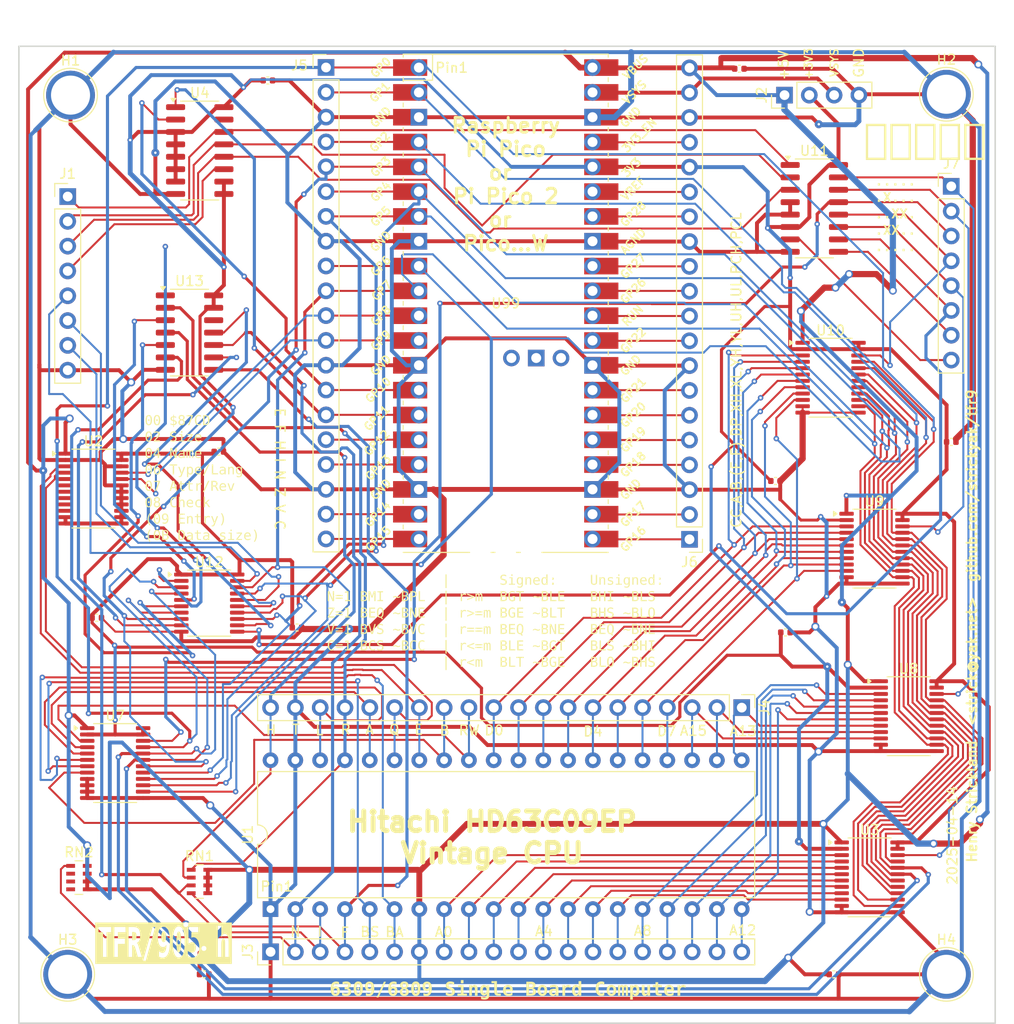
<source format=kicad_pcb>
(kicad_pcb (version 20221018) (generator pcbnew)
  (title_block (title "TFR/903") (date "2024-09-18") (rev "2024-09-18") (company "Henry Strickland     strick@yak.net"))
  (layers (0 "F.Cu" jumper) (31 "B.Cu" signal) (34 "B.Paste" user) (35 "F.Paste" user) (36 "B.SilkS" user "B.Silkscreen") (37 "F.SilkS" user "F.Silkscreen") (38 "B.Mask" user) (39 "F.Mask" user) (44 "Edge.Cuts" user))
  (net 0 "")
  (net 1 "+5V")
  (net 2 "GND")
  (net 3 "M0'")
  (net 4 "M1")
  (net 5 "M2")
  (net 6 "M3")
  (net 7 "/busdrivers/Q5")
  (net 8 "/busdrivers/Q6")
  (net 9 "/busdrivers/Q7")
  (net 10 "VSYS")
  (net 11 "{slash}NMI")
  (net 12 "{slash}IRQ")
  (net 13 "{slash}FIRQ")
  (net 14 "BS")
  (net 15 "BA")
  (net 16 "A0")
  (net 17 "A1")
  (net 18 "A2")
  (net 19 "A3")
  (net 20 "A4")
  (net 21 "A5")
  (net 22 "A6")
  (net 23 "A7")
  (net 24 "A8")
  (net 25 "A9")
  (net 26 "A10")
  (net 27 "A11")
  (net 28 "A12")
  (net 29 "A13")
  (net 30 "A14")
  (net 31 "A15")
  (net 32 "D7")
  (net 33 "D6")
  (net 34 "D5")
  (net 35 "D4")
  (net 36 "D3")
  (net 37 "D2")
  (net 38 "D1")
  (net 39 "D0")
  (net 40 "R{slash}W")
  (net 41 "BUSY")
  (net 42 "ECLK")
  (net 43 "QCLK")
  (net 44 "AVMA")
  (net 45 "{slash}RESET")
  (net 46 "LIC")
  (net 47 "{slash}HALT")
  (net 48 "G0")
  (net 49 "G1")
  (net 50 "G2")
  (net 51 "G3")
  (net 55 "G4")
  (net 56 "G5")
  (net 57 "G6")
  (net 58 "G7")
  (net 59 "G_E")
  (net 60 "G_Q")
  (net 61 "COUNTER_CLOCK")
  (net 62 "COUNTER_RESET")
  (net 63 "G12")
  (net 64 "G13")
  (net 65 "G14")
  (net 66 "G15")
  (net 67 "G16")
  (net 68 "G17")
  (net 69 "G18")
  (net 70 "G19")
  (net 71 "G20")
  (net 72 "G21")
  (net 73 "G22")
  (net 74 "RUN")
  (net 75 "G26")
  (net 76 "G27")
  (net 77 "G28")
  (net 78 "ADC_VREF")
  (net 79 "3V3_EN")
  (net 80 "Y0{slash}")
  (net 81 "Y1{slash}")
  (net 82 "Y2{slash}")
  (net 83 "Y3{slash}")
  (net 84 "Y4{slash}")
  (net 85 "Y5{slash}")
  (net 86 "Y6{slash}")
  (net 87 "Y7{slash}")
  (net 94 "+3.3V")
  (net 96 "/busdrivers/Q0")
  (net 97 "/busdrivers/Q1")
  (net 98 "/busdrivers/Q2")
  (net 99 "/busdrivers/Q3")
  (net 100 "/busdrivers/Q4")
  (footprint "Connector_PinHeader_2.54mm:PinHeader_1x08_P2.54mm_Vertical" (layer "F.Cu") (at 145.5 64.34)
    (fp_text reference "J7")
    (fp_text value "Conn_01x08")
  )
  (footprint "Connector_PinHeader_2.54mm:PinHeader_1x20_P2.54mm_Vertical" (layer "F.Cu") (at 75.78 142.7 90)
    (fp_text reference "J3")
    (fp_text value "Conn_01x20")
  )
  (footprint "Capacitor_SMD:C_0402_1005Metric" (layer "F.Cu") (at 57.98 108.5)
    (fp_text reference "C7" hide)
    (fp_text value "0.1uF")
  )
  (footprint "Capacitor_SMD:C_0402_1005Metric" (layer "F.Cu") (at 133.48 145)
    (fp_text reference "C12" hide)
    (fp_text value "0.1uF")
  )
  (footprint "TestPoint:TestPoint_Plated_Hole_D4.0mm" (layer "F.Cu") (at 145 145)
    (fp_text reference "H4")
    (fp_text value "MountingHole_Pad")
  )
  (footprint "Capacitor_SMD:C_0402_1005Metric" (layer "F.Cu") (at 123.8 52.3)
    (fp_text reference "C1" hide)
    (fp_text value "0.1uF")
  )
  (footprint "Package_SO:TSSOP-24_4.4x7.8mm_P0.65mm" (layer "F.Cu") (at 141.1375 118.575)
    (fp_text reference "U8")
    (fp_text value "SN74LVC4245A")
  )
  (footprint "Package_SO:TSSOP-24_4.4x7.8mm_P0.65mm" (layer "F.Cu") (at 137.1375 135.075)
    (fp_text reference "U3")
    (fp_text value "SN74LVC4245A")
  )
  (footprint "Capacitor_SMD:C_0402_1005Metric" (layer "F.Cu") (at 75.5 53.5)
    (fp_text reference "C4" hide)
    (fp_text value "0.1uF")
  )
  (footprint "Connector_PinHeader_2.54mm:PinHeader_1x04_P2.54mm_Vertical" (layer "F.Cu") (at 128.42 55 90)
    (fp_text reference "J2")
    (fp_text value "Conn_01x04")
  )
  (footprint "Package_SO:SOIC-14_3.9x8.7mm_P1.27mm" (layer "F.Cu") (at 67.475 79.31)
    (fp_text reference "U13")
    (fp_text value "74LS07")
  )
  (footprint "Package_DIP:DIP-40_W15.24mm" (layer "F.Cu") (at 75.775 138.325 90)
    (fp_text reference "U1")
    (fp_text value "MC6809E")
  )
  (footprint "Capacitor_SMD:C_0402_1005Metric" (layer "F.Cu") (at 78.48 109.5)
    (fp_text reference "C9" hide)
    (fp_text value "0.1uF")
  )
  (footprint "Package_SO:SOIC-16_3.9x9.9mm_P1.27mm" (layer "F.Cu") (at 131.475 66.595)
    (fp_text reference "U11")
    (fp_text value "74LS138")
  )
  (footprint "Connector_PinHeader_2.54mm:PinHeader_1x20_P2.54mm_Vertical" (layer "F.Cu") (at 124.04 117.7 -90)
    (fp_text reference "J4")
    (fp_text value "Conn_01x20")
  )
  (footprint "Resistor_SMD:R_Array_Concave_4x0603" (layer "F.Cu") (at 68.5 135.5)
    (fp_text reference "RN1")
    (fp_text value "R_Pack04")
  )
  (footprint "Connector_PinHeader_2.54mm:PinHeader_1x08_P2.54mm_Vertical" (layer "F.Cu") (at 55 65.38)
    (fp_text reference "J1")
    (fp_text value "Conn_01x08")
  )
  (footprint "Capacitor_SMD:C_0402_1005Metric" (layer "F.Cu") (at 145.5 90.5)
    (fp_text reference "C2" hide)
    (fp_text value "0.1uF")
  )
  (footprint "aaa-pico:RPi_PicoW_SMD_TH" (layer "F.Cu") (at 99.865 76.31)
    (fp_text reference "U99")
    (fp_text value "Pico")
  )
  (footprint "Resistor_SMD:R_Array_Concave_4x0603" (layer "F.Cu") (at 56.15 135.1)
    (fp_text reference "RN2")
    (fp_text value "R_Pack04")
  )
  (footprint "Package_SO:TSSOP-24_4.4x7.8mm_P0.65mm" (layer "F.Cu") (at 57.6375 95.275)
    (fp_text reference "U2")
    (fp_text value "SN74LVC4245A")
  )
  (footprint "Capacitor_SMD:C_0402_1005Metric" (layer "F.Cu") (at 128.52 110)
    (fp_text reference "C5" hide)
    (fp_text value "0.1uF")
  )
  (footprint "Package_SO:TSSOP-24_4.4x7.8mm_P0.65mm" (layer "F.Cu") (at 59.8625 123.375)
    (fp_text reference "U7")
    (fp_text value "SN74LVC4245A")
  )
  (footprint "Package_SO:TSSOP-20_4.4x6.5mm_P0.65mm" (layer "F.Cu") (at 69.5 107)
    (fp_text reference "U12")
    (fp_text value "74LS273")
  )
  (footprint "Package_SO:TSSOP-24_4.4x7.8mm_P0.65mm" (layer "F.Cu") (at 133.1375 83.925)
    (fp_text reference "U10")
    (fp_text value "SN74LVC4245A")
  )
  (footprint "TestPoint:TestPoint_Plated_Hole_D4.0mm" (layer "F.Cu") (at 55.29 55)
    (fp_text reference "H1")
    (fp_text value "MountingHole_Pad")
  )
  (footprint "Package_SO:TSSOP-24_4.4x7.8mm_P0.65mm" (layer "F.Cu") (at 137.6375 101.425)
    (fp_text reference "U9")
    (fp_text value "SN74LVC4245A")
  )
  (footprint "Connector_PinHeader_2.54mm:PinHeader_1x20_P2.54mm_Vertical" (layer "F.Cu") (at 118.69 100.47 180)
    (fp_text reference "J6")
    (fp_text value "Conn_01x20")
  )
  (footprint "Capacitor_SMD:C_0402_1005Metric" (layer "F.Cu") (at 70.48 91.5)
    (fp_text reference "C10" hide)
    (fp_text value "0.1uF")
  )
  (footprint "TestPoint:TestPoint_Plated_Hole_D4.0mm" (layer "F.Cu") (at 55 145)
    (fp_text reference "H3")
    (fp_text value "MountingHole_Pad")
  )
  (footprint "TestPoint:TestPoint_Plated_Hole_D4.0mm" (layer "F.Cu") (at 145 54.91)
    (fp_text reference "H2")
    (fp_text value "MountingHole_Pad")
  )
  (footprint "Capacitor_SMD:C_0402_1005Metric" (layer "F.Cu") (at 127.5 94.5)
    (fp_text reference "C8" hide)
    (fp_text value "0.1uF")
  )
  (footprint "Package_SO:SOIC-16_3.9x9.9mm_P1.27mm" (layer "F.Cu") (at 68.525 60.675)
    (fp_text reference "U4")
    (fp_text value "74LS161")
  )
  (footprint "Capacitor_SMD:C_0402_1005Metric" (layer "F.Cu") (at 68.98 145)
    (fp_text reference "C11" hide)
    (fp_text value "0.1uF")
  )
  (footprint "Connector_PinHeader_2.54mm:PinHeader_1x20_P2.54mm_Vertical" (layer "F.Cu") (at 81.46 52.17)
    (fp_text reference "J5")
    (fp_text value "Conn_01x20")
  )
  (gr_line (start 50 50) (end 150 50) (stroke (width 0.15)) (layer "Edge.Cuts"))
  (gr_line (start 150 150) (end 50 150) (stroke (width 0.15)) (layer "Edge.Cuts"))
  (gr_line (start 50 150) (end 50 50) (stroke (width 0.15)) (layer "Edge.Cuts"))
  (gr_line (start 150 50) (end 150 150) (stroke (width 0.15)) (layer "Edge.Cuts"))
  (gr_text "B" (at 93.6 120.04) (layer "F.SilkS") (effects (font (size 1 1))))
  (gr_text "Henry Strickland  <strick@yak.net>  github.com/strickyak/tfr9" (at 148.2 133.67 90) (layer "F.SilkS") (effects (font (size 1 1) (thickness 0.2) bold) (justify left bottom)))
  (gr_text "              |      Signed:    Unsigned:\nN=1 BMI ~BPL  | r>m  BGT ~BLE   BHI ~BLS\nZ=1 BEQ ~BNE  | r>=m BGE ~BLT   BHS ~BLO\nV=1 BVS ~BVC  | r==m BEQ ~BNE   BEQ ~BNE\nC=1 BCS ~BCC  | r<=m BLE ~BGT   BLS ~BHI\n              | r<m  BLT ~BGE   BLO ~BHS\n" (at 81.54 113.69) (layer "F.SilkS") (effects (font (size 1 1)) (justify left bottom)))
  (gr_text "RW" (at 96.13 120.02) (layer "F.SilkS") (effects (font (size 1 1))))
  (gr_text "R" (at 83.47 119.95) (layer "F.SilkS") (effects (font (size 1 1))))
  (gr_text "D4" (at 108.8 120.14) (layer "F.SilkS") (effects (font (size 1 1))))
  (gr_text "A4" (at 103.78 140.59) (layer "F.SilkS") (effects (font (size 1 1))))
  (gr_text "Q" (at 88.45 119.96) (layer "F.SilkS") (effects (font (size 1 1))))
  (gr_text "2025-04-14" (at 146.2 135.92 90) (layer "F.SilkS") (effects (font (size 1 1)) (justify left bottom)))
  (gr_text "Pin1" (at 74.65 136.59) (layer "F.SilkS") (effects (font (size 1 1)) (justify left bottom)))
  (gr_text "A13" (at 124.19 120.11) (layer "F.SilkS") (effects (font (size 1 1))))
  (gr_text "6309/6809 Single Board Computer" (at 81.81 147.42) (layer "F.SilkS") (effects (font (size 1.4 1.4) (thickness 0.3) bold) (justify left bottom)))
  (gr_text "A8" (at 113.9 140.55) (layer "F.SilkS") (effects (font (size 1 1))))
  (gr_text "D0" (at 98.67 120.02) (layer "F.SilkS") (effects (font (size 1 1))))
  (gr_text "E" (at 90.96 119.95) (layer "F.SilkS") (effects (font (size 1 1))))
  (gr_text "A0" (at 93.52 140.66) (layer "F.SilkS") (effects (font (size 1 1))))
  (gr_text "CC,A,B,(E,F),DP,XH,XL,YH,YL,UH,UL,PCH,PCL" (at 124.07 99.4 90) (layer "F.SilkS") (effects (font (size 1 1)) (justify left bottom)))
  (gr_text "A12" (at 124.14 140.49) (layer "F.SilkS") (effects (font (size 1 1))))
  (gr_text "Raspberry\nPi Pico\nor \nPi Pico 2\nor \nPico...W" (at 99.87 71.06) (layer "F.SilkS") (effects (font (size 1.5 1.5) (thickness 0.3) bold) (justify bottom)))
  (gr_text "GND" (at 136.62 53.31 90) (layer "F.SilkS") (effects (font (size 1 1)) (justify left bottom)))
  (gr_text "+5V" (at 128.92 53.56 90) (layer "F.SilkS") (effects (font (size 1 1)) (justify left bottom)))
  (gr_text "N" (at 78.32 140.64) (layer "F.SilkS") (effects (font (size 1 1))))
  (gr_text "Hitachi HD63C09EP\nVintage CPU" (at 98.47 133.77) (layer "F.SilkS") (effects (font (size 2 2) (thickness 0.5) bold) (justify bottom)))
  (gr_text "VSYS" (at 133.99 53.22 90) (layer "F.SilkS") (effects (font (size 0.8 0.8) (thickness 0.15) bold) (justify left bottom)))
  (gr_text "L" (at 80.78 120.01) (layer "F.SilkS") (effects (font (size 1 1))))
  (gr_text "+3V3" (at 131.35 53.49 90) (layer "F.SilkS") (effects (font (size 0.8 0.8) (thickness 0.15) bold) (justify left bottom)))
  (gr_text "ยักษ์" (at 136.54 61.4) (layer "F.SilkS") (effects (font (size 3 3)) (justify left bottom)))
  (gr_text "Pin1" (at 92.56 52.78) (layer "F.SilkS") (effects (font (size 1 1)) (justify left bottom)))
  (gr_text "A" (at 85.92 119.95) (layer "F.SilkS") (effects (font (size 1 1))))
  (gr_text "BA" (at 88.47 140.67) (layer "F.SilkS") (effects (font (size 1 1))))
  (gr_text "TFR/905 h\n" (at 64.86 143.73) (layer "F.SilkS" knockout) (effects (font (size 3 1.8) (thickness 0.3) bold) (justify bottom)))
  (gr_text "00 $87CD\n02 Size\n04 Name\n06 Type/Lang\n07 Attr/Rev\n08 Check\n(09 Entry)\n(0B Data size)\n" (at 62.88 100.71) (layer "F.SilkS") (effects (font (size 1 1)) (justify left bottom)))
  (gr_text "T" (at 78.37 119.95) (layer "F.SilkS") (effects (font (size 1 1))))
  (gr_text "D7" (at 116.35 120.11) (layer "F.SilkS") (effects (font (size 1 1))))
  (gr_text "BS" (at 85.95 140.66) (layer "F.SilkS") (effects (font (size 1 1))))
  (gr_text "I" (at 80.83 140.64) (layer "F.SilkS") (effects (font (size 1 1))))
  (gr_text "H" (at 75.83 120.01) (layer "F.SilkS") (effects (font (size 1 1))))
  (gr_text "A15" (at 119.09 120.07) (layer "F.SilkS") (effects (font (size 1 1))))
  (gr_text "E F H I N Z V C" (at 76.14 86.93 -90) (layer "F.SilkS") (effects (font (size 1 1)) (justify left bottom)))
  (gr_text "F\n" (at 83.39 140.72) (layer "F.SilkS") (effects (font (size 1 1))))
  (gr_text ".....\n.X...\n..XX.\n.XX..\n.....\n" (at 137.67 71.15) (layer "F.SilkS") (effects (font (size 1 1) (thickness 0.2) bold) (justify left bottom)))
  (segment (start 51.78 93.43) (end 52.49 93.43) (width 0.4) (layer "F.Cu") (net 1))
  (segment (start 54.775 88.525) (end 55.2 88.1) (width 0.4) (layer "F.Cu") (net 1))
  (segment (start 130.275 80.35) (end 130.275 77.275) (width 0.4) (layer "F.Cu") (net 1))
  (segment (start 148.44 129.53) (end 148.44 129.15) (width 0.635) (layer "F.Cu") (net 1))
  (segment (start 63.6 136.3) (end 67.1 139.8) (width 0.4) (layer "F.Cu") (net 1))
  (segment (start 146.3526 131.6174) (end 148.44 129.53) (width 0.635) (layer "F.Cu") (net 1))
  (segment (start 136.6 115) (end 134.9 113.3) (width 0.4) (layer "F.Cu") (net 1))
  (segment (start 132.4 129.625) (end 134.275 131.5) (width 0.4) (layer "F.Cu") (net 1))
  (segment (start 67.1 139.9) (end 67.2 139.9) (width 0.2032) (layer "F.Cu") (net 1))
  (segment (start 54.775 91.7) (end 54.775 88.525) (width 0.4) (layer "F.Cu") (net 1))
  (segment (start 68.5 145) (end 68.5 142.8) (width 0.4) (layer "F.Cu") (net 1))
  (segment (start 57 134.7) (end 57 135.5) (width 0.4) (layer "F.Cu") (net 1))
  (segment (start 108.755 52.18) (end 108.785 52.21) (width 0.2032) (layer "F.Cu") (net 1))
  (segment (start 121.9 52.21) (end 123.23 52.21) (width 0.5) (layer "F.Cu") (net 1))
  (segment (start 135.0306 73.3196) (end 137.8224 73.3196) (width 0.635) (layer "F.Cu") (net 1))
  (segment (start 54.69 50.65) (end 50.94 54.4) (width 0.4) (layer "F.Cu") (net 1))
  (segment (start 50.94 92.59) (end 51.78 93.43) (width 0.4) (layer "F.Cu") (net 1))
  (segment (start 123.23 52.21) (end 123.32 52.3) (width 0.2032) (layer "F.Cu") (net 1))
  (segment (start 132.4 129.6) (end 132.4 129.625) (width 0.2032) (layer "F.Cu") (net 1))
  (segment (start 118.69 52.21) (end 120.96 52.21) (width 0.5) (layer "F.Cu") (net 1))
  (segment (start 57 133.9) (end 57 134.7) (width 0.4) (layer "F.Cu") (net 1))
  (segment (start 134.760002 95.99) (end 134.760002 97.835002) (width 0.4) (layer "F.Cu") (net 1))
  (segment (start 69.35 135.1) (end 69.35 135.9) (width 0.4) (layer "F.Cu") (net 1))
  (segment (start 121.96 51.21) (end 147.62 51.21) (width 0.635) (layer "F.Cu") (net 1))
  (segment (start 108.755 52.18) (end 107.48 52.18) (width 0.6) (layer "F.Cu") (net 1))
  (segment (start 90.9 134.3) (end 73.6 134.3) (width 0.6) (layer "F.Cu") (net 1))
  (segment (start 107.48 52.18) (end 105.95 50.65) (width 0.6) (layer "F.Cu") (net 1))
  (segment (start 121.9 52.21) (end 121.9 51.27) (width 0.5) (layer "F.Cu") (net 1))
  (segment (start 57 135.5) (end 57 136.3) (width 0.4) (layer "F.Cu") (net 1))
  (segment (start 91.015 138.325) (end 91.015 134.48) (width 0.6) (layer "F.Cu") (net 1))
  (segment (start 50.94 54.4) (end 50.94 92.59) (width 0.4) (layer "F.Cu") (net 1))
  (segment (start 57 119.8) (end 55.7 118.5) (width 0.4) (layer "F.Cu") (net 1))
  (segment (start 73.6 134.3) (end 69.35 134.3) (width 0.4) (layer "F.Cu") (net 1))
  (segment (start 134.9 113.3) (end 134.9 107.51) (width 0.4) (layer "F.Cu") (net 1))
  (segment (start 121.9 51.27) (end 121.96 51.21) (width 0.4) (layer "F.Cu") (net 1))
  (segment (start 55.7 118.5) (end 55.1 118.5) (width 0.4) (layer "F.Cu") (net 1))
  (segment (start 95.895 129.6) (end 91.015 134.48) (width 0.6) (layer "F.Cu") (net 1))
  (segment (start 120.96 52.21) (end 121.9 52.21) (width 0.5) (layer "F.Cu") (net 1))
  (segment (start 134.760002 97.835002) (end 134.775 97.85) (width 0.4) (layer "F.Cu") (net 1))
  (segment (start 68.5 142.8) (end 68.95 142.35) (width 0.4) (layer "F.Cu") (net 1))
  (segment (start 130.5 145) (end 128.8 143.3) (width 0.4) (layer "F.Cu") (net 1))
  (segment (start 134.9 107.51) (end 134.3 106.91) (width 0.4) (layer "F.Cu") (net 1))
  (segment (start 91.015 134.415) (end 90.9 134.3) (width 0.4) (layer "F.Cu") (net 1))
  (segment (start 138.275 115) (end 136.6 115) (width 0.4) (layer "F.Cu") (net 1))
  (segment (start 108.785 52.21) (end 118.69 52.21) (width 0.5) (layer "F.Cu") (net 1))
  (segment (start 130.275 77.275) (end 130.1 77.1) (width 0.2032) (layer "F.Cu") (net 1))
  (segment (start 137.8224 73.3196) (end 139.5161 75.0133) (width 0.635) (layer "F.Cu") (net 1))
  (segment (start 132.4 129.6) (end 95.895 129.6) (width 0.6) (layer "F.Cu") (net 1))
  (segment (start 69.35 134.3) (end 69.35 135.1) (width 0.4) (layer "F.Cu") (net 1))
  (segment (start 132.4913 74.7087) (end 133.6415 74.7087) (width 0.635) (layer "F.Cu") (net 1))
  (segment (start 69.35 135.9) (end 69.35 136.7) (width 0.4) (layer "F.Cu") (net 1))
  (segment (start 57 136.3) (end 63.6 136.3) (width 0.4) (layer "F.Cu") (net 1))
  (segment (start 133 145) (end 130.5 145) (width 0.4) (layer "F.Cu") (net 1))
  (segment (start 105.95 50.65) (end 54.69 50.65) (width 0.4) (layer "F.Cu") (net 1))
  (segment (start 143.682612 131.6174) (end 146.3526 131.6174) (width 0.635) (layer "F.Cu") (net 1))
  (segment (start 130.1 77.1) (end 132.4913 74.7087) (width 0.635) (layer "F.Cu") (net 1))
  (segment (start 67.1 139.8) (end 67.1 139.9) (width 0.2032) (layer "F.Cu") (net 1))
  (segment (start 91.015 134.48) (end 91.015 134.415) (width 0.4) (layer "F.Cu") (net 1))
  (segment (start 57 133.9) (end 57 131.8) (width 0.4) (layer "F.Cu") (net 1))
  (segment (start 147.62 51.21) (end 148.27 51.86) (width 0.635) (layer "F.Cu") (net 1))
  (via (at 135.0306 73.3196) (size 0.8128) (drill 0.508) (layers "F.Cu" "B.Cu") (net 1))
  (via (at 128.8 143.3) (size 0.82) (drill 0.508) (layers "F.Cu" "B.Cu") (net 1))
  (via (at 130.1 77.1) (size 0.82) (drill 0.508) (layers "F.Cu" "B.Cu") (net 1))
  (via (at 134.3 106.91) (size 0.82) (drill 0.254) (layers "F.Cu" "B.Cu") (net 1))
  (via (at 132.4 129.6) (size 0.82) (drill 0.508) (layers "F.Cu" "B.Cu") (net 1))
  (via (at 68.95 142.35) (size 0.82) (drill 0.508) (layers "F.Cu" "B.Cu") (net 1))
  (via (at 134.760002 95.99) (size 0.5588) (drill 0.254) (layers "F.Cu" "B.Cu") (net 1))
  (via (at 134.9 113.3) (size 0.82) (drill 0.508) (layers "F.Cu" "B.Cu") (net 1))
  (via (at 139.5161 75.0133) (size 0.8128) (drill 0.508) (layers "F.Cu" "B.Cu") (net 1))
  (via (at 67.1 139.9) (size 0.82) (drill 0.508) (layers "F.Cu" "B.Cu") (net 1))
  (via (at 73.6 134.3) (size 0.82) (drill 0.508) (layers "F.Cu" "B.Cu") (net 1))
  (via (at 52.49 93.43) (size 0.82) (drill 0.254) (layers "F.Cu" "B.Cu") (net 1))
  (via (at 143.682612 131.6174) (size 0.8128) (drill 0.508) (layers "F.Cu" "B.Cu") (net 1))
  (via (at 55.2 88.1) (size 0.82) (drill 0.508) (layers "F.Cu" "B.Cu") (net 1))
  (via (at 148.27 51.86) (size 0.82) (drill 0.508) (layers "F.Cu" "B.Cu") (net 1))
  (via (at 133.6415 74.7087) (size 0.8128) (drill 0.508) (layers "F.Cu" "B.Cu") (net 1))
  (via (at 148.44 129.15) (size 0.8128) (drill 0.508) (layers "F.Cu" "B.Cu") (net 1))
  (via (at 55.1 118.5) (size 0.82) (drill 0.508) (layers "F.Cu" "B.Cu") (net 1))
  (via (at 57 131.8) (size 0.82) (drill 0.508) (layers "F.Cu" "B.Cu") (net 1))
  (segment (start 52.5 93.44) (end 52.49 93.43) (width 0.4) (layer "B.Cu") (net 1))
  (segment (start 91 145.7) (end 71.4 145.7) (width 0.6) (layer "B.Cu") (net 1))
  (segment (start 134.9 124.4762) (end 134.9 113.3) (width 0.4) (layer "B.Cu") (net 1))
  (segment (start 130.1 77.1) (end 130.1 78.189329) (width 0.35) (layer "B.Cu") (net 1))
  (segment (start 132.4 129.6) (end 132.4 139.7) (width 0.4) (layer "B.Cu") (net 1))
  (segment (start 67.1 140.5) (end 68.95 142.35) (width 0.6) (layer "B.Cu") (net 1))
  (segment (start 149.1958 128.3942) (end 149.1958 52.7858) (width 0.4) (layer "B.Cu") (net 1))
  (segment (start 71.4 145.7) (end 68.95 143.25) (width 0.6) (layer "B.Cu") (net 1))
  (segment (start 91.02 138.33) (end 91.015 138.325) (width 0.2032) (layer "B.Cu") (net 1))
  (segment (start 135.0306 73.3196) (end 133.6415 74.7087) (width 0.635) (layer "B.Cu") (net 1))
  (segment (start 55.1 107) (end 52.5 104.4) (width 0.4) (layer "B.Cu") (net 1))
  (segment (start 128.8 143.3) (end 126.42 145.68) (width 0.635) (layer "B.Cu") (net 1))
  (segment (start 132.4 129.6) (end 134.9 127.1) (width 0.4) (layer "B.Cu") (net 1))
  (segment (start 73.6 134.3) (end 73.6 137.7) (width 0.6) (layer "B.Cu") (net 1))
  (segment (start 55.1 118.5) (end 55.1 129.9) (width 0.4) (layer "B.Cu") (net 1))
  (segment (start 59.31 137.21) (end 59.31 121.27) (width 0.4) (layer "B.Cu") (net 1))
  (segment (start 67.1 139.9) (end 67.1 140.5) (width 0.6) (layer "B.Cu") (net 1))
  (segment (start 73.6 137.7) (end 68.95 142.35) (width 0.6) (layer "B.Cu") (net 1))
  (segment (start 68.95 143.25) (end 68.95 142.35) (width 0.6) (layer "B.Cu") (net 1))
  (segment (start 59.31 121.27) (end 60.57 121.27) (width 0.4) (layer "B.Cu") (net 1))
  (segment (start 91.02 142.7) (end 91.02 138.33) (width 0.4) (layer "B.Cu") (net 1))
  (segment (start 52.5 104.4) (end 52.5 93.44) (width 0.4) (layer "B.Cu") (net 1))
  (segment (start 149.1958 52.7858) (end 148.27 51.86) (width 0.4) (layer "B.Cu") (net 1))
  (segment (start 55.1 129.9) (end 57 131.8) (width 0.4) (layer "B.Cu") (net 1))
  (segment (start 128.42 56.4868) (end 139.5161 67.5829) (width 0.635) (layer "B.Cu") (net 1))
  (segment (start 55.1 118.5) (end 55.1 107) (width 0.4) (layer "B.Cu") (net 1))
  (segment (start 139.5161 67.5829) (end 139.5161 75.0133) (width 0.635) (layer "B.Cu") (net 1))
  (segment (start 141.95 93.45) (end 139.41 95.99) (width 0.4) (layer "B.Cu") (net 1))
  (segment (start 139.41 95.99) (end 134.760002 95.99) (width 0.4) (layer "B.Cu") (net 1))
  (segment (start 134.9 124.4762) (end 142.0412 131.6174) (width 0.635) (layer "B.Cu") (net 1))
  (segment (start 52.49 93.43) (end 52.5 93.42) (width 0.4) (layer "B.Cu") (net 1))
  (segment (start 91.02 145.68) (end 91 145.7) (width 0.2032) (layer "B.Cu") (net 1))
  (segment (start 52.5 93.42) (end 52.5 88.83) (width 0.4) (layer "B.Cu") (net 1))
  (segment (start 139.41 95.99) (end 134.3 101.1) (width 0.4) (layer "B.Cu") (net 1))
  (segment (start 52.5 88.83) (end 53.23 88.1) (width 0.4) (layer "B.Cu") (net 1))
  (segment (start 141.95 90.039329) (end 141.95 93.45) (width 0.4) (layer "B.Cu") (net 1))
  (segment (start 132.4 139.7) (end 128.8 143.3) (width 0.4) (layer "B.Cu") (net 1))
  (segment (start 134.3 106.91) (end 134.3 106.86) (width 0.4) (layer "B.Cu") (net 1))
  (segment (start 142.0412 131.6174) (end 143.682612 131.6174) (width 0.635) (layer "B.Cu") (net 1))
  (segment (start 126.42 145.68) (end 91.02 145.68) (width 0.635) (layer "B.Cu") (net 1))
  (segment (start 53.23 88.1) (end 55.2 88.1) (width 0.4) (layer "B.Cu") (net 1))
  (segment (start 134.9 127.1) (end 134.9 124.4762) (width 0.4) (layer "B.Cu") (net 1))
  (segment (start 57 131.8) (end 57 134.9) (width 0.4) (layer "B.Cu") (net 1))
  (segment (start 91.02 142.7) (end 91.02 145.68) (width 0.4) (layer "B.Cu") (net 1))
  (segment (start 134.3 101.1) (end 134.3 106.91) (width 0.4) (layer "B.Cu") (net 1))
  (segment (start 130.1 78.189329) (end 141.95 90.039329) (width 0.4) (layer "B.Cu") (net 1))
  (segment (start 57 134.9) (end 59.31 137.21) (width 0.4) (layer "B.Cu") (net 1))
  (segment (start 149.1958 128.3942) (end 148.44 129.15) (width 0.5) (layer "B.Cu") (net 1))
  (segment (start 128.42 55) (end 121.48 55) (width 0.4) (layer "B.Cu") (net 1))
  (segment (start 121.48 55) (end 118.69 52.21) (width 0.4) (layer "B.Cu") (net 1))
  (segment (start 128.42 55) (end 128.42 56.4868) (width 0.635) (layer "B.Cu") (net 1))
  (segment (start 60.57 121.27) (end 73.6 134.3) (width 0.4) (layer "B.Cu") (net 1))
  (segment (start 130.275 87.5) (end 130.275 92.205) (width 0.635) (layer "F.Cu") (net 2))
  (segment (start 60.5 97.55) (end 60.5 97.1) (width 0.4) (layer "F.Cu") (net 2))
  (segment (start 66.7 110.9) (end 66.6375 110.838) (width 0.2032) (layer "F.Cu") (net 2))
  (segment (start 93.735 79.9) (end 105.995 79.9) (width 0.4) (layer "F.Cu") (net 2))
  (segment (start 134 105) (end 132.73 106.27) (width 0.4) (layer "F.Cu") (net 2))
  (segment (start 74.81 95.35) (end 70.96 91.5) (width 0.4) (layer "F.Cu") (net 2))
  (segment (start 98 121.53) (end 96.14 119.67) (width 0.4) (layer "F.Cu") (net 2))
  (segment (start 55.29 57.99) (end 55.29 55) (width 0.4) (layer "F.Cu") (net 2))
  (segment (start 126.47 67.23) (end 125.6 68.1) (width 0.4) (layer "F.Cu") (net 2))
  (segment (start 147.7 57.61) (end 145 54.91) (width 0.635) (layer "F.Cu") (net 2))
  (segment (start 131.23 121.53) (end 98 121.53) (width 0.4) (layer "F.Cu") (net 2))
  (segment (start 96.14 119.67) (end 80.29 119.67) (width 0.4) (layer "F.Cu") (net 2))
  (segment (start 131.05 138.65) (end 131.1 138.6) (width 0.2032) (layer "F.Cu") (net 2))
  (segment (start 145.98 90.19) (end 145.98 90.5) (width 0.2032) (layer "F.Cu") (net 2))
  (segment (start 127.98 96.38) (end 130.1 98.5) (width 0.3) (layer "F.Cu") (net 2))
  (segment (start 70.9 90.2) (end 60.6856 90.2) (width 0.4) (layer "F.Cu") (net 2))
  (segment (start 66.7 110.9) (end 73.909573 110.9) (width 0.4) (layer "F.Cu") (net 2))
  (segment (start 134.275 138) (end 134.275 138.65) (width 0.4) (layer "F.Cu") (net 2))
  (segment (start 133.96 145) (end 145 145) (width 0.4) (layer "F.Cu") (net 2))
  (segment (start 124.28 52.3) (end 133.34 52.3) (width 0.4) (layer "F.Cu") (net 2))
  (segment (start 62.78 83.12) (end 61.5 84.4) (width 0.4) (layer "F.Cu") (net 2))
  (segment (start 132.47 98.5) (end 132.13 98.16) (width 0.3) (layer "F.Cu") (net 2))
  (segment (start 75.8 147.5) (end 69.5 147.5) (width 0.4) (layer "F.Cu") (net 2))
  (segment (start 130.275 87.5) (end 136 87.5) (width 0.2032) (layer "F.Cu") (net 2))
  (segment (start 60.5 95.6) (end 60.5 94.95) (width 0.4) (layer "F.Cu") (net 2))
  (segment (start 127.98 96.38) (end 127.98 95.4) (width 0.4) (layer "F.Cu") (net 2))
  (segment (start 127.98 94.5) (end 127.98 95.4) (width 0.4) (layer "F.Cu") (net 2))
  (segment (start 125.6 71.04) (end 129 71.04) (width 0.4) (layer "F.Cu") (net 2))
  (segment (start 52.1 82.9) (end 52.1 82.6) (width 0.4) (layer "F.Cu") (net 2))
  (segment (start 118.69 69.99) (end 119.74 71.04) (width 0.4) (layer "F.Cu") (net 2))
  (segment (start 74.301882 110.507691) (end 78.187309 110.507691) (width 0.4) (layer "F.Cu") (net 2))
  (segment (start 66.6375 109.925) (end 59.885 109.925) (width 0.2032) (layer "F.Cu") (net 2))
  (segment (start 60.5 97.1) (end 60.5 96.9) (width 0.4) (layer "F.Cu") (net 2))
  (segment (start 57 125.65) (end 57 125) (width 0.4) (layer "F.Cu") (net 2))
  (segment (start 57 126.3) (end 57 125.65) (width 0.4) (layer "F.Cu") (net 2))
  (segment (start 75.8 147.5) (end 133.9 147.5) (width 0.4) (layer "F.Cu") (net 2))
  (segment (start 81.46 57.25) (end 90.965 57.25) (width 0.4) (layer "F.Cu") (net 2))
  (segment (start 90.975 95.36) (end 92.4618 95.36) (width 0.5) (layer "F.Cu") (net 2))
  (segment (start 58.3756 92.35) (end 58.3756 91.5244) (width 0.4) (layer "F.Cu") (net 2))
  (segment (start 130.275 92.205) (end 127.98 94.5) (width 0.635) (layer "F.Cu") (net 2))
  (segment (start 66.6375 110.838) (end 66.6375 109.925) (width 0.4) (layer "F.Cu") (net 2))
  (segment (start 60.5 98.85) (end 60.5 98.2) (width 0.4) (layer "F.Cu") (net 2))
  (segment (start 134.775 104.35) (end 134.775 105) (width 0.4) (layer "F.Cu") (net 2))
  (segment (start 131.1 138.6) (end 131 138.6) (width 0.2032) (layer "F.Cu") (net 2))
  (segment (start 133.96 145) (end 133.96 147.44) (width 0.4) (layer "F.Cu") (net 2))
  (segment (start 138.275 122.15) (end 131.95 122.15) (width 0.4) (layer "F.Cu") (net 2))
  (segment (start 58.3756 91.5244) (end 59.7 90.2) (width 0.4) (layer "F.Cu") (net 2))
  (segment (start 90.965 57.25) (end 90.975 57.26) (width 0.2032) (layer "F.Cu") (net 2))
  (segment (start 127.97 95.39) (end 127.98 95.4) (width 0.2032) (layer "F.Cu") (net 2))
  (segment (start 54.775 98.85) (end 54.775 98.2) (width 0.4) (layer "F.Cu") (net 2))
  (segment (start 90.965 69.95) (end 81.46 69.95) (width 0.4) (layer "F.Cu") (net 2))
  (segment (start 147.7 88.47) (end 147.7 57.61) (width 0.635) (layer "F.Cu") (net 2))
  (segment (start 118.69 57.29) (end 131.24 57.29) (width 0.4) (layer "F.Cu") (net 2))
  (segment (start 60.5 95.9) (end 60.5 95.6) (width 0.4) (layer "F.Cu") (net 2))
  (segment (start 108.785 69.99) (end 108.755 69.96) (width 0.2032) (layer "F.Cu") (net 2))
  (segment (start 85.9154 109.655) (end 83.855 109.655) (width 0.635) (layer "F.Cu") (net 2))
  (segment (start 69.46 147.46) (end 69.5 147.5) (width 0.2032) (layer "F.Cu") (net 2))
  (segment (start 68.85 126.95) (end 69.6 127.7) (width 0.4) (layer "F.Cu") (net 2))
  (segment (start 138.275 121.5) (end 138.275 122.15) (width 0.4) (layer "F.Cu") (net 2))
  (segment (start 130.98 110) (end 131.58 109.4) (width 0.4) (layer "F.Cu") (net 2))
  (segment (start 129 110) (end 130.98 110) (width 0.4) (layer "F.Cu") (net 2))
  (segment (start 57.5 147.5) (end 55 145) (width 0.4) (layer "F.Cu") (net 2))
  (segment (start 118.69 95.39) (end 127.97 95.39) (width 0.4) (layer "F.Cu") (net 2))
  (segment (start 57 126.95) (end 62.725 126.95) (width 0.4) (layer "F.Cu") (net 2))
  (segment (start 92.4618 95.36) (end 108.755 95.36) (width 0.5) (layer "F.Cu") (net 2))
  (segment (start 138.275 122.15) (end 144 122.15) (width 0.4) (layer "F.Cu") (net 2))
  (segment (start 134.775 105) (end 134 105) (width 0.2032) (layer "F.Cu") (net 2))
  (segment (start 93.5 96.3982) (end 93.5 102.0704) (width 0.635) (layer "F.Cu") (net 2))
  (segment (start 131.58 107.42) (end 131.58 109.4) (width 0.4) (layer "F.Cu") (net 2))
  (segment (start 125.6 68.1) (end 125.6 71.04) (width 0.4) (layer "F.Cu") (net 2))
  (segment (start 58.85 94.95) (end 60.5 94.95) (width 0.4) (layer "F.Cu") (net 2))
  (segment (start 133.96 147.44) (end 133.9 147.5) (width 0.2032) (layer "F.Cu") (net 2))
  (segment (start 69.46 145) (end 69.46 147.46) (width 0.4) (layer "F.Cu") (net 2))
  (segment (start 75.98 53.5) (end 77.71 53.5) (width 0.4) (layer "F.Cu") (net 2))
  (segment (start 62.42 65.12) (end 55.29 57.99) (width 0.4) (layer "F.Cu") (net 2))
  (segment (start 75.78 142.7) (end 75.78 147.48) (width 0.4) (layer "F.Cu") (net 2))
  (segment (start 131.24 57.29) (end 131.93 57.98) (width 0.4) (layer "F.Cu") (net 2))
  (segment (start 90.975 69.96) (end 108.755 69.96) (width 0.4) (layer "F.Cu") (net 2))
  (segment (start 118.69 69.99) (end 108.785 69.99) (width 0.4) (layer "F.Cu") (net 2))
  (segment (start 59.7 90.2) (end 60.6856 90.2) (width 0.4) (layer "F.Cu") (net 2))
  (segment (start 83.825 109.655) (end 78.96 109.655) (width 0.635) (layer "F.Cu") (net 2))
  (segment (start 118.66 95.36) (end 118.69 95.39) (width 0.2032) (layer "F.Cu") (net 2))
  (segment (start 66.05 65.12) (end 63.98 65.12) (width 0.4) (layer "F.Cu") (net 2))
  (segment (start 55.29 55) (end 52.1 58.19) (width 0.4) (layer "F.Cu") (net 2))
  (segment (start 60.5 95.9) (end 60.5 95.6) (width 0.2032) (layer "F.Cu") (net 2))
  (segment (start 75.78 147.48) (end 75.8 147.5) (width 0.2032) (layer "F.Cu") (net 2))
  (segment (start 58.8 93) (end 58.8 94.9) (width 0.4) (layer "F.Cu") (net 2))
  (segment (start 52.1 58.19) (end 52.1 82.6) (width 0.4) (layer "F.Cu") (net 2))
  (segment (start 90.965 82.65) (end 81.46 82.65) (width 0.4) (layer "F.Cu") (net 2))
  (segment (start 57 126.95) (end 57 126.3) (width 0.4) (layer "F.Cu") (net 2))
  (segment (start 131.79 98.5) (end 132.13 98.16) (width 0.3) (layer "F.Cu") (net 2))
  (segment (start 52.36 83.16) (end 55 83.16) (width 0.4) (layer "F.Cu") (net 2))
  (segment (start 58.8 93) (end 60.5 93) (width 0.4) (layer "F.Cu") (net 2))
  (segment (start 134.275 138.65) (end 131.05 138.65) (width 0.4) (layer "F.Cu") (net 2))
  (segment (start 105.995 79.9) (end 108.755 82.66) (width 0.4) (layer "F.Cu") (net 2))
  (segment (start 129 65.96) (end 129 67.23) (width 0.4) (layer "F.Cu") (net 2))
  (segment (start 133.9 147.5) (end 142.5 147.5) (width 0.4) (layer "F.Cu") (net 2))
  (segment (start 54.775 98.85) (end 60.5 98.85) (width 0.4) (layer "F.Cu") (net 2))
  (segment (start 59.885 109.925) (end 58.46 108.5) (width 0.2032) (layer "F.Cu") (net 2))
  (segment (start 132.73 106.3) (end 132.7 106.3) (width 0.4) (layer "F.Cu") (net 2))
  (segment (start 62.725 126.95) (end 68.85 126.95) (width 0.4) (layer "F.Cu") (net 2))
  (segment (start 145 54.91) (end 136.13 54.91) (width 0.4) (layer "F.Cu") (net 2))
  (segment (start 134.775 98.5) (end 132.47 98.5) (width 0.3) (layer "F.Cu") (net 2))
  (segment (start 132.73 106.27) (end 132.73 106.3) (width 0.4) (layer "F.Cu") (net 2))
  (segment (start 118.69 82.69) (end 108.785 82.69) (width 0.4) (layer "F.Cu") (net 2))
  (segment (start 63.98 65.12) (end 62.42 65.12) (width 0.4) (layer "F.Cu") (net 2))
  (segment (start 90.975 69.96) (end 90.965 69.95) (width 0.2032) (layer "F.Cu") (net 2))
  (segment (start 83.84 109.64) (end 83.825 109.655) (width 0.635) (layer "F.Cu") (net 2))
  (segment (start 78.187309 110.507691) (end 78.96 109.735) (width 0.4) (layer "F.Cu") (net 2))
  (segment (start 58.8 92.7744) (end 58.8 93) (width 0.4) (layer "F.Cu") (net 2))
  (segment (start 90.965 95.35) (end 90.975 95.36) (width 0.2032) (layer "F.Cu") (net 2))
  (segment (start 108.785 82.69) (end 108.755 82.66) (width 0.2032) (layer "F.Cu") (net 2))
  (segment (start 90.975 82.66) (end 93.735 79.9) (width 0.4) (layer "F.Cu") (net 2))
  (segment (start 54.775 92.35) (end 52.25 92.35) (width 0.4) (layer "F.Cu") (net 2))
  (segment (start 142.5 147.5) (end 145 145) (width 0.4) (layer "F.Cu") (net 2))
  (segment (start 70.9 90.2) (end 70.96 90.26) (width 0.2032) (layer "F.Cu") (net 2))
  (segment (start 77.71 53.5) (end 81.46 57.25) (width 0.4) (layer "F.Cu") (net 2))
  (segment (start 69.5 147.5) (end 57.5 147.5) (width 0.4) (layer "F.Cu") (net 2))
  (segment (start 58.3756 92.35) (end 58.8 92.7744) (width 0.4) (layer "F.Cu") (net 2))
  (segment (start 80.29 119.67) (end 78.32 117.7) (width 0.4) (layer "F.Cu") (net 2))
  (segment (start 129 67.23) (end 126.47 67.23) (width 0.4) (layer "F.Cu") (net 2))
  (segment (start 60.5 96.25) (end 60.5 95.9) (width 0.4) (layer "F.Cu") (net 2))
  (segment (start 93.5 102.0704) (end 85.9154 109.655) (width 0.635) (layer "F.Cu") (net 2))
  (segment (start 52.25 92.35) (end 52.1 92.2) (width 0.4) (layer "F.Cu") (net 2))
  (segment (start 52.1 82.9) (end 52.36 83.16) (width 0.2032) (layer "F.Cu") (net 2))
  (segment (start 134.275 138.65) (end 140 138.65) (width 0.4) (layer "F.Cu") (net 2))
  (segment (start 132.7 106.3) (end 131.58 107.42) (width 0.4) (layer "F.Cu") (net 2))
  (segment (start 145 143.65) (end 145 145) (width 0.2032) (layer "F.Cu") (net 2))
  (segment (start 90.975 57.26) (end 108.755 57.26) (width 0.4) (layer "F.Cu") (net 2))
  (segment (start 55 83.16) (end 60.26 83.16) (width 0.4) (layer "F.Cu") (net 2))
  (segment (start 78.96 109.5) (end 78.96 109.655) (width 0.2032) (layer "F.Cu") (net 2))
  (segment (start 60.5 98.2) (end 60.5 97.55) (width 0.4) (layer "F.Cu") (net 2))
  (segment (start 60.5 96.9) (end 60.5 96.25) (width 0.4) (layer "F.Cu") (net 2))
  (segment (start 145.98 90.19) (end 147.7 88.47) (width 0.635) (layer "F.Cu") (net 2))
  (segment (start 140 138.65) (end 145 143.65) (width 0.4) (layer "F.Cu") (net 2))
  (segment (start 65 83.12) (end 62.78 83.12) (width 0.4) (layer "F.Cu") (net 2))
  (segment (start 52.1 92.2) (end 52.1 82.9) (width 0.4) (layer "F.Cu") (net 2))
  (segment (start 131.9 122.2) (end 131.23 121.53) (width 0.4) (layer "F.Cu") (net 2))
  (segment (start 54.775 92.35) (end 58.3756 92.35) (width 0.4) (layer "F.Cu") (net 2))
  (segment (start 78.96 109.655) (end 78.96 109.81) (width 0.2032) (layer "F.Cu") (net 2))
  (segment (start 78.96 109.735) (end 78.96 109.655) (width 0.4) (layer "F.Cu") (net 2))
  (segment (start 131.95 122.15) (end 131.9 122.2) (width 0.2032) (layer "F.Cu") (net 2))
  (segment (start 58.8 94.9) (end 58.85 94.95) (width 0.2032) (layer "F.Cu") (net 2))
  (segment (start 83.855 109.655) (end 83.84 109.64) (width 0.635) (layer "F.Cu") (net 2))
  (segment (start 73.909573 110.9) (end 74.301882 110.507691) (width 0.4) (layer "F.Cu") (net 2))
  (segment (start 136.13 54.91) (end 136.04 55) (width 0.2032) (layer "F.Cu") (net 2))
  (segment (start 130.275 86.85) (end 130.275 87.5) (width 0.2032) (layer "F.Cu") (net 2))
  (segment (start 81.46 95.35) (end 74.81 95.35) (width 0.4) (layer "F.Cu") (net 2))
  (segment (start 134.775 105) (end 140.5 105) (width 0.4) (layer "F.Cu") (net 2))
  (segment (start 63.98 65.12) (end 63.98 60.9) (width 0.4) (layer "F.Cu") (net 2))
  (segment (start 92.4618 95.36) (end 93.5 96.3982) (width 0.635) (layer "F.Cu") (net 2))
  (segment (start 60.5 97.1) (end 60.5 96.9) (width 0.2032) (layer "F.Cu") (net 2))
  (segment (start 119.74 71.04) (end 125.6 71.04) (width 0.4) (layer "F.Cu") (net 2))
  (segment (start 131 138.6) (end 131 138.7) (width 0.2032) (layer "F.Cu") (net 2))
  (segment (start 133.34 52.3) (end 136.04 55) (width 0.4) (layer "F.Cu") (net 2))
  (segment (start 70.96 90.26) (end 70.96 91.5) (width 0.4) (layer "F.Cu") (net 2))
  (segment (start 108.785 57.29) (end 118.69 57.29) (width 0.4) (layer "F.Cu") (net 2))
  (segment (start 90.975 82.66) (end 90.965 82.65) (width 0.2032) (layer "F.Cu") (net 2))
  (segment (start 60.26 83.16) (end 61.5 84.4) (width 0.4) (layer "F.Cu") (net 2))
  (segment (start 130.1 98.5) (end 131.79 98.5) (width 0.3) (layer "F.Cu") (net 2))
  (segment (start 108.755 57.26) (end 108.785 57.29) (width 0.2032) (layer "F.Cu") (net 2))
  (segment (start 81.46 95.35) (end 90.965 95.35) (width 0.4) (layer "F.Cu") (net 2))
  (segment (start 108.755 95.36) (end 118.66 95.36) (width 0.4) (layer "F.Cu") (net 2))
  (segment (start 52.1 82.6) (end 52.1 82.9) (width 0.4) (layer "F.Cu") (net 2))
  (via (at 61.5 84.4) (size 0.82) (drill 0.508) (layers "F.Cu" "B.Cu") (net 2))
  (via (at 83.84 109.64) (size 0.82) (drill 0.254) (layers "F.Cu" "B.Cu") (net 2))
  (via (at 132.13 98.16) (size 0.5588) (drill 0.254) (layers "F.Cu" "B.Cu") (net 2))
  (via (at 131 138.6) (size 0.82) (drill 0.508) (layers "F.Cu" "B.Cu") (net 2))
  (via (at 63.98 60.9) (size 0.82) (drill 0.254) (layers "F.Cu" "B.Cu") (net 2))
  (via (at 132.73 106.3) (size 0.5588) (drill 0.254) (layers "F.Cu" "B.Cu") (net 2))
  (via (at 131.9 122.2) (size 0.82) (drill 0.508) (layers "F.Cu" "B.Cu") (net 2))
  (via (at 60.6856 90.2) (size 0.82) (drill 0.508) (layers "F.Cu" "B.Cu") (net 2))
  (via (at 131.93 57.98) (size 0.82) (drill 0.254) (layers "F.Cu" "B.Cu") (net 2))
  (via (at 131.58 109.4) (size 0.82) (drill 0.508) (layers "F.Cu" "B.Cu") (net 2))
  (via (at 69.6 127.7) (size 0.82) (drill 0.508) (layers "F.Cu" "B.Cu") (net 2))
  (segment (start 78.3 83.6) (end 79.25 82.65) (width 0.4) (layer "B.Cu") (net 2))
  (segment (start 63.98 60.9) (end 63.98 55.609239) (width 0.4) (layer "B.Cu") (net 2))
  (segment (start 108.755 82.66) (end 111.5 85.405) (width 0.4) (layer "B.Cu") (net 2))
  (segment (start 81.46 69.95) (end 83.05 69.95) (width 0.4) (layer "B.Cu") (net 2))
  (segment (start 112.71 55.57) (end 112.71 50.6) (width 0.6) (layer "B.Cu") (net 2))
  (segment (start 111.5 85.405) (end 111.5 92.615) (width 0.4) (layer "B.Cu") (net 2))
  (segment (start 141.2 148.8) (end 145 145) (width 0.6) (layer "B.Cu") (net 2))
  (segment (start 148.3 58.21) (end 148.4 58.31) (width 0.4) (layer "B.Cu") (net 2))
  (segment (start 83.15 82.65) (end 81.46 82.65) (width 0.4) (layer "B.Cu") (net 2))
  (segment (start 136.04 57.66) (end 135.67 58.03) (width 0.5) (layer "B.Cu") (net 2))
  (segment (start 77.5 61.21) (end 77.5 65.99) (width 0.4) (layer "B.Cu") (net 2))
  (segment (start 118.69 82.69) (end 116.15 85.23) (width 0.4) (layer "B.Cu") (net 2))
  (segment (start 140.69 50.6) (end 145 54.91) (width 0.5) (layer "B.Cu") (net 2))
  (segment (start 70.1 53.6) (end 77.5 61) (width 0.4) (layer "B.Cu") (net 2))
  (segment (start 78.32 117.7) (end 78.32 123.08) (width 0.4) (layer "B.Cu") (net 2))
  (segment (start 88.2 81.16) (end 89.7 82.66) (width 0.4) (layer "B.Cu") (net 2))
  (segment (start 112.71 50.6) (end 140.69 50.6) (width 0.4) (layer "B.Cu") (net 2))
  (segment (start 65.989239 53.6) (end 70.1 53.6) (width 0.4) (layer "B.Cu") (net 2))
  (segment (start 88.2 70.71) (end 88.2 81.16) (width 0.4) (layer "B.Cu") (net 2))
  (segment (start 133.771 120.329) (end 133.771 111.591) (width 0.4) (layer "B.Cu") (net 2))
  (segment (start 75.775 138.325) (end 75.775 133.875) (width 0.4) (layer "B.Cu") (net 2))
  (segment (start 90.975 69.96) (end 88.95 69.96) (width 0.4) (layer "B.Cu") (net 2))
  (segment (start 148.4 58.31) (end 148.4 127.27) (width 0.4) (layer "B.Cu") (net 2))
  (segment (start 78.3 93.6) (end 78.3 83.6) (width 0.4) (layer "B.Cu") (net 2))
  (segment (start 108.755 57.26) (end 111.02 57.26) (width 0.6) (layer "B.Cu") (net 2))
  (segment (start 132.73 98.76) (end 132.13 98.16) (width 0.4) (layer "B.Cu") (net 2))
  (segment (start 88.9 93.285) (end 90.975 95.36) (width 0.4) (layer "B.Cu") (net 2))
  (segment (start 81.46 95.35) (end 80.05 95.35) (width 0.4) (layer "B.Cu") (net 2))
  (segment (start 136.04 55) (end 136.04 57.66) (width 0.5) (layer "B.Cu") (net 2))
  (segment (start 146.58 143.42) (end 145 145) (width 0.4) (layer "B.Cu") (net 2))
  (segment (start 111.5 92.615) (end 108.755 95.36) (width 0.4) (layer "B.Cu") (net 2))
  (segment (start 131.9 122.2) (end 133.771 120.329) (width 0.4) (layer "B.Cu") (net 2))
  (segment (start 63.98 55.609239) (end 65.989239 53.6) (width 0.4) (layer "B.Cu") (net 2))
  (segment (start 131 123.1) (end 131.9 122.2) (width 0.4) (layer "B.Cu") (net 2))
  (segment (start 78.315 123.085) (end 78.315 135.785) (width 0.4) (layer "B.Cu") (net 2))
  (segment (start 148.4 127.27) (end 146.58 129.09) (width 0.4) (layer "B.Cu") (net 2))
  (segment (start 89.7 82.66) (end 90.975 82.66) (width 0.4) (layer "B.Cu") (net 2))
  (segment (start 78.32 115.16) (end 83.84 109.64) (width 0.4) (layer "B.Cu") (net 2))
  (segment (start 84.9 71.8) (end 84.9 80.9) (width 0.4) (layer "B.Cu") (net 2))
  (segment (start 55 145) (end 51.7 141.7) (width 0.5) (layer "B.Cu") (net 2))
  (segment (start 83.05 69.95) (end 84.9 71.8) (width 0.4) (layer "B.Cu") (net 2))
  (segment (start 75.78 142.7) (end 75.78 138.33) (width 0.4) (layer "B.Cu") (net 2))
  (segment (start 131.98 58.03) (end 131.93 57.98) (width 0.2032) (layer "B.Cu") (net 2))
  (segment (start 132.73 106.3) (end 132.73 98.76) (width 0.4) (layer "B.Cu") (net 2))
  (segment (start 80.05 95.35) (end 78.3 93.6) (width 0.4) (layer "B.Cu") (net 2))
  (segment (start 116.15 92.85) (end 118.69 95.39) (width 0.4) (layer "B.Cu") (net 2))
  (segment (start 51.7 141.7) (end 51.2 141.2) (width 0.5) (layer "B.Cu") (net 2))
  (segment (start 90.975 82.66) (end 88.9 84.735) (width 0.4) (layer "B.Cu") (net 2))
  (segment (start 111.02 57.26) (end 112.71 55.57) (width 0.6) (layer "B.Cu") (net 2))
  (segment (start 88.95 69.96) (end 88.2 70.71) (width 0.4) (layer "B.Cu") (net 2))
  (segment (start 61.5 84.4) (end 60.6 85.3) (width 0.4) (layer "B.Cu") (net 2))
  (segment (start 51.2 59.09) (end 51.7 58.59) (width 0.4) (layer "B.Cu") (net 2))
  (segment (start 60.6 85.3) (end 60.6 90.1144) (width 0.4) (layer "B.Cu") (net 2))
  (segment (start 146.58 129.09) (end 146.58 143.42) (width 0.4) (layer "B.Cu") (net 2))
  (segment (start 131 138.6) (end 131 123.1) (width 0.4) (layer "B.Cu") (net 2))
  (segment (start 55.29 55) (end 59.69 50.6) (width 0.5) (layer "B.Cu") (net 2))
  (segment (start 116.15 85.23) (end 116.15 92.85) (width 0.4) (layer "B.Cu") (net 2))
  (segment (start 77.5 61) (end 77.5 61.21) (width 0.4) (layer "B.Cu") (net 2))
  (segment (start 78.32 123.08) (end 78.315 123.085) (width 0.2032) (layer "B.Cu") (net 2))
  (segment (start 59.69 50.6) (end 112.71 50.6) (width 0.4) (layer "B.Cu") (net 2))
  (segment (start 51.2 141.2) (end 51.2 59.09) (width 0.4) (layer "B.Cu") (net 2))
  (segment (start 148.3 58.21) (end 145 54.91) (width 0.5) (layer "B.Cu") (net 2))
  (segment (start 60.6 90.1144) (end 60.6856 90.2) (width 0.4) (layer "B.Cu") (net 2))
  (segment (start 88.9 84.735) (end 88.9 93.285) (width 0.4) (layer "B.Cu") (net 2))
  (segment (start 77.5 65.99) (end 81.46 69.95) (width 0.4) (layer "B.Cu") (net 2))
  (segment (start 133.771 111.591) (end 131.58 109.4) (width 0.4) (layer "B.Cu") (net 2))
  (segment (start 75.78 138.33) (end 75.775 138.325) (width 0.2032) (layer "B.Cu") (net 2))
  (segment (start 84.9 80.9) (end 83.15 82.65) (width 0.4) (layer "B.Cu") (net 2))
  (segment (start 78.315 135.785) (end 75.775 138.325) (width 0.4) (layer "B.Cu") (net 2))
  (segment (start 58.8 148.8) (end 141.2 148.8) (width 0.5) (layer "B.Cu") (net 2))
  (segment (start 55 145) (end 58.8 148.8) (width 0.5) (layer "B.Cu") (net 2))
  (segment (start 79.25 82.65) (end 81.46 82.65) (width 0.4) (layer "B.Cu") (net 2))
  (segment (start 51.7 58.59) (end 55.29 55) (width 0.5) (layer "B.Cu") (net 2))
  (segment (start 78.32 117.7) (end 78.32 115.16) (width 0.4) (layer "B.Cu") (net 2))
  (segment (start 75.775 133.875) (end 69.6 127.7) (width 0.4) (layer "B.Cu") (net 2))
  (segment (start 135.67 58.03) (end 131.98 58.03) (width 0.5) (layer "B.Cu") (net 2))
  (segment (start 81.46 57.25) (end 77.5 61.21) (width 0.4) (layer "B.Cu") (net 2))
  (segment (start 71 58.77) (end 71.1856 58.5844) (width 0.2032) (layer "F.Cu") (net 3))
  (segment (start 67.1 66.5) (end 56.12 66.5) (width 0.2032) (layer "F.Cu") (net 3))
  (segment (start 125.434 58.5844) (end 129 62.15) (width 0.2032) (layer "F.Cu") (net 3))
  (segment (start 71.1856 58.5844) (end 125.434 58.5844) (width 0.2032) (layer "F.Cu") (net 3))
  (segment (start 70.025 58.77) (end 67.4441 61.3509) (width 0.2032) (layer "F.Cu") (net 3))
  (segment (start 71 58.77) (end 70.025 58.77) (width 0.2032) (layer "F.Cu") (net 3))
  (segment (start 56.12 66.5) (end 55 65.38) (width 0.2032) (layer "F.Cu") (net 3))
  (segment (start 67.4441 61.3509) (end 67.4441 66.1559) (width 0.2032) (layer "F.Cu") (net 3))
  (segment (start 67.4441 66.1559) (end 67.1 66.5) (width 0.2032) (layer "F.Cu") (net 3))
  (segment (start 81.065 61.1) (end 93.6 61.1) (width 0.2032) (layer "F.Cu") (net 4))
  (segment (start 55.62 67.3) (end 55 67.92) (width 0.2032) (layer "F.Cu") (net 4))
  (segment (start 93.6 61.1) (end 93.6 64.5) (width 0.2032) (layer "F.Cu") (net 4))
  (segment (start 67.9013 62.1637) (end 67.9013 67.0987) (width 0.2032) (layer "F.Cu") (net 4))
  (segment (start 71 60.04) (end 80.005 60.04) (width 0.2032) (layer "F.Cu") (net 4))
  (segment (start 80.005 60.04) (end 81.065 61.1) (width 0.2032) (layer "F.Cu") (net 4))
  (segment (start 67.9013 67.0987) (end 67.7 67.3) (width 0.2032) (layer "F.Cu") (net 4))
  (segment (start 93.6 64.5) (end 97.45 68.35) (width 0.2032) (layer "F.Cu") (net 4))
  (segment (start 71 60.04) (end 70.025 60.04) (width 0.2032) (layer "F.Cu") (net 4))
  (segment (start 104.7 61.1) (end 125.8 61.1) (width 0.2032) (layer "F.Cu") (net 4))
  (segment (start 128.12 63.42) (end 129 63.42) (width 0.2032) (layer "F.Cu") (net 4))
  (segment (start 97.45 68.35) (end 104.7 61.1) (width 0.2032) (layer "F.Cu") (net 4))
  (segment (start 125.8 61.1) (end 128.12 63.42) (width 0.2032) (layer "F.Cu") (net 4))
  (segment (start 67.7 67.3) (end 55.62 67.3) (width 0.2032) (layer "F.Cu") (net 4))
  (segment (start 70.025 60.04) (end 67.9013 62.1637) (width 0.2032) (layer "F.Cu") (net 4))
  (segment (start 98.6628 68.6572) (end 124.058 68.6572) (width 0.2032) (layer "F.Cu") (net 5))
  (segment (start 128.025 64.69) (end 129 64.69) (width 0.2032) (layer "F.Cu") (net 5))
  (segment (start 98.26 69.06) (end 98.6628 68.6572) (width 0.2032) (layer "F.Cu") (net 5))
  (segment (start 68.3585 62.9765) (end 68.3585 67.2881) (width 0.2032) (layer "F.Cu") (net 5))
  (segment (start 71 61.31) (end 78.6062 61.31) (width 0.2032) (layer "F.Cu") (net 5))
  (segment (start 78.6062 61.31) (end 80.9606 63.6644) (width 0.2032) (layer "F.Cu") (net 5))
  (segment (start 68.3585 67.2881) (end 67.8894 67.7572) (width 0.2032) (layer "F.Cu") (net 5))
  (segment (start 70.025 61.31) (end 68.3585 62.9765) (width 0.2032) (layer "F.Cu") (net 5))
  (segment (start 124.058 68.6572) (end 128.025 64.69) (width 0.2032) (layer "F.Cu") (net 5))
  (segment (start 97.5134 69.06) (end 98.26 69.06) (width 0.2032) (layer "F.Cu") (net 5))
  (segment (start 57.7028 67.7572) (end 55 70.46) (width 0.2032) (layer "F.Cu") (net 5))
  (segment (start 92.1178 63.6644) (end 97.5134 69.06) (width 0.2032) (layer "F.Cu") (net 5))
  (segment (start 67.8894 67.7572) (end 57.7028 67.7572) (width 0.2032) (layer "F.Cu") (net 5))
  (segment (start 71 61.31) (end 70.025 61.31) (width 0.2032) (layer "F.Cu") (net 5))
  (segment (start 80.9606 63.6644) (end 92.1178 63.6644) (width 0.2032) (layer "F.Cu") (net 5))
  (segment (start 68.8157 67.4775) (end 68.0788 68.2144) (width 0.2032) (layer "F.Cu") (net 6))
  (segment (start 71 62.58) (end 70.025 62.58) (width 0.2032) (layer "F.Cu") (net 6))
  (segment (start 68.8157 63.7893) (end 68.8157 67.4775) (width 0.2032) (layer "F.Cu") (net 6))
  (segment (start 70.025 62.58) (end 68.8157 63.7893) (width 0.2032) (layer "F.Cu") (net 6))
  (segment (start 59.7856 68.2144) (end 55 73) (width 0.2032) (layer "F.Cu") (net 6))
  (segment (start 68.0788 68.2144) (end 59.7856 68.2144) (width 0.2032) (layer "F.Cu") (net 6))
  (segment (start 72.3625 107.325) (end 75.7324 107.325) (width 0.2032) (layer "F.Cu") (net 7))
  (segment (start 75.7324 107.325) (end 76.089 106.968) (width 0.2032) (layer "F.Cu") (net 7))
  (via (at 76.089 106.968) (size 0.5588) (drill 0.254) (layers "F.Cu" "B.Cu") (net 7))
  (segment (start 57.335 101.865) (end 69.4654 101.865) (width 0.2032) (layer "B.Cu") (net 7))
  (segment (start 54.5 85.6) (end 57.335 88.435) (width 0.2032) (layer "B.Cu") (net 7))
  (segment (start 57.335 88.435) (end 57.335 101.865) (width 0.2032) (layer "B.Cu") (net 7))
  (segment (start 55 75.54) (end 53.1 77.44) (width 0.2032) (layer "B.Cu") (net 7))
  (segment (start 53.1 77.44) (end 53.1 85.6) (width 0.2032) (layer "B.Cu") (net 7))
  (segment (start 69.4654 101.865) (end 74.5684 106.968) (width 0.2032) (layer "B.Cu") (net 7))
  (segment (start 53.1 85.6) (end 54.5 85.6) (width 0.2032) (layer "B.Cu") (net 7))
  (segment (start 74.5684 106.968) (end 76.089 106.968) (width 0.2032) (layer "B.Cu") (net 7))
  (segment (start 76.6 105.3) (end 76.6 104.3) (width 0.2032) (layer "F.Cu") (net 8))
  (segment (start 75.225 106.675) (end 76.6 105.3) (width 0.2032) (layer "F.Cu") (net 8))
  (segment (start 72.3625 106.675) (end 75.225 106.675) (width 0.2032) (layer "F.Cu") (net 8))
  (via (at 76.6 104.3) (size 0.5588) (drill 0.254) (layers "F.Cu" "B.Cu") (net 8))
  (segment (start 75.9 104.3) (end 76.6 104.3) (width 0.2032) (layer "B.Cu") (net 8))
  (segment (start 72.425 100.825) (end 75.9 104.3) (width 0.2032) (layer "B.Cu") (net 8))
  (segment (start 58.4 81.48) (end 58.4 97.01) (width 0.2032) (layer "B.Cu") (net 8))
  (segment (start 62.215 100.825) (end 72.425 100.825) (width 0.2032) (layer "B.Cu") (net 8))
  (segment (start 58.4 97.01) (end 62.215 100.825) (width 0.2032) (layer "B.Cu") (net 8))
  (segment (start 55 78.08) (end 58.4 81.48) (width 0.2032) (layer "B.Cu") (net 8))
  (segment (start 72.3625 104.725) (end 73.675 104.725) (width 0.2032) (layer "F.Cu") (net 9))
  (segment (start 73.675 104.725) (end 74.4 104) (width 0.2032) (layer "F.Cu") (net 9))
  (via (at 74.4 104) (size 0.5588) (drill 0.254) (layers "F.Cu" "B.Cu") (net 9))
  (segment (start 55 80.62) (end 57.9428 83.5628) (width 0.2032) (layer "B.Cu") (net 9))
  (segment (start 61.4022 101.2822) (end 71.6822 101.2822) (width 0.2032) (layer "B.Cu") (net 9))
  (segment (start 57.9428 97.8228) (end 61.4022 101.2822) (width 0.2032) (layer "B.Cu") (net 9))
  (segment (start 71.6822 101.2822) (end 74.4 104) (width 0.2032) (layer "B.Cu") (net 9))
  (segment (start 57.9428 83.5628) (end 57.9428 97.8228) (width 0.2032) (layer "B.Cu") (net 9))
  (segment (start 108.785 54.75) (end 108.755 54.72) (width 0.2032) (layer "F.Cu") (net 10))
  (segment (start 118.69 54.75) (end 120.14 53.3) (width 0.4) (layer "F.Cu") (net 10))
  (segment (start 118.69 54.75) (end 108.785 54.75) (width 0.4) (layer "F.Cu") (net 10))
  (segment (start 131.8 53.3) (end 133.5 55) (width 0.4) (layer "F.Cu") (net 10))
  (segment (start 120.14 53.3) (end 131.8 53.3) (width 0.4) (layer "F.Cu") (net 10))
  (segment (start 73.7671 79.3) (end 79.2002 84.7331) (width 0.3176) (layer "F.Cu") (net 11))
  (segment (start 58.839 141.2) (end 76.82 141.2) (width 0.2032) (layer "F.Cu") (net 11))
  (segment (start 71.92 80.58) (end 73.2 79.3) (width 0.2032) (layer "F.Cu") (net 11))
  (segment (start 54.6468 133.9) (end 54.3 134.247) (width 0.2032) (layer "F.Cu") (net 11))
  (segment (start 76.82 141.2) (end 78.32 142.7) (width 0.2032) (layer "F.Cu") (net 11))
  (segment (start 55.3 133.9) (end 54.6468 133.9) (width 0.2032) (layer "F.Cu") (net 11))
  (segment (start 69.95 80.58) (end 71.92 80.58) (width 0.2032) (layer "F.Cu") (net 11))
  (segment (start 73.2 79.3) (end 73.7671 79.3) (width 0.3176) (layer "F.Cu") (net 11))
  (segment (start 54.3 134.247) (end 54.3 136.661) (width 0.2032) (layer "F.Cu") (net 11))
  (segment (start 54.3 136.661) (end 58.839 141.2) (width 0.2032) (layer "F.Cu") (net 11))
  (via (at 79.2002 84.7331) (size 0.5588) (drill 0.254) (layers "F.Cu" "B.Cu") (net 11))
  (segment (start 79.2002 84.7331) (end 78.9978 84.9355) (width 0.3176) (layer "B.Cu") (net 11))
  (segment (start 78.315 142.695) (end 78.32 142.7) (width 0.2032) (layer "B.Cu") (net 11))
  (segment (start 80.9361 91.5347) (end 82.6753 91.5347) (width 0.3176) (layer "B.Cu") (net 11))
  (segment (start 83.598919 91.12) (end 84.29 91.811081) (width 0.3176) (layer "B.Cu") (net 11))
  (segment (start 84.29 91.811081) (end 84.29 102.2253) (width 0.3176) (layer "B.Cu") (net 11))
  (segment (start 82.1299 134.5101) (end 78.315 138.325) (width 0.3176) (layer "B.Cu") (net 11))
  (segment (start 78.9978 84.9355) (end 78.9978 89.5964) (width 0.3176) (layer "B.Cu") (net 11))
  (segment (start 84.9133 110.3467) (end 82.1299 113.1301) (width 0.3176) (layer "B.Cu") (net 11))
  (segment (start 82.6753 91.5347) (end 83.09 91.12) (width 0.3176) (layer "B.Cu") (net 11))
  (segment (start 84.29 102.2253) (end 84.9133 102.8486) (width 0.3176) (layer "B.Cu") (net 11))
  (segment (start 78.9978 89.5964) (end 80.9361 91.5347) (width 0.3176) (layer "B.Cu") (net 11))
  (segment (start 83.09 91.12) (end 83.598919 91.12) (width 0.3176) (layer "B.Cu") (net 11))
  (segment (start 78.315 138.325) (end 78.315 142.695) (width 0.2032) (layer "B.Cu") (net 11))
  (segment (start 82.1299 113.1301) (end 82.1299 134.5101) (width 0.3176) (layer "B.Cu") (net 11))
  (segment (start 84.9133 102.8486) (end 84.9133 110.3467) (width 0.3176) (layer "B.Cu") (net 11))
  (segment (start 66.2625 84.1775) (end 63.2274 84.1775) (width 0.3176) (layer "F.Cu") (net 12))
  (segment (start 66.4 136.7) (end 64.4913 134.7913) (width 0.3176) (layer "F.Cu") (net 12))
  (segment (start 66.25 81.85) (end 66.65 82.25) (width 0.3176) (layer "F.Cu") (net 12))
  (segment (start 65 81.85) (end 66.25 81.85) (width 0.3176) (layer "F.Cu") (net 12))
  (segment (start 80.86 142.7) (end 78.86 140.7) (width 0.2032) (layer "F.Cu") (net 12))
  (segment (start 67.2 135.9) (end 66.4 136.7) (width 0.2032) (layer "F.Cu") (net 12))
  (segment (start 70.4 140.7) (end 66.4 136.7) (width 0.2032) (layer "F.Cu") (net 12))
  (segment (start 63.2274 84.1775) (end 58.1449 89.26) (width 0.3176) (layer "F.Cu") (net 12))
  (segment (start 64.4913 134.7913) (end 58.4866 134.7913) (width 0.3176) (layer "F.Cu") (net 12))
  (segment (start 66.65 82.25) (end 66.65 83.79) (width 0.3176) (layer "F.Cu") (net 12))
  (segment (start 67.65 135.9) (end 67.2 135.9) (width 0.2032) (layer "F.Cu") (net 12))
  (segment (start 66.65 83.79) (end 66.2625 84.1775) (width 0.3176) (layer "F.Cu") (net 12))
  (segment (start 78.86 140.7) (end 70.4 140.7) (width 0.2032) (layer "F.Cu") (net 12))
  (segment (start 58.1449 89.26) (end 56.06 89.26) (width 0.3176) (layer "F.Cu") (net 12))
  (via (at 56.06 89.26) (size 0.5588) (drill 0.254) (layers "F.Cu" "B.Cu") (net 12))
  (via (at 58.4866 134.7913) (size 0.5588) (drill 0.254) (layers "F.Cu" "B.Cu") (net 12))
  (segment (start 55.4078 104.5918) (end 58.4866 107.6706) (width 0.3176) (layer "B.Cu") (net 12))
  (segment (start 80.86 138.33) (end 80.855 138.325) (width 0.2032) (layer "B.Cu") (net 12))
  (segment (start 55.4078 89.9122) (end 55.4078 104.5918) (width 0.3176) (layer "B.Cu") (net 12))
  (segment (start 58.4866 107.6706) (end 58.4866 134.7913) (width 0.3176) (layer "B.Cu") (net 12))
  (segment (start 56.06 89.26) (end 55.4078 89.9122) (width 0.3176) (layer "B.Cu") (net 12))
  (segment (start 80.86 142.7) (end 80.86 138.33) (width 0.2032) (layer "B.Cu") (net 12))
  (segment (start 83.395 138.325) (end 85.82 135.9) (width 0.3176) (layer "F.Cu") (net 13))
  (segment (start 80.8 140.1) (end 83.4 142.7) (width 0.2032) (layer "F.Cu") (net 13))
  (segment (start 71.05 140.1) (end 80.8 140.1) (width 0.2032) (layer "F.Cu") (net 13))
  (segment (start 85.82 135.9) (end 88.8 135.9) (width 0.3176) (layer "F.Cu") (net 13))
  (segment (start 79.5176 88.1776) (end 74.46 83.12) (width 0.3176) (layer "F.Cu") (net 13))
  (segment (start 74.46 83.12) (end 69.95 83.12) (width 0.3176) (layer "F.Cu") (net 13))
  (segment (start 67.65 136.7) (end 71.05 140.1) (width 0.2032) (layer "F.Cu") (net 13))
  (segment (start 79.69 88.1776) (end 79.5176 88.1776) (width 0.3176) (layer "F.Cu") (net 13))
  (via (at 79.69 88.1776) (size 0.5588) (drill 0.254) (layers "F.Cu" "B.Cu") (net 13))
  (via (at 88.8 135.9) (size 0.5588) (drill 0.254) (layers "F.Cu" "B.Cu") (net 13))
  (segment (start 85.7866 90.9578) (end 85.7866 101.8381) (width 0.3176) (layer "B.Cu") (net 13))
  (segment (start 83.395 142.695) (end 83.4 142.7) (width 0.2032) (layer "B.Cu") (net 13))
  (segment (start 82.799 89) (end 82.8846 88.9144) (width 0.3176) (layer "B.Cu") (net 13))
  (segment (start 79.69 88.1776) (end 80.5124 89) (width 0.3176) (layer "B.Cu") (net 13))
  (segment (start 83.7432 88.9144) (end 85.7866 90.9578) (width 0.3176) (layer "B.Cu") (net 13))
  (segment (start 89.75 105.8015) (end 89.75 134.95) (width 0.3176) (layer "B.Cu") (net 13))
  (segment (start 89.75 134.95) (end 88.8 135.9) (width 0.3176) (layer "B.Cu") (net 13))
  (segment (start 82.8846 88.9144) (end 83.7432 88.9144) (width 0.3176) (layer "B.Cu") (net 13))
  (segment (start 83.395 138.325) (end 83.395 142.695) (width 0.2032) (layer "B.Cu") (net 13))
  (segment (start 80.5124 89) (end 82.799 89) (width 0.3176) (layer "B.Cu") (net 13))
  (segment (start 85.7866 101.8381) (end 89.75 105.8015) (width 0.3176) (layer "B.Cu") (net 13))
  (segment (start 84.574845 115.1) (end 84.711206 114.963639) (width 0.2032) (layer "F.Cu") (net 14))
  (segment (start 53.5 123.7) (end 53 124.2) (width 0.2032) (layer "F.Cu") (net 14))
  (segment (start 57 123.7) (end 53.5 123.7) (width 0.2032) (layer "F.Cu") (net 14))
  (segment (start 53.1 115.235) (end 53.235 115.1) (width 0.2032) (layer "F.Cu") (net 14))
  (segment (start 53.235 115.1) (end 84.574845 115.1) (width 0.2032) (layer "F.Cu") (net 14))
  (via (at 53.1 115.235) (size 0.5588) (drill 0.254) (layers "F.Cu" "B.Cu") (net 14))
  (via (at 53 124.2) (size 0.5588) (drill 0.254) (layers "F.Cu" "B.Cu") (net 14))
  (via (at 84.711206 114.963639) (size 0.5588) (drill 0.254) (layers "F.Cu" "B.Cu") (net 14))
  (segment (start 85.935 138.325) (end 84.711206 137.101206) (width 0.2032) (layer "B.Cu") (net 14))
  (segment (start 85.94 138.33) (end 85.935 138.325) (width 0.2032) (layer "B.Cu") (net 14))
  (segment (start 84.711206 137.101206) (end 84.711206 114.963639) (width 0.2032) (layer "B.Cu") (net 14))
  (segment (start 53.1 115.1) (end 53.1 115.235) (width 0.2032) (layer "B.Cu") (net 14))
  (segment (start 85.94 142.7) (end 85.94 138.33) (width 0.2032) (layer "B.Cu") (net 14))
  (segment (start 53.03 115.305) (end 53.1 115.235) (width 0.2032) (layer "B.Cu") (net 14))
  (segment (start 53 124.2) (end 53.03 124.17) (width 0.2032) (layer "B.Cu") (net 14))
  (segment (start 53.1428 115.057) (end 53.1 115.1) (width 0.2032) (layer "B.Cu") (net 14))
  (segment (start 53.03 124.17) (end 53.03 115.305) (width 0.2032) (layer "B.Cu") (net 14))
  (segment (start 84.974232 114.328639) (end 85.018593 114.373) (width 0.2032) (layer "F.Cu") (net 15))
  (segment (start 84.403819 114.373) (end 84.44818 114.328639) (width 0.2032) (layer "F.Cu") (net 15))
  (segment (start 83.737 114.373) (end 84.403819 114.373) (width 0.2032) (layer "F.Cu") (net 15))
  (segment (start 83.467 114.643) (end 83.737 114.373) (width 0.2032) (layer "F.Cu") (net 15))
  (segment (start 54.05 123.05) (end 53.9 122.9) (width 0.2032) (layer "F.Cu") (net 15))
  (segment (start 85.018593 114.373) (end 86.173 114.373) (width 0.2032) (layer "F.Cu") (net 15))
  (segment (start 55 114.6) (end 55.0428 114.643) (width 0.2032) (layer "F.Cu") (net 15))
  (segment (start 84.44818 114.328639) (end 84.974232 114.328639) (width 0.2032) (layer "F.Cu") (net 15))
  (segment (start 57 123.05) (end 54.05 123.05) (width 0.2032) (layer "F.Cu") (net 15))
  (segment (start 86.173 114.373) (end 86.7 114.9) (width 0.2032) (layer "F.Cu") (net 15))
  (segment (start 55.0428 114.643) (end 83.467 114.643) (width 0.2032) (layer "F.Cu") (net 15))
  (segment (start 52.3985 114.6) (end 55 114.6) (width 0.2032) (layer "F.Cu") (net 15))
  (via (at 53.9 122.9) (size 0.5588) (drill 0.254) (layers "F.Cu" "B.Cu") (net 15))
  (via (at 86.7 114.9) (size 0.5588) (drill 0.254) (layers "F.Cu" "B.Cu") (net 15))
  (via (at 52.3985 114.6) (size 0.5588) (drill 0.254) (layers "F.Cu" "B.Cu") (net 15))
  (segment (start 88.475 142.695) (end 88.48 142.7) (width 0.2032) (layer "B.Cu") (net 15))
  (segment (start 87.2744 115.4744) (end 86.7 114.9) (width 0.2032) (layer "B.Cu") (net 15))
  (segment (start 53.9 124.57) (end 53.37 125.1) (width 0.2032) (layer "B.Cu") (net 15))
  (segment (start 53.9 122.9) (end 53.9 124.57) (width 0.2032) (layer "B.Cu") (net 15))
  (segment (start 87.2744 137.1244) (end 87.2744 115.4744) (width 0.2032) (layer "B.Cu") (net 15))
  (segment (start 88.475 138.325) (end 87.2744 137.1244) (width 0.2032) (layer "B.Cu") (net 15))
  (segment (start 53.37 125.1) (end 52.2207 125.1) (width 0.2032) (layer "B.Cu") (net 15))
  (segment (start 88.475 138.325) (end 88.475 142.695) (width 0.2032) (layer "B.Cu") (net 15))
  (segment (start 52.2207 114.778) (end 52.3985 114.6) (width 0.2032) (layer "B.Cu") (net 15))
  (segment (start 52.2207 125.1) (end 52.2207 114.778) (width 0.2032) (layer "B.Cu") (net 15))
  (segment (start 134.275 132.8) (end 99.08 132.8) (width 0.2032) (layer "F.Cu") (net 16))
  (segment (start 99.08 132.8) (end 93.555 138.325) (width 0.2032) (layer "F.Cu") (net 16))
  (segment (start 93.555 142.695) (end 93.56 142.7) (width 0.2032) (layer "B.Cu") (net 16))
  (segment (start 93.555 138.325) (end 93.555 142.695) (width 0.2032) (layer "B.Cu") (net 16))
  (segment (start 100.97 133.45) (end 96.095 138.325) (width 0.2032) (layer "F.Cu") (net 17))
  (segment (start 134.275 133.45) (end 100.97 133.45) (width 0.2032) (layer "F.Cu") (net 17))
  (segment (start 96.095 142.695) (end 96.1 142.7) (width 0.2032) (layer "B.Cu") (net 17))
  (segment (start 96.095 138.325) (end 96.095 142.695) (width 0.2032) (layer "B.Cu") (net 17))
  (segment (start 102.86 134.1) (end 98.635 138.325) (width 0.2032) (layer "F.Cu") (net 18))
  (segment (start 134.275 134.1) (end 102.86 134.1) (width 0.2032) (layer "F.Cu") (net 18))
  (segment (start 98.64 138.33) (end 98.635 138.325) (width 0.2032) (layer "B.Cu") (net 18))
  (segment (start 98.64 142.7) (end 98.64 138.33) (width 0.2032) (layer "B.Cu") (net 18))
  (segment (start 134.275 134.75) (end 104.75 134.75) (width 0.2032) (layer "F.Cu") (net 19))
  (segment (start 104.75 134.75) (end 101.175 138.325) (width 0.2032) (layer "F.Cu") (net 19))
  (segment (start 101.175 142.695) (end 101.18 142.7) (width 0.2032) (layer "B.Cu") (net 19))
  (segment (start 101.175 138.325) (end 101.175 142.695) (width 0.2032) (layer "B.Cu") (net 19))
  (segment (start 134.275 135.4) (end 106.64 135.4) (width 0.2032) (layer "F.Cu") (net 20))
  (segment (start 106.64 135.4) (end 103.715 138.325) (width 0.2032) (layer "F.Cu") (net 20))
  (segment (start 103.72 138.33) (end 103.715 138.325) (width 0.2032) (layer "B.Cu") (net 20))
  (segment (start 103.72 142.7) (end 103.72 138.33) (width 0.2032) (layer "B.Cu") (net 20))
  (segment (start 134.2106 135.9856) (end 108.5944 135.9856) (width 0.2032) (layer "F.Cu") (net 21))
  (segment (start 134.275 136.05) (end 134.2106 135.9856) (width 0.2032) (layer "F.Cu") (net 21))
  (segment (start 108.5944 135.9856) (end 106.255 138.325) (width 0.2032) (layer "F.Cu") (net 21))
  (segment (start 106.255 138.325) (end 106.255 142.695) (width 0.2032) (layer "B.Cu") (net 21))
  (segment (start 106.255 142.695) (end 106.26 142.7) (width 0.2032) (layer "B.Cu") (net 21))
  (segment (start 124.433378 136.4428) (end 110.6772 136.4428) (width 0.2032) (layer "F.Cu") (net 22))
  (segment (start 110.6772 136.4428) (end 108.795 138.325) (width 0.2032) (layer "F.Cu") (net 22))
  (segment (start 124.690578 136.7) (end 124.433378 136.4428) (width 0.2032) (layer "F.Cu") (net 22))
  (segment (start 134.275 136.7) (end 124.690578 136.7) (width 0.2032) (layer "F.Cu") (net 22))
  (segment (start 108.8 142.7) (end 108.8 138.33) (width 0.2032) (layer "B.Cu") (net 22))
  (segment (start 108.8 138.33) (end 108.795 138.325) (width 0.2032) (layer "B.Cu") (net 22))
  (segment (start 112.76 136.9) (end 111.335 138.325) (width 0.2032) (layer "F.Cu") (net 23))
  (segment (start 124.244 136.9) (end 112.76 136.9) (width 0.2032) (layer "F.Cu") (net 23))
  (segment (start 134.275 137.35) (end 124.694 137.35) (width 0.2032) (layer "F.Cu") (net 23))
  (segment (start 124.694 137.35) (end 124.244 136.9) (width 0.2032) (layer "F.Cu") (net 23))
  (segment (start 111.335 142.695) (end 111.34 142.7) (width 0.2032) (layer "B.Cu") (net 23))
  (segment (start 111.335 138.325) (end 111.335 142.695) (width 0.2032) (layer "B.Cu") (net 23))
  (segment (start 132.6 116.3) (end 131.7 115.4) (width 0.2032) (layer "F.Cu") (net 24))
  (segment (start 138.275 116.3) (end 132.6 116.3) (width 0.2032) (layer "F.Cu") (net 24))
  (via (at 131.7 115.4) (size 0.5588) (drill 0.254) (layers "F.Cu" "B.Cu") (net 24))
  (segment (start 127 115.4) (end 125.6 116.8) (width 0.2032) (layer "B.Cu") (net 24))
  (segment (start 113.88 142.7) (end 113.88 138.33) (width 0.2032) (layer "B.Cu") (net 24))
  (segment (start 113.88 138.33) (end 113.875 138.325) (width 0.2032) (layer "B.Cu") (net 24))
  (segment (start 125.6 116.8) (end 125.6 126.6) (width 0.2032) (layer "B.Cu") (net 24))
  (segment (start 125.6 126.6) (end 113.875 138.325) (width 0.2032) (layer "B.Cu") (net 24))
  (segment (start 131.7 115.4) (end 127 115.4) (width 0.2032) (layer "B.Cu") (net 24))
  (segment (start 131.415 116.95) (end 130.5 116.035) (width 0.2032) (layer "F.Cu") (net 25))
  (segment (start 138.275 116.95) (end 131.415 116.95) (width 0.2032) (layer "F.Cu") (net 25))
  (via (at 130.5 116.035) (size 0.5588) (drill 0.254) (layers "F.Cu" "B.Cu") (net 25))
  (segment (start 116.415 138.325) (end 116.415 142.695) (width 0.2032) (layer "B.Cu") (net 25))
  (segment (start 116.415 138.325) (end 126.057 128.683) (width 0.2032) (layer "B.Cu") (net 25))
  (segment (start 130.322 115.857) (end 130.5 116.035) (width 0.2032) (layer "B.Cu") (net 25))
  (segment (start 127.189 115.857) (end 130.322 115.857) (width 0.2032) (layer "B.Cu") (net 25))
  (segment (start 126.057 116.989) (end 127.189 115.857) (width 0.2032) (layer "B.Cu") (net 25))
  (segment (start 126.057 128.683) (end 126.057 116.989) (width 0.2032) (layer "B.Cu") (net 25))
  (segment (start 116.415 142.695) (end 116.42 142.7) (width 0.2032) (layer "B.Cu") (net 25))
  (segment (start 130.408 117.6) (end 129.3 116.492) (width 0.2032) (layer "F.Cu") (net 26))
  (segment (start 138.275 117.6) (end 130.408 117.6) (width 0.2032) (layer "F.Cu") (net 26))
  (via (at 129.3 116.492) (size 0.5588) (drill 0.254) (layers "F.Cu" "B.Cu") (net 26))
  (segment (start 127.228 116.465) (end 129.273 116.465) (width 0.2032) (layer "B.Cu") (net 26))
  (segment (start 118.96 138.33) (end 118.955 138.325) (width 0.2032) (layer "B.Cu") (net 26))
  (segment (start 126.514 117.179) (end 127.228 116.465) (width 0.2032) (layer "B.Cu") (net 26))
  (segment (start 118.955 138.325) (end 126.514 130.766) (width 0.2032) (layer "B.Cu") (net 26))
  (segment (start 129.273 116.465) (end 129.3 116.492) (width 0.2032) (layer "B.Cu") (net 26))
  (segment (start 126.514 130.766) (end 126.514 117.179) (width 0.2032) (layer "B.Cu") (net 26))
  (segment (start 118.96 142.7) (end 118.96 138.33) (width 0.2032) (layer "B.Cu") (net 26))
  (segment (start 129.65 118.25) (end 128.7 117.3) (width 0.2032) (layer "F.Cu") (net 27))
  (segment (start 138.275 118.25) (end 129.65 118.25) (width 0.2032) (layer "F.Cu") (net 27))
  (via (at 128.7 117.3) (size 0.5588) (drill 0.254) (layers "F.Cu" "B.Cu") (net 27))
  (segment (start 126.972 117.368) (end 127.04 117.3) (width 0.2032) (layer "B.Cu") (net 27))
  (segment (start 121.495 142.695) (end 121.5 142.7) (width 0.2032) (layer "B.Cu") (net 27))
  (segment (start 127.04 117.3) (end 128.7 117.3) (width 0.2032) (layer "B.Cu") (net 27))
  (segment (start 121.495 138.325) (end 126.972 132.848) (width 0.2032) (layer "B.Cu") (net 27))
  (segment (start 126.972 132.848) (end 126.972 117.368) (width 0.2032) (layer "B.Cu") (net 27))
  (segment (start 121.495 138.325) (end 121.495 142.695) (width 0.2032) (layer "B.Cu") (net 27))
  (segment (start 138.275 118.9) (end 128.713 118.9) (width 0.2032) (layer "F.Cu") (net 28))
  (segment (start 128.713 118.9) (end 127.748 117.935) (width 0.2032) (layer "F.Cu") (net 28))
  (via (at 127.748 117.935) (size 0.5588) (drill 0.254) (layers "F.Cu" "B.Cu") (net 28))
  (segment (start 124.035 138.325) (end 127.748 134.612) (width 0.2032) (layer "B.Cu") (net 28))
  (segment (start 127.748 134.612) (end 127.748 117.935) (width 0.2032) (layer "B.Cu") (net 28))
  (segment (start 124.04 138.33) (end 124.035 138.325) (width 0.2032) (layer "B.Cu") (net 28))
  (segment (start 124.04 142.7) (end 124.04 138.33) (width 0.2032) (layer "B.Cu") (net 28))
  (segment (start 125.89 119.55) (end 138.275 119.55) (width 0.2032) (layer "F.Cu") (net 29))
  (segment (start 124.04 117.7) (end 125.89 119.55) (width 0.2032) (layer "F.Cu") (net 29))
  (segment (start 123.235 118.505) (end 124.04 117.7) (width 0.2032) (layer "B.Cu") (net 29))
  (segment (start 124.035 123.085) (end 123.235 122.285) (width 0.2032) (layer "B.Cu") (net 29))
  (segment (start 123.235 122.285) (end 123.235 118.505) (width 0.2032) (layer "B.Cu") (net 29))
  (segment (start 121.5 117.7) (end 124 120.2) (width 0.2032) (layer "F.Cu") (net 30))
  (segment (start 124 120.2) (end 138.275 120.2) (width 0.2032) (layer "F.Cu") (net 30))
  (segment (start 121.5 117.7) (end 121.5 123.08) (width 0.2032) (layer "B.Cu") (net 30))
  (segment (start 121.5 123.08) (end 121.495 123.085) (width 0.2032) (layer "B.Cu") (net 30))
  (segment (start 122.11 120.85) (end 138.275 120.85) (width 0.2032) (layer "F.Cu") (net 31))
  (segment (start 118.96 117.7) (end 122.11 120.85) (width 0.2032) (layer "F.Cu") (net 31))
  (segment (start 118.955 117.705) (end 118.96 117.7) (width 0.2032) (layer "B.Cu") (net 31))
  (segment (start 118.955 123.085) (end 118.955 117.705) (width 0.2032) (layer "B.Cu") (net 31))
  (segment (start 130.275 86.2) (end 129.429 86.2) (width 0.2032) (layer "F.Cu") (net 32))
  (segment (start 129.62 104.5) (end 116.42 117.7) (width 0.2032) (layer "F.Cu") (net 32))
  (segment (start 134.775 103.7) (end 130.42 103.7) (width 0.2032) (layer "F.Cu") (net 32))
  (segment (start 127.58 88.049) (end 127.58 90.16) (width 0.2032) (layer "F.Cu") (net 32))
  (segment (start 129.7 104.5) (end 129.62 104.5) (width 0.2032) (layer "F.Cu") (net 32))
  (segment (start 130.42 103.7) (end 129.7 104.42) (width 0.2032) (layer "F.Cu") (net 32))
  (segment (start 129.429 86.2) (end 127.58 88.049) (width 0.2032) (layer "F.Cu") (net 32))
  (segment (start 129.7 104.42) (end 129.7 104.5) (width 0.2032) (layer "F.Cu") (net 32))
  (via (at 129.7 104.5) (size 0.5588) (drill 0.254) (layers "F.Cu" "B.Cu") (net 32))
  (via (at 127.58 90.16) (size 0.5588) (drill 0.254) (layers "F.Cu" "B.Cu") (net 32))
  (segment (start 116.42 117.7) (end 116.42 123.08) (width 0.2032) (layer "B.Cu") (net 32))
  (segment (start 129.7 104.5) (end 129.7 92.28) (width 0.2032) (layer "B.Cu") (net 32))
  (segment (start 116.42 123.08) (end 116.415 123.085) (width 0.2032) (layer "B.Cu") (net 32))
  (segment (start 129.7 92.28) (end 127.58 90.16) (width 0.2032) (layer "B.Cu") (net 32))
  (segment (start 113.88 117.62) (end 128.348 103.152) (width 0.2032) (layer "F.Cu") (net 33))
  (segment (start 134.775 103.05) (end 129.167 103.05) (width 0.2032) (layer "F.Cu") (net 33))
  (segment (start 113.88 117.7) (end 113.88 117.62) (width 0.2032) (layer "F.Cu") (net 33))
  (segment (start 128.348 103.152) (end 129.065 103.152) (width 0.2032) (layer "F.Cu") (net 33))
  (segment (start 129.167 103.05) (end 129.065 103.152) (width 0.2032) (layer "F.Cu") (net 33))
  (segment (start 130.275 85.55) (end 129.325 85.55) (width 0.2032) (layer "F.Cu") (net 33))
  (segment (start 126.42 88.455) (end 126.42 88.86) (width 0.2032) (layer "F.Cu") (net 33))
  (segment (start 129.325 85.55) (end 126.42 88.455) (width 0.2032) (layer "F.Cu") (net 33))
  (via (at 129.065 103.152) (size 0.5588) (drill 0.254) (layers "F.Cu" "B.Cu") (net 33))
  (via (at 126.42 88.86) (size 0.5588) (drill 0.254) (layers "F.Cu" "B.Cu") (net 33))
  (segment (start 129.065 98.745) (end 126.42 96.1) (width 0.2032) (layer "B.Cu") (net 33))
  (segment (start 129.065 103.152) (end 129.065 98.745) (width 0.2032) (layer "B.Cu") (net 33))
  (segment (start 113.875 123.085) (end 113.875 117.705) (width 0.2032) (layer "B.Cu") (net 33))
  (segment (start 113.875 117.705) (end 113.88 117.7) (width 0.2032) (layer "B.Cu") (net 33))
  (segment (start 126.42 96.1) (end 126.42 88.86) (width 0.2032) (layer "B.Cu") (net 33))
  (segment (start 128.43 84.9) (end 125.94 87.39) (width 0.2032) (layer "F.Cu") (net 34))
  (segment (start 118.254 110.786) (end 120.067 110.786) (width 0.2032) (layer "F.Cu") (net 34))
  (segment (start 134.775 102.4) (end 128.202 102.4) (width 0.2032) (layer "F.Cu") (net 34))
  (segment (start 111.34 117.7) (end 118.254 110.786) (width 0.2032) (layer "F.Cu") (net 34))
  (segment (start 127.601 103.252) (end 127.601 103.001) (width 0.2032) (layer "F.Cu") (net 34))
  (segment (start 130.275 84.9) (end 128.43 84.9) (width 0.2032) (layer "F.Cu") (net 34))
  (segment (start 128.202 102.4) (end 127.601 103.001) (width 0.2032) (layer "F.Cu") (net 34))
  (segment (start 120.067 110.786) (end 127.601 103.252) (width 0.2032) (layer "F.Cu") (net 34))
  (via (at 125.94 87.39) (size 0.5588) (drill 0.254) (layers "F.Cu" "B.Cu") (net 34))
  (via (at 127.601 103.001) (size 0.5588) (drill 0.254) (layers "F.Cu" "B.Cu") (net 34))
  (segment (start 125.086 88.244) (end 125.94 87.39) (width 0.2032) (layer "B.Cu") (net 34))
  (segment (start 125.086 96.106) (end 125.086 88.244) (width 0.2032) (layer "B.Cu") (net 34))
  (segment (start 128.465 102.137) (end 128.465 99.485) (width 0.2032) (layer "B.Cu") (net 34))
  (segment (start 111.34 117.7) (end 111.34 123.08) (width 0.2032) (layer "B.Cu") (net 34))
  (segment (start 128.465 99.485) (end 125.086 96.106) (width 0.2032) (layer "B.Cu") (net 34))
  (segment (start 127.601 103.001) (end 128.465 102.137) (width 0.2032) (layer "B.Cu") (net 34))
  (segment (start 111.34 123.08) (end 111.335 123.085) (width 0.2032) (layer "B.Cu") (net 34))
  (segment (start 116.171 110.329) (end 119.375 110.329) (width 0.2032) (layer "F.Cu") (net 35))
  (segment (start 127.59 102.114) (end 127.59 101.65) (width 0.2032) (layer "F.Cu") (net 35))
  (segment (start 127.706 84.25) (end 125.97 85.9857) (width 0.2032) (layer "F.Cu") (net 35))
  (segment (start 130.275 84.25) (end 127.706 84.25) (width 0.2032) (layer "F.Cu") (net 35))
  (segment (start 119.375 110.329) (end 127.59 102.114) (width 0.2032) (layer "F.Cu") (net 35))
  (segment (start 127.69 101.75) (end 127.59 101.65) (width 0.2032) (layer "F.Cu") (net 35))
  (segment (start 134.775 101.75) (end 127.69 101.75) (width 0.2032) (layer "F.Cu") (net 35))
  (segment (start 108.8 117.7) (end 116.171 110.329) (width 0.2032) (layer "F.Cu") (net 35))
  (via (at 125.97 85.9857) (size 0.5588) (drill 0.254) (layers "F.Cu" "B.Cu") (net 35))
  (via (at 127.59 101.65) (size 0.5588) (drill 0.254) (layers "F.Cu" "B.Cu") (net 35))
  (segment (start 108.795 117.705) (end 108.8 117.7) (width 0.2032) (layer "B.Cu") (net 35))
  (segment (start 108.795 123.085) (end 108.795 117.705) (width 0.2032) (layer "B.Cu") (net 35))
  (segment (start 125.97 85.9857) (end 124.628 87.3273) (width 0.2032) (layer "B.Cu") (net 35))
  (segment (start 124.628 96.748) (end 127.59 99.71) (width 0.2032) (layer "B.Cu") (net 35))
  (segment (start 124.628 87.3273) (end 124.628 96.748) (width 0.2032) (layer "B.Cu") (net 35))
  (segment (start 127.59 99.71) (end 127.59 101.65) (width 0.2032) (layer "B.Cu") (net 35))
  (segment (start 126.035 83.6) (end 125.335 84.3) (width 0.2032) (layer "F.Cu") (net 36))
  (segment (start 134.775 101.1) (end 128.218026 101.1) (width 0.2032) (layer "F.Cu") (net 36))
  (segment (start 128.093026 100.975) (end 127.166974 100.975) (width 0.2032) (layer "F.Cu") (net 36))
  (segment (start 130.275 83.6) (end 126.035 83.6) (width 0.2032) (layer "F.Cu") (net 36))
  (segment (start 118.728 109.872) (end 114.088 109.872) (width 0.2032) (layer "F.Cu") (net 36))
  (segment (start 127.166974 100.975) (end 126.5 101.641974) (width 0.2032) (layer "F.Cu") (net 36))
  (segment (start 126.5 102.1) (end 118.728 109.872) (width 0.2032) (layer "F.Cu") (net 36))
  (segment (start 128.218026 101.1) (end 128.093026 100.975) (width 0.2032) (layer "F.Cu") (net 36))
  (segment (start 114.088 109.872) (end 106.26 117.7) (width 0.2032) (layer "F.Cu") (net 36))
  (segment (start 126.5 101.641974) (end 126.5 102.1) (width 0.2032) (layer "F.Cu") (net 36))
  (via (at 126.5 102.1) (size 0.5588) (drill 0.254) (layers "F.Cu" "B.Cu") (net 36))
  (via (at 125.335 84.3) (size 0.5588) (drill 0.254) (layers "F.Cu" "B.Cu") (net 36))
  (segment (start 126.5 100.04) (end 126.5 102.1) (width 0.2032) (layer "B.Cu") (net 36))
  (segment (start 106.26 123.08) (end 106.255 123.085) (width 0.2032) (layer "B.Cu") (net 36))
  (segment (start 106.26 117.7) (end 106.26 123.08) (width 0.2032) (layer "B.Cu") (net 36))
  (segment (start 124.171 85.4638) (end 124.171 97.711) (width 0.2032) (layer "B.Cu") (net 36))
  (segment (start 124.171 97.711) (end 126.5 100.04) (width 0.2032) (layer "B.Cu") (net 36))
  (segment (start 125.335 84.3) (end 124.171 85.4638) (width 0.2032) (layer "B.Cu") (net 36))
  (segment (start 125.05 82.95) (end 124.7 83.3) (width 0.2032) (layer "F.Cu") (net 37))
  (segment (start 134.775 100.45) (end 126.85 100.45) (width 0.2032) (layer "F.Cu") (net 37))
  (segment (start 130.275 82.95) (end 125.05 82.95) (width 0.2032) (layer "F.Cu") (net 37))
  (segment (start 103.72 117.7) (end 112.006 109.414) (width 0.2032) (layer "F.Cu") (net 37))
  (segment (start 117.886 109.414) (end 125.401 101.899) (width 0.2032) (layer "F.Cu") (net 37))
  (segment (start 126.85 100.45) (end 125.401 101.899) (width 0.2032) (layer "F.Cu") (net 37))
  (segment (start 112.006 109.414) (end 117.886 109.414) (width 0.2032) (layer "F.Cu") (net 37))
  (via (at 124.7 83.3) (size 0.5588) (drill 0.254) (layers "F.Cu" "B.Cu") (net 37))
  (via (at 125.401 101.899) (size 0.5588) (drill 0.254) (layers "F.Cu" "B.Cu") (net 37))
  (segment (start 125.401 100.081) (end 125.401 101.899) (width 0.2032) (layer "B.Cu") (net 37))
  (segment (start 103.72 123.08) (end 103.715 123.085) (width 0.2032) (layer "B.Cu") (net 37))
  (segment (start 123.714 98.394) (end 125.401 100.081) (width 0.2032) (layer "B.Cu") (net 37))
  (segment (start 123.714 84.286) (end 123.714 98.394) (width 0.2032) (layer "B.Cu") (net 37))
  (segment (start 103.72 117.7) (end 103.72 123.08) (width 0.2032) (layer "B.Cu") (net 37))
  (segment (start 124.7 83.3) (end 123.714 84.286) (width 0.2032) (layer "B.Cu") (net 37))
  (segment (start 125.767 99.8) (end 124.267 101.3) (width 0.2032) (layer "F.Cu") (net 38))
  (segment (start 116.61 108.957) (end 124.267 101.3) (width 0.2032) (layer "F.Cu") (net 38))
  (segment (start 130.275 82.3) (end 123.9 82.3) (width 0.2032) (layer "F.Cu") (net 38))
  (segment (start 109.923 108.957) (end 116.61 108.957) (width 0.2032) (layer "F.Cu") (net 38))
  (segment (start 134.775 99.8) (end 125.767 99.8) (width 0.2032) (layer "F.Cu") (net 38))
  (segment (start 101.18 117.7) (end 109.923 108.957) (width 0.2032) (layer "F.Cu") (net 38))
  (via (at 124.267 101.3) (size 0.5588) (drill 0.254) (layers "F.Cu" "B.Cu") (net 38))
  (via (at 123.9 82.3) (size 0.5588) (drill 0.254) (layers "F.Cu" "B.Cu") (net 38))
  (segment (start 101.18 117.7) (end 101.18 123.08) (width 0.2032) (layer "B.Cu") (net 38))
  (segment (start 123.257 99.3897) (end 124.267 100.4) (width 0.2032) (layer "B.Cu") (net 38))
  (segment (start 101.18 123.08) (end 101.175 123.085) (width 0.2032) (layer "B.Cu") (net 38))
  (segment (start 124.267 100.4) (end 124.267 101.3) (width 0.2032) (layer "B.Cu") (net 38))
  (segment (start 123.9 82.3) (end 123.257 82.9432) (width 0.2032) (layer "B.Cu") (net 38))
  (segment (start 123.257 82.9432) (end 123.257 99.3897) (width 0.2032) (layer "B.Cu") (net 38))
  (segment (start 123.015 81.65) (end 122.7 81.335) (width 0.2032) (layer "F.Cu") (net 39))
  (segment (start 107.84 108.5) (end 115.801 108.5) (width 0.2032) (layer "F.Cu") (net 39))
  (segment (start 125.151 99.15) (end 123.262 101.038) (width 0.2032) (layer "F.Cu") (net 39))
  (segment (start 98.64 117.7) (end 107.84 108.5) (width 0.2032) (layer "F.Cu") (net 39))
  (segment (start 130.275 81.65) (end 123.015 81.65) (width 0.2032) (layer "F.Cu") (net 39))
  (segment (start 115.801 108.5) (end 123.262 101.038) (width 0.2032) (layer "F.Cu") (net 39))
  (segment (start 134.775 99.15) (end 125.151 99.15) (width 0.2032) (layer "F.Cu") (net 39))
  (via (at 123.262 101.038) (size 0.5588) (drill 0.254) (layers "F.Cu" "B.Cu") (net 39))
  (via (at 122.7 81.335) (size 0.5588) (drill 0.254) (layers "F.Cu" "B.Cu") (net 39))
  (segment (start 98.64 117.7) (end 98.64 123.08) (width 0.2032) (layer "B.Cu") (net 39))
  (segment (start 122.7 100.476) (end 122.7 81.335) (width 0.2032) (layer "B.Cu") (net 39))
  (segment (start 123.262 101.038) (end 122.7 100.476) (width 0.2032) (layer "B.Cu") (net 39))
  (segment (start 98.64 123.08) (end 98.635 123.085) (width 0.2032) (layer "B.Cu") (net 39))
  (segment (start 75.11 120.5) (end 93.51 120.5) (width 0.2032) (layer "F.Cu") (net 40))
  (segment (start 56.2625 121.1) (end 54.05 118.8875) (width 0.2032) (layer "F.Cu") (net 40))
  (segment (start 54.05 118.8875) (end 54.05 117.5) (width 0.2032) (layer "F.Cu") (net 40))
  (segment (start 93.51 120.5) (end 96.095 123.085) (width 0.2032) (layer "F.Cu") (net 40))
  (segment (start 54.05 117.5) (end 72.11 117.5) (width 0.2032) (layer "F.Cu") (net 40))
  (segment (start 57 121.1) (end 56.2625 121.1) (width 0.2032) (layer "F.Cu") (net 40))
  (segment (start 72.11 117.5) (end 75.11 120.5) (width 0.2032) (layer "F.Cu") (net 40))
  (segment (start 96.1 117.7) (end 96.1 123.08) (width 0.2032) (layer "B.Cu") (net 40))
  (segment (start 96.1 123.08) (end 96.095 123.085) (width 0.2032) (layer "B.Cu") (net 40))
  (segment (start 54.65 124.35) (end 53.1 125.9) (width 0.2032) (layer "F.Cu") (net 41))
  (segment (start 53.1 125.9) (end 56.7 129.5) (width 0.2032) (layer "F.Cu") (net 41))
  (segment (start 91.47 121) (end 93.555 123.085) (width 0.2032) (layer "F.Cu") (net 41))
  (segment (start 56.7 129.5) (end 70.1 129.5) (width 0.2032) (layer "F.Cu") (net 41))
  (segment (start 74.1 125.5) (end 74.1 121) (width 0.2032) (layer "F.Cu") (net 41))
  (segment (start 74.1 121) (end 91.47 121) (width 0.2032) (layer "F.Cu") (net 41))
  (segment (start 57 124.35) (end 54.65 124.35) (width 0.2032) (layer "F.Cu") (net 41))
  (segment (start 70.1 129.5) (end 74.1 125.5) (width 0.2032) (layer "F.Cu") (net 41))
  (segment (start 93.56 123.08) (end 93.555 123.085) (width 0.2032) (layer "B.Cu") (net 41))
  (segment (start 93.56 117.7) (end 93.56 123.08) (width 0.2032) (layer "B.Cu") (net 41))
  (segment (start 52.2428 95.0172) (end 52.2428 110.089) (width 0.2032) (layer "F.Cu") (net 42))
  (segment (start 85.234275 113.8523) (end 87.1723 113.8523) (width 0.2032) (layer "F.Cu") (net 42))
  (segment (start 84.232499 113.807939) (end 85.189914 113.807939) (width 0.2032) (layer "F.Cu") (net 42))
  (segment (start 53.2327 93.813879) (end 53.2327 94.0273) (width 0.2032) (layer "F.Cu") (net 42))
  (segment (start 87.1723 113.8523) (end 91.02 117.7) (width 0.2032) (layer "F.Cu") (net 42))
  (segment (start 85.189914 113.807939) (end 85.234275 113.8523) (width 0.2032) (layer "F.Cu") (net 42))
  (segment (start 83.521319 113.8523) (end 84.188137 113.8523) (width 0.2032) (layer "F.Cu") (net 42))
  (segment (start 84.188137 113.8523) (end 84.232499 113.807939) (width 0.2032) (layer "F.Cu") (net 42))
  (segment (start 53.2327 94.0273) (end 52.2428 95.0172) (width 0.2032) (layer "F.Cu") (net 42))
  (segment (start 52.2428 110.089) (end 56.275902 114.1223) (width 0.2032) (layer "F.Cu") (net 42))
  (segment (start 83.251318 114.1223) (end 83.521319 113.8523) (width 0.2032) (layer "F.Cu") (net 42))
  (segment (start 56.275902 114.1223) (end 83.251318 114.1223) (width 0.2032) (layer "F.Cu") (net 42))
  (segment (start 54.775 93) (end 54.046579 93) (width 0.2032) (layer "F.Cu") (net 42))
  (segment (start 54.046579 93) (end 53.2327 93.813879) (width 0.2032) (layer "F.Cu") (net 42))
  (segment (start 91.02 123.08) (end 91.015 123.085) (width 0.2032) (layer "B.Cu") (net 42))
  (segment (start 91.02 117.7) (end 91.02 123.08) (width 0.2032) (layer "B.Cu") (net 42))
  (segment (start 54.037501 93.65) (end 53.6859 94.001601) (width 0.2032) (layer "F.Cu") (net 43))
  (segment (start 52.7635 95.2265) (end 52.7635 109.873327) (width 0.2032) (layer "F.Cu") (net 43))
  (segment (start 56.462773 113.5726) (end 83.064639 113.5726) (width 0.2032) (layer "F.Cu") (net 43))
  (segment (start 54.775 93.65) (end 54.037501 93.65) (width 0.2032) (layer "F.Cu") (net 43))
  (segment (start 92.29 118.52) (end 91.81 119) (width 0.2032) (layer "F.Cu") (net 43))
  (segment (start 89.78 119) (end 88.48 117.7) (width 0.2032) (layer "F.Cu") (net 43))
  (segment (start 53.6859 94.001601) (end 53.6859 94.3041) (width 0.2032) (layer "F.Cu") (net 43))
  (segment (start 83.064639 113.5726) (end 83.305639 113.3316) (width 0.2032) (layer "F.Cu") (net 43))
  (segment (start 52.7635 109.873327) (end 56.462773 113.5726) (width 0.2032) (layer "F.Cu") (net 43))
  (segment (start 53.6859 94.3041) (end 52.7635 95.2265) (width 0.2032) (layer "F.Cu") (net 43))
  (segment (start 88.432 113.3316) (end 92.29 117.1896) (width 0.2032) (layer "F.Cu") (net 43))
  (segment (start 91.81 119) (end 89.78 119) (width 0.2032) (layer "F.Cu") (net 43))
  (segment (start 83.305639 113.3316) (end 88.432 113.3316) (width 0.2032) (layer "F.Cu") (net 43))
  (segment (start 92.29 117.1896) (end 92.29 118.52) (width 0.2032) (layer "F.Cu") (net 43))
  (segment (start 88.48 117.7) (end 88.48 123.08) (width 0.2032) (layer "B.Cu") (net 43))
  (segment (start 88.48 123.08) (end 88.475 123.085) (width 0.2032) (layer "B.Cu") (net 43))
  (segment (start 85.94 117.7) (end 84.34 116.1) (width 0.2032) (layer "F.Cu") (net 44))
  (segment (start 53.36 117.453619) (end 53.36 119.32) (width 0.2032) (layer "F.Cu") (net 44))
  (segment (start 53.36 119.32) (end 55.79 121.75) (width 0.2032) (layer "F.Cu") (net 44))
  (segment (start 54.713619 116.1) (end 53.36 117.453619) (width 0.2032) (layer "F.Cu") (net 44))
  (segment (start 55.79 121.75) (end 57 121.75) (width 0.2032) (layer "F.Cu") (net 44))
  (segment (start 84.34 116.1) (end 54.713619 116.1) (width 0.2032) (layer "F.Cu") (net 44))
  (segment (start 85.94 123.08) (end 85.935 123.085) (width 0.2032) (layer "B.Cu") (net 44))
  (segment (start 85.94 117.7) (end 85.94 123.08) (width 0.2032) (layer "B.Cu") (net 44))
  (segment (start 79.976719 89.0422) (end 80.018819 89.0001) (width 0.3176) (layer "F.Cu") (net 45))
  (segment (start 65 76.77) (end 66.51 76.77) (width 0.3176) (layer "F.Cu") (net 45))
  (segment (start 68.2691 133.681) (end 72.7991 133.681) (width 0.2032) (layer "F.Cu") (net 45))
  (segment (start 73.0242 89.0422) (end 79.976719 89.0422) (width 0.3176) (layer "F.Cu") (net 45))
  (segment (start 80.018819 89.0001) (end 82.7726 89.0001) (width 0.3176) (layer "F.Cu") (net 45))
  (segment (start 67.8289 78.0889) (end 67.8289 83.8469) (width 0.3176) (layer "F.Cu") (net 45))
  (segment (start 82.7726 89.0001) (end 83.4006 89.6281) (width 0.3176) (layer "F.Cu") (net 45))
  (segment (start 67.8289 83.8469) (end 73.0242 89.0422) (width 0.3176) (layer "F.Cu") (net 45))
  (segment (start 66.51 76.77) (end 67.8289 78.0889) (width 0.3176) (layer "F.Cu") (net 45))
  (segment (start 72.7991 133.681) (end 83.395 123.085) (width 0.2032) (layer "F.Cu") (net 45))
  (segment (start 67.65 134.3) (end 68.2691 133.681) (width 0.2032) (layer "F.Cu") (net 45))
  (via (at 83.4006 89.6281) (size 0.5588) (drill 0.254) (layers "F.Cu" "B.Cu") (net 45))
  (segment (start 83.4 112.8) (end 85.4868 110.7132) (width 0.3176) (layer "B.Cu") (net 45))
  (segment (start 85.01 91.2375) (end 83.4006 89.6281) (width 0.3176) (layer "B.Cu") (net 45))
  (segment (start 85.4868 102.3494) (end 85.01 101.8726) (width 0.3176) (layer "B.Cu") (net 45))
  (segment (start 83.4 123.08) (end 83.395 123.085) (width 0.3176) (layer "B.Cu") (net 45))
  (segment (start 83.4 117.7) (end 83.4 123.08) (width 0.3176) (layer "B.Cu") (net 45))
  (segment (start 85.01 101.8726) (end 85.01 91.2375) (width 0.3176) (layer "B.Cu") (net 45))
  (segment (start 83.4 117.7) (end 83.4 112.8) (width 0.3176) (layer "B.Cu") (net 45))
  (segment (start 85.4868 110.7132) (end 85.4868 102.3494) (width 0.3176) (layer "B.Cu") (net 45))
  (segment (start 57 122.4) (end 55.59 122.4) (width 0.2032) (layer "F.Cu") (net 46))
  (segment (start 52.66 117.13) (end 54.147 115.643) (width 0.2032) (layer "F.Cu") (net 46))
  (segment (start 82.16 119) (end 80.86 117.7) (width 0.2032) (layer "F.Cu") (net 46))
  (segment (start 87.2 118.62) (end 86.82 119) (width 0.2032) (layer "F.Cu") (net 46))
  (segment (start 55.59 122.4) (end 52.66 119.47) (width 0.2032) (layer "F.Cu") (net 46))
  (segment (start 86.82 119) (end 82.16 119) (width 0.2032) (layer "F.Cu") (net 46))
  (segment (start 86.4428 115.643) (end 87.2 116.4) (width 0.2032) (layer "F.Cu") (net 46))
  (segment (start 52.66 119.47) (end 52.66 117.13) (width 0.2032) (layer "F.Cu") (net 46))
  (segment (start 87.2 116.4) (end 87.2 118.62) (width 0.2032) (layer "F.Cu") (net 46))
  (segment (start 54.147 115.643) (end 86.4428 115.643) (width 0.2032) (layer "F.Cu") (net 46))
  (segment (start 80.86 123.08) (end 80.855 123.085) (width 0.2032) (layer "B.Cu") (net 46))
  (segment (start 80.86 117.7) (end 80.86 123.08) (width 0.2032) (layer "B.Cu") (net 46))
  (segment (start 66.8444 133.402) (end 75.775 124.472) (width 0.2032) (layer "F.Cu") (net 47))
  (segment (start 65 79.31) (end 66.37 79.31) (width 0.3176) (layer "F.Cu") (net 47))
  (segment (start 67.65 135.1) (end 66.9968 135.1) (width 0.2032) (layer "F.Cu") (net 47))
  (segment (start 66.9968 135.1) (end 66.8444 134.948) (width 0.2032) (layer "F.Cu") (net 47))
  (segment (start 67.2464 84.105) (end 74.6814 91.54) (width 0.3176) (layer "F.Cu") (net 47))
  (segment (start 74.6814 91.54) (end 82.8 91.54) (width 0.3176) (layer "F.Cu") (net 47))
  (segment (start 67.2464 80.1864) (end 67.2464 84.105) (width 0.3176) (layer "F.Cu") (net 47))
  (segment (start 66.8444 134.948) (end 66.8444 133.402) (width 0.2032) (layer "F.Cu") (net 47))
  (segment (start 82.8 91.54) (end 83.37 92.11) (width 0.3176) (layer "F.Cu") (net 47))
  (segment (start 75.775 124.472) (end 75.775 123.085) (width 0.2032) (layer "F.Cu") (net 47))
  (segment (start 66.37 79.31) (end 67.2464 80.1864) (width 0.3176) (layer "F.Cu") (net 47))
  (via (at 83.37 92.11) (size 0.5588) (drill 0.254) (layers "F.Cu" "B.Cu") (net 47))
  (segment (start 75.78 117.7) (end 75.78 123.08) (width 0.2032) (layer "B.Cu") (net 47))
  (segment (start 84.332 103.0784) (end 83.37 102.1164) (width 0.3176) (layer "B.Cu") (net 47))
  (segment (start 83.37 102.1164) (end 83.37 92.11) (width 0.3176) (layer "B.Cu") (net 47))
  (segment (start 75.78 116.4353) (end 84.332 107.8833) (width 0.3176) (layer "B.Cu") (net 47))
  (segment (start 84.332 107.8833) (end 84.332 103.0784) (width 0.3176) (layer "B.Cu") (net 47))
  (segment (start 75.78 117.7) (end 75.78 116.4353) (width 0.3176) (layer "B.Cu") (net 47))
  (segment (start 75.78 123.08) (end 75.775 123.085) (width 0.2032) (layer "B.Cu") (net 47))
  (segment (start 62.725 121.75) (end 66.85 121.75) (width 0.2032) (layer "F.Cu") (net 48))
  (segment (start 81.46 52.17) (end 90.965 52.17) (width 0.2032) (layer "F.Cu") (net 48))
  (segment (start 137.583854 82.3) (end 136 82.3) (width 0.2032) (layer "F.Cu") (net 48))
  (segment (start 143.263 116.95) (end 142.907 116.594) (width 0.2032) (layer "F.Cu") (net 48))
  (segment (start 64.275 105.375) (end 63.8 104.9) (width 0.2032) (layer "F.Cu") (net 48))
  (segment (start 139.5 99.8) (end 139.4 99.7) (width 0.2032) (layer "F.Cu") (net 48))
  (segment (start 143.7 89.2) (end 143.7 88.416146) (width 0.2032) (layer "F.Cu") (net 48))
  (segment (start 148.7 120.85) (end 148.7 123.453) (width 0.2032) (layer "F.Cu") (net 48))
  (segment (start 144 116.95) (end 144.8 116.95) (width 0.2032) (layer "F.Cu") (net 48))
  (segment (start 65.6702 118.2724) (end 57.1509 118.2724) (width 0.3176) (layer "F.Cu") (net 48))
  (segment (start 67.5 120.1022) (end 65.6702 118.2724) (width 0.3176) (layer "F.Cu") (net 48))
  (segment (start 139.4 99.7) (end 139.4 94.8) (width 0.2032) (layer "F.Cu") (net 48))
  (segment (start 63.7 104.8) (end 63.8 104.9) (width 0.2032) (layer "F.Cu") (net 48))
  (segment (start 67.5 121.1) (end 67.5 120.1022) (width 0.3176) (layer "F.Cu") (net 48))
  (segment (start 142.907 116.594) (end 142.907 108.693) (width 0.2032) (layer "F.Cu") (net 48))
  (segment (start 63.8 104.9) (end 63.8 104.8) (width 0.2032) (layer "F.Cu") (net 48))
  (segment (start 53.9153 90.4193) (end 53.9153 87.1847) (width 0.3176) (layer "F.Cu") (net 48))
  (segment (start 143.7 90.5) (end 143.7 89.2) (width 0.2032) (layer "F.Cu") (net 48))
  (segment (start 144 116.95) (end 143.263 116.95) (width 0.2032) (layer "F.Cu") (net 48))
  (segment (start 145.03 103.383) (end 141.447 99.8) (width 0.2032) (layer "F.Cu") (net 48))
  (segment (start 66.85 121.75) (end 67.5 121.1) (width 0.2032) (layer "F.Cu") (net 48))
  (segment (start 63.8 104.8) (end 63.7 104.8) (width 0.2032) (layer "F.Cu") (net 48))
  (segment (start 54.29 86.81) (end 59.0718 86.81) (width 0.3176) (layer "F.Cu") (net 48))
  (segment (start 141.447 99.8) (end 140.5 99.8) (width 0.2032) (layer "F.Cu") (net 48))
  (segment (start 138.8 130.6) (end 138.8 132.987) (width 0.2032) (layer "F.Cu") (net 48))
  (segment (start 144.8 116.95) (end 148.7 120.85) (width 0.2032) (layer "F.Cu") (net 48))
  (segment (start 66.6375 105.375) (end 64.275 105.375) (width 0.2032) (layer "F.Cu") (net 48))
  (segment (start 57.1509 118.2724) (end 57.1317 118.2916) (width 0.3176) (layer "F.Cu") (net 48))
  (segment (start 142.907 108.693) (end 145.03 106.57) (width 0.2032) (layer "F.Cu") (net 48))
  (segment (start 139.263 133.45) (end 140 133.45) (width 0.2032) (layer "F.Cu") (net 48))
  (segment (start 141.553 130.6) (end 138.8 130.6) (width 0.2032) (layer "F.Cu") (net 48))
  (segment (start 90.965 52.17) (end 90.975 52.18) (width 0.2032) (layer "F.Cu") (net 48))
  (segment (start 138.8 132.987) (end 139.263 133.45) (width 0.2032) (layer "F.Cu") (net 48))
  (segment (start 143.7 88.416146) (end 137.583854 82.3) (width 0.2032) (layer "F.Cu") (net 48))
  (segment (start 148.7 123.453) (end 141.553 130.6) (width 0.2032) (layer "F.Cu") (net 48))
  (segment (start 145.03 106.57) (end 145.03 103.383) (width 0.2032) (layer "F.Cu") (net 48))
  (segment (start 53.9153 87.1847) (end 54.29 86.81) (width 0.3176) (layer "F.Cu") (net 48))
  (segment (start 139.4 94.8) (end 143.7 90.5) (width 0.2032) (layer "F.Cu") (net 48))
  (segment (start 140.5 99.8) (end 139.5 99.8) (width 0.2032) (layer "F.Cu") (net 48))
  (via (at 53.9153 90.4193) (size 0.5588) (drill 0.254) (layers "F.Cu" "B.Cu") (net 48))
  (via (at 63.8 104.8) (size 0.5588) (drill 0.254) (layers "F.Cu" "B.Cu") (net 48))
  (via (at 57.1317 118.2916) (size 0.5588) (drill 0.254) (layers "F.Cu" "B.Cu") (net 48))
  (via (at 143.7 89.2) (size 0.5588) (drill 0.254) (layers "F.Cu" "B.Cu") (net 48))
  (via (at 59.0718 86.81) (size 0.5588) (drill 0.254) (layers "F.Cu" "B.Cu") (net 48))
  (via (at 67.5 121.1) (size 0.5588) (drill 0.254) (layers "F.Cu" "B.Cu") (net 48))
  (segment (start 138.514 82.84116) (end 143.7 88.02716) (width 0.2032) (layer "B.Cu") (net 48))
  (segment (start 61.1 103.5) (end 62.4 104.8) (width 0.2032) (layer "B.Cu") (net 48))
  (segment (start 126.336 61.0356) (end 138.514 73.2144) (width 0.2032) (layer "B.Cu") (net 48))
  (segment (start 62 52.17) (end 59.0718 55.0982) (width 0.3176) (layer "B.Cu") (net 48))
  (segment (start 53.9153 90.4193) (end 53.9153 104.2953) (width 0.3176) (layer "B.Cu") (net 48))
  (segment (start 100.6656 61.0356) (end 126.336 61.0356) (width 0.2032) (layer "B.Cu") (net 48))
  (segment (start 57.1317 107.5117) (end 57.1317 118.2916) (width 0.3176) (layer "B.Cu") (net 48))
  (segment (start 53.9153 104.2953) (end 57.1317 107.5117) (width 0.3176) (layer "B.Cu") (net 48))
  (segment (start 67.5 121.1) (end 68.2 120.4) (width 0.2032) (layer "B.Cu") (net 48))
  (segment (start 68.2 114.6) (end 59.3 105.7) (width 0.2032) (layer "B.Cu") (net 48))
  (segment (start 59.3 105.3) (end 61.1 103.5) (width 0.2032) (layer "B.Cu") (net 48))
  (segment (start 81.46 52.17) (end 62 52.17) (width 0.3176) (layer "B.Cu") (net 48))
  (segment (start 59.0718 55.0982) (end 59.0718 86.81) (width 0.3176) (layer "B.Cu") (net 48))
  (segment (start 68.2 120.4) (end 68.2 114.6) (width 0.2032) (layer "B.Cu") (net 48))
  (segment (start 143.7 88.02716) (end 143.7 89.2) (width 0.2032) (layer "B.Cu") (net 48))
  (segment (start 59.3 105.7) (end 59.3 105.3) (width 0.2032) (layer "B.Cu") (net 48))
  (segment (start 91.81 52.18) (end 100.6656 61.0356) (width 0.2032) (layer "B.Cu") (net 48))
  (segment (start 138.514 73.2144) (end 138.514 82.84116) (width 0.2032) (layer "B.Cu") (net 48))
  (segment (start 90.975 52.18) (end 91.81 52.18) (width 0.2032) (layer "B.Cu") (net 48))
  (segment (start 62.4 104.8) (end 63.8 104.8) (width 0.2032) (layer "B.Cu") (net 48))
  (segment (start 138.243 130.511) (end 138.243 133.08) (width 0.2032) (layer "F.Cu") (net 49))
  (segment (start 144 117.6) (end 144.804 117.6) (width 0.2032) (layer "F.Cu") (net 49))
  (segment (start 142.92 90.6336) (end 142.92 90.04) (width 0.2032) (layer "F.Cu") (net 49))
  (segment (start 141.45 100.45) (end 140.5 100.45) (width 0.2032) (layer "F.Cu") (net 49))
  (segment (start 148.2 120.996) (end 148.2 123.307) (width 0.2032) (layer "F.Cu") (net 49))
  (segment (start 144.5728 103.5728) (end 141.45 100.45) (width 0.2032) (layer "F.Cu") (net 49))
  (segment (start 62.725 122.4) (end 60.56 122.4) (width 0.3176) (layer "F.Cu") (net 49))
  (segment (start 140 134.1) (end 142.4526 134.1) (width 0.3176) (layer "F.Cu") (net 49))
  (segment (start 62.725 122.4) (end 67.7 122.4) (width 0.2032) (layer "F.Cu") (net 49))
  (segment (start 138.943 94.6106) (end 142.92 90.6336) (width 0.2032) (layer "F.Cu") (net 49))
  (segment (start 138.611 130.143) (end 138.243 130.511) (width 0.2032) (layer "F.Cu") (net 49))
  (segment (start 81.47 54.72) (end 81.46 54.71) (width 0.2032) (layer "F.Cu") (net 49))
  (segment (start 139.503 100.45) (end 138.943 99.8894) (width 0.2032) (layer "F.Cu") (net 49))
  (segment (start 142.92 88.282724) (end 142.92 90.04) (width 0.2032) (layer "F.Cu") (net 49))
  (segment (start 141.364 130.143) (end 138.611 130.143) (width 0.2032) (layer "F.Cu") (net 49))
  (segment (start 66.6375 106.025) (end 63.825 106.025) (width 0.2032) (layer "F.Cu") (net 49))
  (segment (start 90.975 54.72) (end 81.47 54.72) (width 0.2032) (layer "F.Cu") (net 49))
  (segment (start 143.262501 117.6) (end 142.45 116.787499) (width 0.2032) (layer "F.Cu") (net 49))
  (segment (start 142.45 116.787499) (end 142.45 108.45) (width 0.2032) (layer "F.Cu") (net 49))
  (segment (start 139.263 134.1) (end 140 134.1) (width 0.2032) (layer "F.Cu") (net 49))
  (segment (start 137.587276 82.95) (end 142.92 88.282724) (width 0.2032) (layer "F.Cu") (net 49))
  (segment (start 144 117.6) (end 143.262501 117.6) (width 0.2032) (layer "F.Cu") (net 49))
  (segment (start 142.4526 134.1) (end 143.1439 134.7913) (width 0.3176) (layer "F.Cu") (net 49))
  (segment (start 144.804 117.6) (end 148.2 120.996) (width 0.2032) (layer "F.Cu") (net 49))
  (segment (start 138.243 133.08) (end 139.263 134.1) (width 0.2032) (layer "F.Cu") (net 49))
  (segment (start 148.2 123.307) (end 141.364 130.143) (width 0.2032) (layer "F.Cu") (net 49))
  (segment (start 138.943 99.8894) (end 138.943 94.6106) (width 0.2032) (layer "F.Cu") (net 49))
  (segment (start 140.5 100.45) (end 139.503 100.45) (width 0.2032) (layer "F.Cu") (net 49))
  (segment (start 142.45 108.45) (end 144.5728 106.3272) (width 0.2032) (layer "F.Cu") (net 49))
  (segment (start 63.825 106.025) (end 63.6 105.8) (width 0.2032) (layer "F.Cu") (net 49))
  (segment (start 67.7 122.4) (end 68.2 121.9) (width 0.2032) (layer "F.Cu") (net 49))
  (segment (start 136 82.95) (end 137.587276 82.95) (width 0.2032) (layer "F.Cu") (net 49))
  (segment (start 144.5728 106.3272) (end 144.5728 103.5728) (width 0.2032) (layer "F.Cu") (net 49))
  (segment (start 60.56 122.4) (end 60.19 122.77) (width 0.3176) (layer "F.Cu") (net 49))
  (via (at 143.1439 134.7913) (size 0.5588) (drill 0.254) (layers "F.Cu" "B.Cu") (net 49))
  (via (at 68.2 121.9) (size 0.5588) (drill 0.254) (layers "F.Cu" "B.Cu") (net 49))
  (via (at 63.6 105.8) (size 0.5588) (drill 0.254) (layers "F.Cu" "B.Cu") (net 49))
  (via (at 142.92 90.04) (size 0.5588) (drill 0.254) (layers "F.Cu" "B.Cu") (net 49))
  (via (at 60.19 122.77) (size 0.5588) (drill 0.254) (layers "F.Cu" "B.Cu") (net 49))
  (segment (start 70.876073 147.0551) (end 60.19 136.369027) (width 0.3176) (layer "B.Cu") (net 49))
  (segment (start 142.92 88.010226) (end 142.92 90.04) (width 0.2032) (layer "B.Cu") (net 49))
  (segment (start 143.1439 135.635019) (end 131.723819 147.0551) (width 0.3176) (layer "B.Cu") (net 49))
  (segment (start 60.19 136.369027) (end 60.19 122.77) (width 0.3176) (layer "B.Cu") (net 49))
  (segment (start 131.723819 147.0551) (end 70.876073 147.0551) (width 0.3176) (layer "B.Cu") (net 49))
  (segment (start 119.0756 63.5756) (end 128.165 72.665) (width 0.2032) (layer "B.Cu") (net 49))
  (segment (start 70.1 122) (end 70.1 112.3) (width 0.2032) (layer "B.Cu") (net 49))
  (segment (start 99.8306 63.5756) (end 119.0756 63.5756) (width 0.2032) (layer "B.Cu") (net 49))
  (segment (start 68.2 121.9) (end 68.7 122.4) (width 0.2032) (layer "B.Cu") (net 49))
  (segment (start 129.644774 74.735) (end 142.92 88.010226) (width 0.2032) (layer "B.Cu") (net 49))
  (segment (start 143.1439 134.7913) (end 143.1439 135.635019) (width 0.3176) (layer "B.Cu") (net 49))
  (segment (start 68.7 122.4) (end 69.7 122.4) (width 0.2032) (layer "B.Cu") (net 49))
  (segment (start 69.7 122.4) (end 70.1 122) (width 0.2032) (layer "B.Cu") (net 49))
  (segment (start 128.165 72.665) (end 128.165 74.363026) (width 0.2032) (layer "B.Cu") (net 49))
  (segment (start 70.1 112.3) (end 63.6 105.8) (width 0.2032) (layer "B.Cu") (net 49))
  (segment (start 90.975 54.72) (end 99.8306 63.5756) (width 0.2032) (layer "B.Cu") (net 49))
  (segment (start 128.165 74.363026) (end 128.536974 74.735) (width 0.2032) (layer "B.Cu") (net 49))
  (segment (start 128.536974 74.735) (end 129.644774 74.735) (width 0.2032) (layer "B.Cu") (net 49))
  (segment (start 147.7 123.16) (end 141.175 129.686) (width 0.2032) (layer "F.Cu") (net 50))
  (segment (start 138.421 129.686) (end 137.786 130.321) (width 0.2032) (layer "F.Cu") (net 50))
  (segment (start 141.94 90.9672) (end 141.94 88.54) (width 0.2032) (layer "F.Cu") (net 50))
  (segment (start 141.453 101.1) (end 140.5 101.1) (width 0.2032) (layer "F.Cu") (net 50))
  (segment (start 136 83.6) (end 137 83.6) (width 0.2032) (layer "F.Cu") (net 50))
  (segment (start 139.507 101.1) (end 138.486 100.079) (width 0.2032) (layer "F.Cu") (net 50))
  (segment (start 68.015 123.05) (end 69.3 121.765) (width 0.2032) (layer "F.Cu") (net 50))
  (segment (start 139.263 134.75) (end 140 134.75) (width 0.2032) (layer "F.Cu") (net 50))
  (segment (start 141.35 134.75) (end 142 135.4) (width 0.3176) (layer "F.Cu") (net 50))
  (segment (start 90.965 59.79) (end 81.46 59.79) (width 0.2032) (layer "F.Cu") (net 50))
  (segment (start 141.175 129.686) (end 138.421 129.686) (width 0.2032) (layer "F.Cu") (net 50))
  (segment (start 141.993 116.98) (end 141.993 108.261) (width 0.2032) (layer "F.Cu") (net 50))
  (segment (start 138.486 94.4212) (end 141.94 90.9672) (width 0.2032) (layer "F.Cu") (net 50))
  (segment (start 143.263 118.25) (end 141.993 116.98) (width 0.2032) (layer "F.Cu") (net 50))
  (segment (start 140.5 101.1) (end 139.507 101.1) (width 0.2032) (layer "F.Cu") (net 50))
  (segment (start 137.786 133.273) (end 139.263 134.75) (width 0.2032) (layer "F.Cu") (net 50))
  (segment (start 137.786 130.321) (end 137.786 133.273) (width 0.2032) (layer "F.Cu") (net 50))
  (segment (start 144.1 106.153) (end 144.1 103.747) (width 0.2032) (layer "F.Cu") (net 50))
  (segment (start 61.02 123.8995) (end 61.02 123.97) (width 0.3176) (layer "F.Cu") (net 50))
  (segment (start 138.486 100.079) (end 138.486 94.4212) (width 0.2032) (layer "F.Cu") (net 50))
  (segment (start 62.725 123.05) (end 68.015 123.05) (width 0.2032) (layer "F.Cu") (net 50))
  (segment (start 66.6375 107.975) (end 62.473 107.975) (width 0.2032) (layer "F.Cu") (net 50))
  (segment (start 137 83.6) (end 141.94 88.54) (width 0.2032) (layer "F.Cu") (net 50))
  (segment (start 141.993 108.261) (end 144.1 106.153) (width 0.2032) (layer "F.Cu") (net 50))
  (segment (start 144.807 118.25) (end 147.7 121.143) (width 0.2032) (layer "F.Cu") (net 50))
  (segment (start 62.725 123.05) (end 61.8695 123.05) (width 0.3176) (layer "F.Cu") (net 50))
  (segment (start 61.8695 123.05) (end 61.02 123.8995) (width 0.3176) (layer "F.Cu") (net 50))
  (segment (start 144.1 103.747) (end 141.453 101.1) (width 0.2032) (layer "F.Cu") (net 50))
  (segment (start 140 134.75) (end 141.35 134.75) (width 0.3176) (layer "F.Cu") (net 50))
  (segment (start 62.473 107.975) (end 61.218 106.72) (width 0.2032) (layer "F.Cu") (net 50))
  (segment (start 144 118.25) (end 144.807 118.25) (width 0.2032) (layer "F.Cu") (net 50))
  (segment (start 90.975 59.8) (end 90.965 59.79) (width 0.2032) (layer "F.Cu") (net 50))
  (segment (start 147.7 121.143) (end 147.7 123.16) (width 0.2032) (layer "F.Cu") (net 50))
  (segment (start 144 118.25) (end 143.263 118.25) (width 0.2032) (layer "F.Cu") (net 50))
  (via (at 142 135.4) (size 0.5588) (drill 0.254) (layers "F.Cu" "B.Cu") (net 50))
  (via (at 141.94 88.54) (size 0.5588) (drill 0.254) (layers "F.Cu" "B.Cu") (net 50))
  (via (at 69.3 121.765) (size 0.5588) (drill 0.254) (layers "F.Cu" "B.Cu") (net 50))
  (via (at 61.218 106.72) (size 0.5588) (drill 0.254) (layers "F.Cu" "B.Cu") (net 50))
  (via (at 61.02 123.97) (size 0.5588) (drill 0.254) (layers "F.Cu" "B.Cu") (net 50))
  (segment (start 141.94 87.676804) (end 141.94 88.54) (width 0.2032) (layer "B.Cu") (net 50))
  (segment (start 142 135.4) (end 130.9184 146.4816) (width 0.3176) (layer "B.Cu") (net 50))
  (segment (start 90.975 59.8) (end 97.2906 66.1156) (width 0.2032) (layer "B.Cu") (net 50))
  (segment (start 130.9184 146.4816) (end 71.105281 146.4816) (width 0.3176) (layer "B.Cu") (net 50))
  (segment (start 71.105281 146.4816) (end 61.02 136.396319) (width 0.3176) (layer "B.Cu") (net 50))
  (segment (start 61.02 136.396319) (end 61.02 123.97) (width 0.3176) (layer "B.Cu") (net 50))
  (segment (start 119.270996 66.1156) (end 128.347596 75.1922) (width 0.2032) (layer "B.Cu") (net 50))
  (segment (start 69.3 121.765) (end 69.3 114.802) (width 0.2032) (layer "B.Cu") (net 50))
  (segment (start 97.2906 66.1156) (end 119.270996 66.1156) (width 0.2032) (layer "B.Cu") (net 50))
  (segment (start 128.347596 75.1922) (end 129.455396 75.1922) (width 0.2032) (layer "B.Cu") (net 50))
  (segment (start 69.3 114.802) (end 61.218 106.72) (width 0.2032) (layer "B.Cu") (net 50))
  (segment (start 129.455396 75.1922) (end 141.94 87.676804) (width 0.2032) (layer "B.Cu") (net 50))
  (segment (start 81.46 62.33) (end 90.965 62.33) (width 0.2032) (layer "F.Cu") (net 51))
  (segment (start 61.127 108.625) (end 60.801 108.299) (width 0.2032) (layer "F.Cu") (net 51))
  (segment (start 136.81 84.25) (end 136 84.25) (width 0.2032) (layer "F.Cu") (net 51))
  (segment (start 141.535 108.072) (end 143.6 106.007) (width 0.2032) (layer "F.Cu") (net 51))
  (segment (start 147.2 121.289) (end 147.2 123.014) (width 0.2032) (layer "F.Cu") (net 51))
  (segment (start 137.328 130.132) (end 137.328 133.466) (width 0.2032) (layer "F.Cu") (net 51))
  (segment (start 78.3949 65.9371) (end 78.3949 81.0826) (width 0.3176) (layer "F.Cu") (net 51))
  (segment (start 143.6 106.007) (end 143.6 103.893) (width 0.2032) (layer "F.Cu") (net 51))
  (segment (start 143.6 103.893) (end 141.457 101.75) (width 0.2032) (layer "F.Cu") (net 51))
  (segment (start 143.263 118.9) (end 141.535 117.173) (width 0.2032) (layer "F.Cu") (net 51))
  (segment (start 66.6375 108.625) (end 61.127 108.625) (width 0.2032) (layer "F.Cu") (net 51))
  (segment (start 62.725 123.7) (end 68.7 123.7) (width 0.2032) (layer "F.Cu") (net 51))
  (segment (start 141 91.2603) (end 141 90.5) (width 0.2032) (layer "F.Cu") (net 51))
  (segment (start 137.328 133.466) (end 139.263 135.4) (width 0.2032) (layer "F.Cu") (net 51))
  (segment (start 64.8325 97.1037) (end 64.7048 97.1037) (width 0.3176) (layer "F.Cu") (net 51))
  (segment (start 141.457 101.75) (end 140.5 101.75) (width 0.2032) (layer "F.Cu") (net 51))
  (segment (start 59.4199 102.3886) (end 59.4199 103.7683) (width 0.3176) (layer "F.Cu") (net 51))
  (segment (start 90.965 62.33) (end 90.975 62.34) (width 0.2032) (layer "F.Cu") (net 51))
  (segment (start 138.232 129.228) (end 137.328 130.132) (width 0.2032) (layer "F.Cu") (net 51))
  (segment (start 140.985 129.228) (end 138.232 129.228) (width 0.2032) (layer "F.Cu") (net 51))
  (segment (start 144 118.9) (end 143.263 118.9) (width 0.2032) (layer "F.Cu") (net 51))
  (segment (start 139.263 135.4) (end 140 135.4) (width 0.2032) (layer "F.Cu") (net 51))
  (segment (start 79.1904 65.1416) (end 78.3949 65.9371) (width 0.3176) (layer "F.Cu") (net 51))
  (segment (start 141 90.5) (end 141 88.4397) (width 0.2032) (layer "F.Cu") (net 51))
  (segment (start 138.028 94.2319) (end 141 91.2603) (width 0.2032) (layer "F.Cu") (net 51))
  (segment (start 140.5 101.75) (end 139.51 101.75) (width 0.2032) (layer "F.Cu") (net 51))
  (segment (start 139.51 101.75) (end 138.028 100.268) (width 0.2032) (layer "F.Cu") (net 51))
  (segment (start 141 88.4397) (end 136.81 84.25) (width 0.2032) (layer "F.Cu") (net 51))
  (segment (start 144.811 118.9) (end 147.2 121.289) (width 0.2032) (layer "F.Cu") (net 51))
  (segment (start 64.7048 97.1037) (end 59.4199 102.3886) (width 0.3176) (layer "F.Cu") (net 51))
  (segment (start 68.7 123.7) (end 69.165 123.235) (width 0.2032) (layer "F.Cu") (net 51))
  (segment (start 147.2 123.014) (end 140.985 129.228) (width 0.2032) (layer "F.Cu") (net 51))
  (segment (start 141.535 117.173) (end 141.535 108.072) (width 0.2032) (layer "F.Cu") (net 51))
  (segment (start 144 118.9) (end 144.811 118.9) (width 0.2032) (layer "F.Cu") (net 51))
  (segment (start 138.028 100.268) (end 138.028 94.2319) (width 0.2032) (layer "F.Cu") (net 51))
  (via (at 59.4199 103.7683) (size 0.5588) (drill 0.254) (layers "F.Cu" "B.Cu") (net 51))
  (via (at 64.8325 97.1037) (size 0.5588) (drill 0.254) (layers "F.Cu" "B.Cu") (net 51))
  (via (at 78.3949 81.0826) (size 0.5588) (drill 0.254) (layers "F.Cu" "B.Cu") (net 51))
  (via (at 69.165 123.235) (size 0.5588) (drill 0.254) (layers "F.Cu" "B.Cu") (net 51))
  (via (at 60.801 108.299) (size 0.5588) (drill 0.254) (layers "F.Cu" "B.Cu") (net 51))
  (via (at 141 90.5) (size 0.5588) (drill 0.254) (layers "F.Cu" "B.Cu") (net 51))
  (via (at 79.1904 65.1416) (size 0.5588) (drill 0.254) (layers "F.Cu" "B.Cu") (net 51))
  (segment (start 75.5732 83.9043) (end 75.5732 86.363) (width 0.3176) (layer "B.Cu") (net 51))
  (segment (start 61.4 111.5) (end 60.801 110.901) (width 0.2032) (layer "B.Cu") (net 51))
  (segment (start 60.801 110.901) (end 60.801 108.299) (width 0.2032) (layer "B.Cu") (net 51))
  (segment (start 81.46 63.5947) (end 80.7373 63.5947) (width 0.3176) (layer "B.Cu") (net 51))
  (segment (start 122.2944 71.2944) (end 141 90) (width 0.2032) (layer "B.Cu") (net 51))
  (segment (start 90.975 62.34) (end 99.9294 71.2944) (width 0.2032) (layer "B.Cu") (net 51))
  (segment (start 60.801 108.299) (end 58.7365 106.2345) (width 0.3176) (layer "B.Cu") (net 51))
  (segment (start 99.9294 71.2944) (end 122.2944 71.2944) (width 0.2032) (layer "B.Cu") (net 51))
  (segment (start 58.7365 104.4517) (end 59.4199 103.7683) (width 0.3176) (layer "B.Cu") (net 51))
  (segment (start 58.7365 106.2345) (end 58.7365 104.4517) (width 0.3176) (layer "B.Cu") (net 51))
  (segment (start 78.3949 81.0826) (end 75.5732 83.9043) (width 0.3176) (layer "B.Cu") (net 51))
  (segment (start 69.165 123.235) (end 66.045 123.235) (width 0.2032) (layer "B.Cu") (net 51))
  (segment (start 61.4 118.59) (end 61.4 111.5) (width 0.2032) (layer "B.Cu") (net 51))
  (segment (start 80.7373 63.5947) (end 79.1904 65.1416) (width 0.3176) (layer "B.Cu") (net 51))
  (segment (start 81.46 62.33) (end 81.46 63.5947) (width 0.3176) (layer "B.Cu") (net 51))
  (segment (start 66.045 123.235) (end 61.4 118.59) (width 0.2032) (layer "B.Cu") (net 51))
  (segment (start 75.5732 86.363) (end 64.8325 97.1037) (width 0.3176) (layer "B.Cu") (net 51))
  (segment (start 141 90) (end 141 90.5) (width 0.2032) (layer "B.Cu") (net 51))
  (segment (start 139.835 91.7787) (end 139.835 89.733026) (width 0.2032) (layer "F.Cu") (net 55))
  (segment (start 137.571 100.458) (end 137.571 94.0425) (width 0.2032) (layer "F.Cu") (net 55))
  (segment (start 139.835 89.733026) (end 139.700987 89.599013) (width 0.2032) (layer "F.Cu") (net 55))
  (segment (start 72.3625 108.625) (end 76.0338 108.625) (width 0.2032) (layer "F.Cu") (net 55))
  (segment (start 140.5 102.4) (end 139.514 102.4) (width 0.2032) (layer "F.Cu") (net 55))
  (segment (start 78.7683 107.2716) (end 78.6165 107.1198) (width 0.3176) (layer "F.Cu") (net 55))
  (segment (start 144 119.55) (end 143.263 119.55) (width 0.2032) (layer "F.Cu") (net 55))
  (segment (start 136.871 129.942) (end 136.871 133.659) (width 0.2032) (layer "F.Cu") (net 55))
  (segment (start 138.042 128.771) (end 136.871 129.942) (width 0.2032) (layer "F.Cu") (net 55))
  (segment (start 146.7 121.436) (end 146.7 122.867) (width 0.2032) (layer "F.Cu") (net 55))
  (segment (start 143.1 105.86) (end 143.1 104.04) (width 0.2032) (layer "F.Cu") (net 55))
  (segment (start 141.46 102.4) (end 140.5 102.4) (width 0.2032) (layer "F.Cu") (net 55))
  (segment (start 78.6165 106.1681) (end 83.8203 100.9643) (width 0.3176) (layer "F.Cu") (net 55))
  (segment (start 83.8203 100.9643) (end 87.2422 100.9643) (width 0.3176) (layer "F.Cu") (net 55))
  (segment (start 87.2422 100.9643) (end 87.3577 101.0798) (width 0.3176) (layer "F.Cu") (net 55))
  (segment (start 136.814 84.9) (end 139.700987 87.786987) (width 0.2032) (layer "F.Cu") (net 55))
  (segment (start 139.700987 87.786987) (end 139.700987 89.599013) (width 0.2032) (layer "F.Cu") (net 55))
  (segment (start 143.263 119.55) (end 141.078 117.366) (width 0.2032) (layer "F.Cu") (net 55))
  (segment (start 137.571 94.0425) (end 139.835 91.7787) (width 0.2032) (layer "F.Cu") (net 55))
  (segment (start 141.078 117.366) (end 141.078 107.882) (width 0.2032) (layer "F.Cu") (net 55))
  (segment (start 144.814 119.55) (end 146.7 121.436) (width 0.2032) (layer "F.Cu") (net 55))
  (segment (start 139.514 102.4) (end 137.571 100.458) (width 0.2032) (layer "F.Cu") (net 55))
  (segment (start 136 84.9) (end 136.814 84.9) (width 0.2032) (layer "F.Cu") (net 55))
  (segment (start 141.078 107.882) (end 143.1 105.86) (width 0.2032) (layer "F.Cu") (net 55))
  (segment (start 78.6165 107.1198) (end 78.6165 106.1681) (width 0.3176) (layer "F.Cu") (net 55))
  (segment (start 139.263 136.05) (end 140 136.05) (width 0.2032) (layer "F.Cu") (net 55))
  (segment (start 140.796 128.771) (end 138.042 128.771) (width 0.2032) (layer "F.Cu") (net 55))
  (segment (start 90.965 64.87) (end 81.46 64.87) (width 0.2032) (layer "F.Cu") (net 55))
  (segment (start 143.1 104.04) (end 141.46 102.4) (width 0.2032) (layer "F.Cu") (net 55))
  (segment (start 62.725 124.35) (end 69.35 124.35) (width 0.2032) (layer "F.Cu") (net 55))
  (segment (start 136.871 133.659) (end 139.263 136.05) (width 0.2032) (layer "F.Cu") (net 55))
  (segment (start 144 119.55) (end 144.814 119.55) (width 0.2032) (layer "F.Cu") (net 55))
  (segment (start 146.7 122.867) (end 140.796 128.771) (width 0.2032) (layer "F.Cu") (net 55))
  (segment (start 69.35 124.35) (end 69.6 124.1) (width 0.2032) (layer "F.Cu") (net 55))
  (segment (start 90.975 64.88) (end 90.965 64.87) (width 0.2032) (layer "F.Cu") (net 55))
  (segment (start 76.0338 108.625) (end 76.4245 108.234) (width 0.2032) (layer "F.Cu") (net 55))
  (via (at 78.7683 107.2716) (size 0.5588) (drill 0.254) (layers "F.Cu" "B.Cu") (net 55))
  (via (at 139.700987 89.599013) (size 0.5588) (drill 0.254) (layers "F.Cu" "B.Cu") (net 55))
  (via (at 69.6 124.1) (size 0.5588) (drill 0.254) (layers "F.Cu" "B.Cu") (net 55))
  (via (at 76.4245 108.234) (size 0.5588) (drill 0.254) (layers "F.Cu" "B.Cu") (net 55))
  (via (at 87.3577 101.0798) (size 0.5588) (drill 0.254) (layers "F.Cu" "B.Cu") (net 55))
  (segment (start 90.975 64.88) (end 90.975 66.1447) (width 0.3176) (layer "B.Cu") (net 55))
  (segment (start 77.3459 108.8458) (end 78.7683 107.4234) (width 0.3176) (layer "B.Cu") (net 55))
  (segment (start 76.7343 108.234) (end 76.4245 108.234) (width 0.2032) (layer "B.Cu") (net 55))
  (segment (start 77.3459 108.8458) (end 76.7343 108.234) (width 0.2032) (layer "B.Cu") (net 55))
  (segment (start 139.700987 89.498587) (end 139.700987 89.599013) (width 0.2032) (layer "B.Cu") (net 55))
  (segment (start 90.975 64.88) (end 99.8306 73.7356) (width 0.2032) (layer "B.Cu") (net 55))
  (segment (start 99.8306 73.7356) (end 123.938 73.7356) (width 0.2032) (layer "B.Cu") (net 55))
  (segment (start 70.9 115.3) (end 71.6 115.3) (width 0.2032) (layer "B.Cu") (net 55))
  (segment (start 70.9 122.8) (end 70.9 115.3) (width 0.2032) (layer "B.Cu") (net 55))
  (segment (start 123.938 73.7356) (end 139.700987 89.498587) (width 0.2032) (layer "B.Cu") (net 55))
  (segment (start 69.6 124.1) (end 70.9 122.8) (width 0.2032) (layer "B.Cu") (net 55))
  (segment (start 71.6 115.3) (end 77.7 109.2) (width 0.2032) (layer "B.Cu") (net 55))
  (segment (start 77.7 109.2) (end 77.3459 108.8458) (width 0.2032) (layer "B.Cu") (net 55))
  (segment (start 87.3577 69.2379) (end 87.3577 101.0798) (width 0.3176) (layer "B.Cu") (net 55))
  (segment (start 90.975 66.1447) (end 90.4509 66.1447) (width 0.3176) (layer "B.Cu") (net 55))
  (segment (start 78.7683 107.4234) (end 78.7683 107.2716) (width 0.3176) (layer "B.Cu") (net 55))
  (segment (start 90.4509 66.1447) (end 87.3577 69.2379) (width 0.3176) (layer "B.Cu") (net 55))
  (segment (start 137.853 128.314) (end 136.414 129.753) (width 0.2032) (layer "F.Cu") (net 56))
  (segment (start 144.818 120.2) (end 146.2 121.582) (width 0.2032) (layer "F.Cu") (net 56))
  (segment (start 139.116 89.912052) (end 139.116 90.9) (width 0.2032) (layer "F.Cu") (net 56))
  (segment (start 72.3625 107.975) (end 75.729 107.975) (width 0.2032) (layer "F.Cu") (net 56))
  (segment (start 75.729 107.975) (end 76.1006 107.603) (width 0.2032) (layer "F.Cu") (net 56))
  (segment (start 79.3111 106.4892) (end 84.1418 101.6585) (width 0.3176) (layer "F.Cu") (net 56))
  (segment (start 138.909 92.0581) (end 138.909 91.107) (width 0.2032) (layer "F.Cu") (net 56))
  (segment (start 139.517 103.05) (end 137.114 100.647) (width 0.2032) (layer "F.Cu") (net 56))
  (segment (start 146.2 121.582) (end 146.2 122.721) (width 0.2032) (layer "F.Cu") (net 56))
  (segment (start 137.114 100.647) (end 137.114 93.8531) (width 0.2032) (layer "F.Cu") (net 56))
  (segment (start 81.46 67.41) (end 90.965 67.41) (width 0.2032) (layer "F.Cu") (net 56))
  (segment (start 144 120.2) (end 143.263 120.2) (width 0.2032) (layer "F.Cu") (net 56))
  (segment (start 84.1418 101.6585) (end 86.5888 101.6585) (width 0.3176) (layer "F.Cu") (net 56))
  (segment (start 76.1006 107.603) (end 76.352 107.603) (width 0.2032) (layer "F.Cu") (net 56))
  (segment (start 139.116 87.8489) (end 139.116 89.285974) (width 0.2032) (layer "F.Cu") (net 56))
  (segment (start 77 106.955) (end 77 106.3) (width 0.2032) (layer "F.Cu") (net 56))
  (segment (start 62.725 125) (end 70 125) (width 0.2032) (layer "F.Cu") (net 56))
  (segment (start 137.114 93.8531) (end 138.909 92.0581) (width 0.2032) (layer "F.Cu") (net 56))
  (segment (start 136 85.55) (end 136.817 85.55) (width 0.2032) (layer "F.Cu") (net 56))
  (segment (start 140.621 107.693) (end 142.643 105.671) (width 0.2032) (layer "F.Cu") (net 56))
  (segment (start 144 120.2) (end 144.818 120.2) (width 0.2032) (layer "F.Cu") (net 56))
  (segment (start 140.621 117.558) (end 140.621 107.693) (width 0.2032) (layer "F.Cu") (net 56))
  (segment (start 76.352 107.603) (end 77 106.955) (width 0.2032) (layer "F.Cu") (net 56))
  (segment (start 142.643 105.671) (end 142.643 104.229) (width 0.2032) (layer "F.Cu") (net 56))
  (segment (start 139.263 136.7) (end 140 136.7) (width 0.2032) (layer "F.Cu") (net 56))
  (segment (start 70 125) (end 70.3 124.7) (width 0.2032) (layer "F.Cu") (net 56))
  (segment (start 141.464 103.05) (end 140.5 103.05) (width 0.2032) (layer "F.Cu") (net 56))
  (segment (start 142.643 104.229) (end 141.464 103.05) (width 0.2032) (layer "F.Cu") (net 56))
  (segment (start 146.2 122.721) (end 140.607 128.314) (width 0.2032) (layer "F.Cu") (net 56))
  (segment (start 140.607 128.314) (end 137.853 128.314) (width 0.2032) (layer "F.Cu") (net 56))
  (segment (start 139.116 89.285974) (end 139.065987 89.335987) (width 0.2032) (layer "F.Cu") (net 56))
  (segment (start 139.065987 89.862039) (end 139.116 89.912052) (width 0.2032) (layer "F.Cu") (net 56))
  (segment (start 139.065987 89.335987) (end 139.065987 89.862039) (width 0.2032) (layer "F.Cu") (net 56))
  (segment (start 136.414 129.753) (end 136.414 133.852) (width 0.2032) (layer "F.Cu") (net 56))
  (segment (start 139.116 90.9) (end 138.909 91.107) (width 0.2032) (layer "F.Cu") (net 56))
  (segment (start 90.965 67.41) (end 90.975 67.42) (width 0.2032) (layer "F.Cu") (net 56))
  (segment (start 136.817 85.55) (end 139.116 87.8489) (width 0.2032) (layer "F.Cu") (net 56))
  (segment (start 140.5 103.05) (end 139.517 103.05) (width 0.2032) (layer "F.Cu") (net 56))
  (segment (start 136.414 133.852) (end 139.263 136.7) (width 0.2032) (layer "F.Cu") (net 56))
  (segment (start 143.263 120.2) (end 140.621 117.558) (width 0.2032) (layer "F.Cu") (net 56))
  (via (at 138.909 91.107) (size 0.5588) (drill 0.254) (layers "F.Cu" "B.Cu") (net 56))
  (via (at 77 106.3) (size 0.5588) (drill 0.254) (layers "F.Cu" "B.Cu") (net 56))
  (via (at 79.3111 106.4892) (size 0.5588) (drill 0.254) (layers "F.Cu" "B.Cu") (net 56))
  (via (at 70.3 124.7) (size 0.5588) (drill 0.254) (layers "F.Cu" "B.Cu") (net 56))
  (via (at 86.5888 101.6585) (size 0.5588) (drill 0.254) (layers "F.Cu" "B.Cu") (net 56))
  (segment (start 118.313 76.4044) (end 124.304 76.4044) (width 0.2032) (layer "B.Cu") (net 56))
  (segment (start 124.45 76.55) (end 138.909 91.009) (width 0.2032) (layer "B.Cu") (net 56))
  (segment (start 70.3 124.7) (end 71.2572 123.743) (width 0.2032) (layer "B.Cu") (net 56))
  (segment (start 118.154 76.2456) (end 118.313 76.4044) (width 0.2032) (layer "B.Cu") (net 56))
  (segment (start 71.2572 123.743) (end 71.2572 123.089) (width 0.2032) (layer "B.Cu") (net 56))
  (segment (start 79.3095 106.7095) (end 78.9 106.3) (width 0.2032) (layer "B.Cu") (net 56))
  (segment (start 71.3572 116.843) (end 80.4 107.8) (width 0.2032) (layer "B.Cu") (net 56))
  (segment (start 138.909 91.009) (end 138.909 91.107) (width 0.2032) (layer "B.Cu") (net 56))
  (segment (start 124.304 76.4044) (end 124.45 76.55) (width 0.2032) (layer "B.Cu") (net 56))
  (segment (start 92.1771 67.42) (end 101.003 76.2456) (width 0.2032) (layer "B.Cu") (net 56))
  (segment (start 81.46 67.41) (end 86.5888 72.5388) (width 0.3176) (layer "B.Cu") (net 56))
  (segment (start 79.3095 106.7095) (end 79.3095 106.4908) (width 0.3176) (layer "B.Cu") (net 56))
  (segment (start 71.2572 123.089) (end 71.3572 122.989) (width 0.2032) (layer "B.Cu") (net 56))
  (segment (start 71.3572 122.989) (end 71.3572 116.843) (width 0.2032) (layer "B.Cu") (net 56))
  (segment (start 80.4 107.8) (end 79.3095 106.7095) (width 0.2032) (layer "B.Cu") (net 56))
  (segment (start 79.3095 106.4908) (end 79.3111 106.4892) (width 0.3176) (layer "B.Cu") (net 56))
  (segment (start 101.003 76.2456) (end 118.154 76.2456) (width 0.2032) (layer "B.Cu") (net 56))
  (segment (start 90.975 67.42) (end 92.1771 67.42) (width 0.2032) (layer "B.Cu") (net 56))
  (segment (start 78.9 106.3) (end 77 106.3) (width 0.2032) (layer "B.Cu") (net 56))
  (segment (start 86.5888 72.5388) (end 86.5888 101.6585) (width 0.3176) (layer "B.Cu") (net 56))
  (segment (start 140.5 103.7) (end 141.467 103.7) (width 0.2032) (layer "F.Cu") (net 57))
  (segment (start 136.657 93.6637) (end 138.274 92.0466) (width 0.2032) (layer "F.Cu") (net 57))
  (segment (start 144.821 120.85) (end 145.614 121.643) (width 0.2032) (layer "F.Cu") (net 57))
  (segment (start 81.46 72.49) (end 90.965 72.49) (width 0.2032) (layer "F.Cu") (net 57))
  (segment (start 137.664 127.857) (end 135.957 129.564) (width 0.2032) (layer "F.Cu") (net 57))
  (segment (start 70.25 125.65) (end 70.5 125.4) (width 0.2032) (layer "F.Cu") (net 57))
  (segment (start 138.430987 87.809987) (end 138.430987 89.403242) (width 0.2032) (layer "F.Cu") (net 57))
  (segment (start 138.274 90.844) (end 138.430987 90.687013) (width 0.2032) (layer "F.Cu") (net 57))
  (segment (start 138.430987 90.687013) (end 138.430987 89.403242) (width 0.2032) (layer "F.Cu") (net 57))
  (segment (start 90.965 72.49) (end 90.975 72.5) (width 0.2032) (layer "F.Cu") (net 57))
  (segment (start 140.5 103.7) (end 139.521 103.7) (width 0.2032) (layer "F.Cu") (net 57))
  (segment (start 144 120.85) (end 144.821 120.85) (width 0.2032) (layer "F.Cu") (net 57))
  (segment (start 135.957 129.564) (end 135.957 136.357) (width 0.2032) (layer "F.Cu") (net 57))
  (segment (start 70.5 125.4) (end 71.2 125.4) (width 0.2032) (layer "F.Cu") (net 57))
  (segment (start 142.186 105.482) (end 140.164 107.503) (width 0.2032) (layer "F.Cu") (net 57))
  (segment (start 136 86.2) (end 136.821 86.2) (width 0.2032) (layer "F.Cu") (net 57))
  (segment (start 145.614 121.643) (end 145.614 122.66) (width 0.2032) (layer "F.Cu") (net 57))
  (segment (start 140.164 107.503) (end 140.164 117.997) (width 0.2032) (layer "F.Cu") (net 57))
  (segment (start 91.1952 103.0433) (end 84.0466 103.0433) (width 0.3176) (layer "F.Cu") (net 57))
  (segment (start 140.164 117.997) (end 143.017 120.85) (width 0.2032) (layer "F.Cu") (net 57))
  (segment (start 74.175 106.025) (end 74.7 105.5) (width 0.2032) (layer "F.Cu") (net 57))
  (segment (start 140.417 127.857) (end 137.664 127.857) (width 0.2032) (layer "F.Cu") (net 57))
  (segment (start 138.274 92.0466) (end 138.274 90.844) (width 0.2032) (layer "F.Cu") (net 57))
  (segment (start 136.95 137.35) (end 140 137.35) (width 0.2032) (layer "F.Cu") (net 57))
  (segment (start 84.0466 103.0433) (end 81.917 105.1729) (width 0.3176) (layer "F.Cu") (net 57))
  (segment (start 145.614 122.66) (end 140.417 127.857) (width 0.2032) (layer "F.Cu") (net 57))
  (segment (start 136.821 86.2) (end 138.430987 87.809987) (width 0.2032) (layer "F.Cu") (net 57))
  (segment (start 143.017 120.85) (end 144 120.85) (width 0.2032) (layer "F.Cu") (net 57))
  (segment (start 136.657 100.836) (end 136.657 93.6637) (width 0.2032) (layer "F.Cu") (net 57))
  (segment (start 139.521 103.7) (end 136.657 100.836) (width 0.2032) (layer "F.Cu") (net 57))
  (segment (start 141.467 103.7) (end 142.186 104.418) (width 0.2032) (layer "F.Cu") (net 57))
  (segment (start 62.725 125.65) (end 70.25 125.65) (width 0.2032) (layer "F.Cu") (net 57))
  (segment (start 135.957 136.357) (end 136.95 137.35) (width 0.2032) (layer "F.Cu") (net 57))
  (segment (start 72.3625 106.025) (end 74.175 106.025) (width 0.2032) (layer "F.Cu") (net 57))
  (segment (start 142.186 104.418) (end 142.186 105.482) (width 0.2032) (layer "F.Cu") (net 57))
  (via (at 74.7 105.5) (size 0.5588) (drill 0.254) (layers "F.Cu" "B.Cu") (net 57))
  (via (at 91.1952 103.0433) (size 0.5588) (drill 0.254) (layers "F.Cu" "B.Cu") (net 57))
  (via (at 71.2 125.4) (size 0.5588) (drill 0.254) (layers "F.Cu" "B.Cu") (net 57))
  (via (at 81.917 105.1729) (size 0.5588) (drill 0.254) (layers "F.Cu" "B.Cu") (net 57))
  (via (at 138.430987 89.403242) (size 0.5588) (drill 0.254) (layers "F.Cu" "B.Cu") (net 57))
  (segment (start 140.2 91.172255) (end 138.430987 89.403242) (width 0.2032) (layer "B.Cu") (net 57))
  (segment (start 98.39 95.8485) (end 98.39 79.915) (width 0.3176) (layer "B.Cu") (net 57))
  (segment (start 98.9235 79.9) (end 98.375 79.9) (width 0.2032) (layer "B.Cu") (net 57))
  (segment (start 98.9235 79.9) (end 106.265 79.9) (width 0.2032) (layer "B.Cu") (net 57))
  (segment (start 81.6 105.1729) (end 81.6 108.7) (width 0.2032) (layer "B.Cu") (net 57))
  (segment (start 120.144 81.3556) (end 120.8 80.7) (width 0.2032) (layer "B.Cu") (net 57))
  (segment (start 71.7144 124.886) (end 71.2 125.4) (width 0.2032) (layer "B.Cu") (net 57))
  (segment (start 140.2 92.5) (end 140.2 91.172255) (width 0.2032) (layer "B.Cu") (net 57))
  (segment (start 81.917 105.1729) (end 81.6 105.1729) (width 0.3176) (layer "B.Cu") (net 57))
  (segment (start 81.6 105) (end 81.6 105.1729) (width 0.2032) (layer "B.Cu") (net 57))
  (segment (start 75.2 105) (end 81.6 105) (width 0.2032) (layer "B.Cu") (net 57))
  (segment (start 98.375 79.9) (end 90.975 72.5) (width 0.2032) (layer "B.Cu") (net 57))
  (segment (start 120.8 80.7) (end 126.5 80.7) (width 0.2032) (layer "B.Cu") (net 57))
  (segment (start 71.8144 123.179) (end 71.7144 123.279) (width 0.2032) (layer "B.Cu") (net 57))
  (segment (start 98.39 79.915) (end 98.375 79.9) (width 0.3176) (layer "B.Cu") (net 57))
  (segment (start 138.3 92.5) (end 140.2 92.5) (width 0.2032) (layer "B.Cu") (net 57))
  (segment (start 106.265 79.9) (end 107.721 81.3556) (width 0.2032) (layer "B.Cu") (net 57))
  (segment (start 81.6 108.7) (end 71.8144 118.486) (width 0.2032) (layer "B.Cu") (net 57))
  (segment (start 91.1952 103.0433) (end 98.39 95.8485) (width 0.3176) (layer "B.Cu") (net 57))
  (segment (start 71.7144 123.279) (end 71.7144 124.886) (width 0.2032) (layer "B.Cu") (net 57))
  (segment (start 71.8144 118.486) (end 71.8144 123.179) (width 0.2032) (layer "B.Cu") (net 57))
  (segment (start 126.5 80.7) (end 138.3 92.5) (width 0.2032) (layer "B.Cu") (net 57))
  (segment (start 74.7 105.5) (end 75.2 105) (width 0.2032) (layer "B.Cu") (net 57))
  (segment (start 107.721 81.3556) (end 120.144 81.3556) (width 0.2032) (layer "B.Cu") (net 57))
  (segment (start 136 86.85) (end 136.824 86.85) (width 0.2032) (layer "F.Cu") (net 58))
  (segment (start 140.228 127.4) (end 137.474 127.4) (width 0.2032) (layer "F.Cu") (net 58))
  (segment (start 135.5 136.9) (end 136.6 138) (width 0.2032) (layer "F.Cu") (net 58))
  (segment (start 136.2 93.4743) (end 137.658 92.0159) (width 0.2032) (layer "F.Cu") (net 58))
  (segment (start 137.474 127.4) (end 135.5 129.374) (width 0.2032) (layer "F.Cu") (net 58))
  (segment (start 136.2 101.026) (end 136.2 93.4743) (width 0.2032) (layer "F.Cu") (net 58))
  (segment (start 139.707 107.314) (end 141.657 105.364) (width 0.2032) (layer "F.Cu") (net 58))
  (segment (start 81.47 75.04) (end 81.465 75.035) (width 0.2032) (layer "F.Cu") (net 58))
  (segment (start 143.021 121.5) (end 139.707 118.186) (width 0.2032) (layer "F.Cu") (net 58))
  (segment (start 140.5 104.35) (end 139.524 104.35) (width 0.2032) (layer "F.Cu") (net 58))
  (segment (start 137.658 87.6841) (end 137.658 90.6895) (width 0.2032) (layer "F.Cu") (net 58))
  (segment (start 144 121.5) (end 144.824 121.5) (width 0.2032) (layer "F.Cu") (net 58))
  (segment (start 62.725 126.3) (end 72.2 126.3) (width 0.2032) (layer "F.Cu") (net 58))
  (segment (start 141.657 104.536) (end 141.471 104.35) (width 0.2032) (layer "F.Cu") (net 58))
  (segment (start 136.824 86.85) (end 137.658 87.6841) (width 0.2032) (layer "F.Cu") (net 58))
  (segment (start 73.925 105.375) (end 75.9666 103.3334) (width 0.2032) (layer "F.Cu") (net 58))
  (segment (start 141.471 104.35) (end 140.5 104.35) (width 0.2032) (layer "F.Cu") (net 58))
  (segment (start 145.157 122.471) (end 140.228 127.4) (width 0.2032) (layer "F.Cu") (net 58))
  (segment (start 72.3625 105.375) (end 73.925 105.375) (width 0.2032) (layer "F.Cu") (net 58))
  (segment (start 136.6 138) (end 140 138) (width 0.2032) (layer "F.Cu") (net 58))
  (segment (start 144 121.5) (end 143.021 121.5) (width 0.2032) (layer "F.Cu") (net 58))
  (segment (start 90.975 75.04) (end 81.47 75.04) (width 0.2032) (layer "F.Cu") (net 58))
  (segment (start 145.157 121.832) (end 145.157 122.471) (width 0.2032) (layer "F.Cu") (net 58))
  (segment (start 135.5 129.374) (end 135.5 136.9) (width 0.2032) (layer "F.Cu") (net 58))
  (segment (start 75.9666 103.3334) (end 76.5 103.3334) (width 0.2032) (layer "F.Cu") (net 58))
  (segment (start 141.657 105.364) (end 141.657 104.536) (width 0.2032) (layer "F.Cu") (net 58))
  (segment (start 137.658 92.0159) (end 137.658 90.6895) (width 0.2032) (layer "F.Cu") (net 58))
  (segment (start 81.465 75.035) (end 81.46 75.03) (width 0.2032) (layer "F.Cu") (net 58))
  (segment (start 79.2893 77.2107) (end 79.2893 81.3681) (width 0.3176) (layer "F.Cu") (net 58))
  (segment (start 81.465 75.035) (end 79.2893 77.2107) (width 0.3176) (layer "F.Cu") (net 58))
  (segment (start 144.824 121.5) (end 145.157 121.832) (width 0.2032) (layer "F.Cu") (net 58))
  (segment (start 139.707 118.186) (end 139.707 107.314) (width 0.2032) (layer "F.Cu") (net 58))
  (segment (start 139.524 104.35) (end 136.2 101.026) (width 0.2032) (layer "F.Cu") (net 58))
  (via (at 72.2 126.3) (size 0.5588) (drill 0.254) (layers "F.Cu" "B.Cu") (net 58))
  (via (at 79.2893 81.3681) (size 0.5588) (drill 0.254) (layers "F.Cu" "B.Cu") (net 58))
  (via (at 76.5 103.3334) (size 0.5588) (drill 0.254) (layers "F.Cu" "B.Cu") (net 58))
  (via (at 137.658 90.6895) (size 0.5588) (drill 0.254) (layers "F.Cu" "B.Cu") (net 58))
  (segment (start 72.2716 126.228) (end 72.2716 118.675) (width 0.2032) (layer "B.Cu") (net 58))
  (segment (start 83.8 107.147) (end 83.8 105.8) (width 0.2032) (layer "B.Cu") (net 58))
  (segment (start 72.2 126.3) (end 72.2716 126.228) (width 0.2032) (layer "B.Cu") (net 58))
  (segment (start 79.2893 81.3681) (end 76.5 84.1574) (width 0.3176) (layer "B.Cu") (net 58))
  (segment (start 137.658 90.6895) (end 125.869 78.9) (width 0.2032) (layer "B.Cu") (net 58))
  (segment (start 81.3334 103.3334) (end 76.5 103.3334) (width 0.2032) (layer "B.Cu") (net 58))
  (segment (start 76.5 84.1574) (end 76.5 103.3334) (width 0.3176) (layer "B.Cu") (net 58))
  (segment (start 125.869 78.9) (end 100 78.9) (width 0.2032) (layer "B.Cu") (net 58))
  (segment (start 89.2406 71.433559) (end 89.2406 73.3056) (width 0.2032) (layer "B.Cu") (net 58))
  (segment (start 100 78.9) (end 92.3944 71.2944) (width 0.2032) (layer "B.Cu") (net 58))
  (segment (start 72.2716 118.675) (end 83.8 107.147) (width 0.2032) (layer "B.Cu") (net 58))
  (segment (start 83.8 105.8) (end 81.3334 103.3334) (width 0.2032) (layer "B.Cu") (net 58))
  (segment (start 92.3944 71.2944) (end 89.379759 71.2944) (width 0.2032) (layer "B.Cu") (net 58))
  (segment (start 89.2406 73.3056) (end 90.975 75.04) (width 0.2032) (layer "B.Cu") (net 58))
  (segment (start 89.379759 71.2944) (end 89.2406 71.433559) (width 0.2032) (layer "B.Cu") (net 58))
  (segment (start 60.5 93.65) (end 63.07 93.65) (width 0.2032) (layer "F.Cu") (net 59))
  (segment (start 90.965 77.57) (end 90.975 77.58) (width 0.2032) (layer "F.Cu") (net 59))
  (segment (start 81.46 77.57) (end 90.965 77.57) (width 0.2032) (layer "F.Cu") (net 59))
  (segment (start 63.07 93.65) (end 63.24 93.82) (width 0.2032) (layer "F.Cu") (net 59))
  (via (at 63.24 93.82) (size 0.5588) (drill 0.254) (layers "F.Cu" "B.Cu") (net 59))
  (segment (start 79.49 77.57) (end 63.24 93.82) (width 0.2032) (layer "B.Cu") (net 59))
  (segment (start 81.46 77.57) (end 79.49 77.57) (width 0.2032) (layer "B.Cu") (net 59))
  (segment (start 62.52 94.3) (end 64.02 95.8) (width 0.2032) (layer "F.Cu") (net 60))
  (segment (start 81.46 80.11) (end 90.965 80.11) (width 0.2032) (layer "F.Cu") (net 60))
  (segment (start 90.965 80.11) (end 90.975 80.12) (width 0.2032) (layer "F.Cu") (net 60))
  (segment (start 60.5 94.3) (end 62.52 94.3) (width 0.2032) (layer "F.Cu") (net 60))
  (via (at 64.02 95.8) (size 0.5588) (drill 0.254) (layers "F.Cu" "B.Cu") (net 60))
  (segment (start 81.46 80.11) (end 77.791974 80.11) (width 0.2032) (layer "B.Cu") (net 60))
  (segment (start 64.035 93.866974) (end 64.035 95.785) (width 0.2032) (layer "B.Cu") (net 60))
  (segment (start 77.791974 80.11) (end 64.035 93.866974) (width 0.2032) (layer "B.Cu") (net 60))
  (segment (start 64.035 95.785) (end 64.02 95.8) (width 0.2032) (layer "B.Cu") (net 60))
  (segment (start 90.965 85.19) (end 90.975 85.2) (width 0.2032) (layer "F.Cu") (net 61))
  (segment (start 81.46 85.19) (end 77.3677 81.0977) (width 0.3176) (layer "F.Cu") (net 61))
  (segment (start 77.3677 77.8466) (end 73.0776 73.5565) (width 0.3176) (layer "F.Cu") (net 61))
  (segment (start 64.3 57.5) (end 62.6 55.8) (width 0.2032) (layer "F.Cu") (net 61))
  (segment (start 77.3677 81.0977) (end 77.3677 77.8466) (width 0.3176) (layer "F.Cu") (net 61))
  (segment (start 66.05 57.5) (end 64.3 57.5) (width 0.2032) (layer "F.Cu") (net 61))
  (segment (start 81.46 85.19) (end 90.965 85.19) (width 0.2032) (layer "F.Cu") (net 61))
  (via (at 73.0776 73.5565) (size 0.5588) (drill 0.254) (layers "F.Cu" "B.Cu") (net 61))
  (via (at 62.6 55.8) (size 0.5588) (drill 0.254) (layers "F.Cu" "B.Cu") (net 61))
  (segment (start 62.6 63.0789) (end 73.0776 73.5565) (width 0.3176) (layer "B.Cu") (net 61))
  (segment (start 62.6 55.8) (end 62.6 63.0789) (width 0.3176) (layer "B.Cu") (net 61))
  (segment (start 90.975 87.74) (end 90.965 87.73) (width 0.2032) (layer "F.Cu") (net 62))
  (segment (start 66.05 56.23) (end 66.05 54.63) (width 0.2032) (layer "F.Cu") (net 62))
  (segment (start 81.46 87.73) (end 80.9581 87.73) (width 0.3176) (layer "F.Cu") (net 62))
  (segment (start 90.965 87.73) (end 81.46 87.73) (width 0.2032) (layer "F.Cu") (net 62))
  (segment (start 80.9581 87.73) (end 74.1185 80.8904) (width 0.3176) (layer "F.Cu") (net 62))
  (segment (start 66.05 54.63) (end 66.22 54.46) (width 0.2032) (layer "F.Cu") (net 62))
  (via (at 66.22 54.46) (size 0.5588) (drill 0.254) (layers "F.Cu" "B.Cu") (net 62))
  (via (at 74.1185 80.8904) (size 0.5588) (drill 0.254) (layers "F.Cu" "B.Cu") (net 62))
  (segment (start 74.1185 80.8904) (end 74.1185 61.5185) (width 0.3176) (layer "B.Cu") (net 62))
  (segment (start 67.06 54.46) (end 66.22 54.46) (width 0.3176) (layer "B.Cu") (net 62))
  (segment (start 74.1185 61.5185) (end 67.06 54.46) (width 0.3176) (layer "B.Cu") (net 62))
  (segment (start 90.965 90.27) (end 90.975 90.28) (width 0.2032) (layer "F.Cu") (net 63))
  (segment (start 81.46 90.27) (end 90.965 90.27) (width 0.2032) (layer "F.Cu") (net 63))
  (segment (start 90.975 92.82) (end 90.965 92.81) (width 0.2032) (layer "F.Cu") (net 64))
  (segment (start 90.965 92.81) (end 81.46 92.81) (width 0.2032) (layer "F.Cu") (net 64))
  (segment (start 90.975 97.9) (end 81.47 97.9) (width 0.2032) (layer "F.Cu") (net 65))
  (segment (start 81.47 97.9) (end 81.46 97.89) (width 0.2032) (layer "F.Cu") (net 65))
  (segment (start 90.965 100.43) (end 90.975 100.44) (width 0.2032) (layer "F.Cu") (net 66))
  (segment (start 81.46 100.43) (end 90.965 100.43) (width 0.2032) (layer "F.Cu") (net 66))
  (segment (start 108.785 100.47) (end 118.69 100.47) (width 0.2032) (layer "F.Cu") (net 67))
  (segment (start 108.755 100.44) (end 108.785 100.47) (width 0.2032) (layer "F.Cu") (net 67))
  (segment (start 108.785 97.93) (end 108.755 97.9) (width 0.2032) (layer "F.Cu") (net 68))
  (segment (start 118.69 97.93) (end 108.785 97.93) (width 0.2032) (layer "F.Cu") (net 68))
  (segment (start 118.69 92.85) (end 108.785 92.85) (width 0.2032) (layer "F.Cu") (net 69))
  (segment (start 108.785 92.85) (end 108.755 92.82) (width 0.2032) (layer "F.Cu") (net 69))
  (segment (start 108.755 90.28) (end 108.785 90.31) (width 0.2032) (layer "F.Cu") (net 70))
  (segment (start 108.785 90.31) (end 118.69 90.31) (width 0.2032) (layer "F.Cu") (net 70))
  (segment (start 108.785 87.77) (end 108.755 87.74) (width 0.2032) (layer "F.Cu") (net 71))
  (segment (start 118.69 87.77) (end 108.785 87.77) (width 0.2032) (layer "F.Cu") (net 71))
  (segment (start 118.66 85.2) (end 118.69 85.23) (width 0.2032) (layer "F.Cu") (net 72))
  (segment (start 108.755 85.2) (end 118.66 85.2) (width 0.2032) (layer "F.Cu") (net 72))
  (segment (start 108.785 80.15) (end 118.69 80.15) (width 0.2032) (layer "F.Cu") (net 73))
  (segment (start 108.755 80.12) (end 108.785 80.15) (width 0.2032) (layer "F.Cu") (net 73))
  (segment (start 108.785 77.61) (end 108.755 77.58) (width 0.2032) (layer "F.Cu") (net 74))
  (segment (start 118.69 77.61) (end 108.785 77.61) (width 0.2032) (layer "F.Cu") (net 74))
  (segment (start 108.755 75.04) (end 118.66 75.04) (width 0.2032) (layer "F.Cu") (net 75))
  (segment (start 118.66 75.04) (end 118.69 75.07) (width 0.2032) (layer "F.Cu") (net 75))
  (segment (start 118.69 72.53) (end 108.785 72.53) (width 0.2032) (layer "F.Cu") (net 76))
  (segment (start 108.785 72.53) (end 108.755 72.5) (width 0.2032) (layer "F.Cu") (net 76))
  (segment (start 108.755 67.42) (end 118.66 67.42) (width 0.2032) (layer "F.Cu") (net 77))
  (segment (start 118.66 67.42) (end 118.69 67.45) (width 0.2032) (layer "F.Cu") (net 77))
  (segment (start 108.785 64.91) (end 108.755 64.88) (width 0.2032) (layer "F.Cu") (net 78))
  (segment (start 118.69 64.91) (end 108.785 64.91) (width 0.2032) (layer "F.Cu") (net 78))
  (segment (start 118.69 59.83) (end 108.785 59.83) (width 0.2032) (layer "F.Cu") (net 79))
  (segment (start 108.785 59.83) (end 108.755 59.8) (width 0.2032) (layer "F.Cu") (net 79))
  (segment (start 133.95 63.42) (end 144.58 63.42) (width 0.2032) (layer "F.Cu") (net 80))
  (segment (start 140 132.8) (end 144.3 132.8) (width 0.2032) (layer "F.Cu") (net 80))
  (segment (start 144.58 63.42) (end 145.5 64.34) (width 0.2032) (layer "F.Cu") (net 80))
  (via (at 144.3 132.8) (size 0.5588) (drill 0.254) (layers "F.Cu" "B.Cu") (net 80))
  (segment (start 144.3 132.8) (end 145.26 131.84) (width 0.2032) (layer "B.Cu") (net 80))
  (segment (start 147.779 66.6193) (end 145.5 64.34) (width 0.2032) (layer "B.Cu") (net 80))
  (segment (start 147.779 125.711) (end 147.779 66.6193) (width 0.2032) (layer "B.Cu") (net 80))
  (segment (start 145.26 128.23) (end 147.779 125.711) (width 0.2032) (layer "B.Cu") (net 80))
  (segment (start 145.26 131.84) (end 145.26 128.23) (width 0.2032) (layer "B.Cu") (net 80))
  (segment (start 144 116.3) (end 146.2 116.3) (width 0.2032) (layer "F.Cu") (net 81))
  (segment (start 133.95 64.69) (end 143.31 64.69) (width 0.2032) (layer "F.Cu") (net 81))
  (segment (start 143.31 64.69) (end 145.5 66.88) (width 0.2032) (layer "F.Cu") (net 81))
  (via (at 146.2 116.3) (size 0.5588) (drill 0.254) (layers "F.Cu" "B.Cu") (net 81))
  (segment (start 145.5 66.88) (end 147.259 68.6386) (width 0.2032) (layer "B.Cu") (net 81))
  (segment (start 147.259 68.6386) (end 147.259 115.241) (width 0.2032) (layer "B.Cu") (net 81))
  (segment (start 147.259 115.241) (end 146.2 116.3) (width 0.2032) (layer "B.Cu") (net 81))
  (segment (start 114.846 76.34) (end 124.4784 76.34) (width 0.3176) (layer "F.Cu") (net 82))
  (segment (start 133.95 65.96) (end 132.975001 65.96) (width 0.3176) (layer "F.Cu") (net 82))
  (segment (start 133.95 65.96) (end 142.04 65.96) (width 0.2032) (layer "F.Cu") (net 82))
  (segment (start 65.3389 113.0622) (end 65.0453 112.7686) (width 0.3176) (layer "F.Cu") (net 82))
  (segment (start 142.04 65.96) (end 145.5 69.42) (width 0.2032) (layer "F.Cu") (net 82))
  (segment (start 75.032808 112.7599) (end 74.730508 113.0622) (width 0.3176) (layer "F.Cu") (net 82))
  (segment (start 93.1297 76.3153) (end 114.8213 76.3153) (width 0.3176) (layer "F.Cu") (net 82))
  (segment (start 124.4784 76.34) (end 128.2184 72.6) (width 0.3176) (layer "F.Cu") (net 82))
  (segment (start 131.7678 67.167201) (end 131.7678 68.2) (width 0.3176) (layer "F.Cu") (net 82))
  (segment (start 74.730508 113.0622) (end 65.3389 113.0622) (width 0.3176) (layer "F.Cu") (net 82))
  (segment (start 90.4947 112.7599) (end 75.032808 112.7599) (width 0.3176) (layer "F.Cu") (net 82))
  (segment (start 114.8213 76.3153) (end 114.846 76.34) (width 0.3176) (layer "F.Cu") (net 82))
  (segment (start 62.725 121.1) (end 65.7 121.1) (width 0.2032) (layer "F.Cu") (net 82))
  (segment (start 65.7 121.1) (end 66.6 120.2) (width 0.2032) (layer "F.Cu") (net 82))
  (segment (start 132.975001 65.96) (end 131.7678 67.167201) (width 0.3176) (layer "F.Cu") (net 82))
  (segment (start 128.2184 72.6) (end 130.5 72.6) (width 0.3176) (layer "F.Cu") (net 82))
  (via (at 93.1297 76.3153) (size 0.5588) (drill 0.254) (layers "F.Cu" "B.Cu") (net 82))
  (via (at 130.5 72.6) (size 0.5588) (drill 0.254) (layers "F.Cu" "B.Cu") (net 82))
  (via (at 131.7678 68.2) (size 0.5588) (drill 0.254) (layers "F.Cu" "B.Cu") (net 82))
  (via (at 65.0453 112.7686) (size 0.5588) (drill 0.254) (layers "F.Cu" "B.Cu") (net 82))
  (via (at 66.6 120.2) (size 0.5588) (drill 0.254) (layers "F.Cu" "B.Cu") (net 82))
  (via (at 90.4947 112.7599) (size 0.5588) (drill 0.254) (layers "F.Cu" "B.Cu") (net 82))
  (segment (start 131.7678 68.2) (end 131.7678 71.3322) (width 0.3176) (layer "B.Cu") (net 82))
  (segment (start 131.7678 71.3322) (end 130.5 72.6) (width 0.3176) (layer "B.Cu") (net 82))
  (segment (start 93.1297 76.3153) (end 93.1297 100.1272) (width 0.3176) (layer "B.Cu") (net 82))
  (segment (start 93.1297 100.1272) (end 90.4947 102.7622) (width 0.3176) (layer "B.Cu") (net 82))
  (segment (start 90.4947 102.7622) (end 90.4947 112.7599) (width 0.3176) (layer "B.Cu") (net 82))
  (segment (start 66.6 120.2) (end 65.0453 118.6453) (width 0.3176) (layer "B.Cu") (net 82))
  (segment (start 65.0453 118.6453) (end 65.0453 112.7686) (width 0.3176) (layer "B.Cu") (net 82))
  (segment (start 140.77 67.23) (end 145.5 71.96) (width 0.2032) (layer "F.Cu") (net 83))
  (segment (start 133.95 67.23) (end 140.77 67.23) (width 0.2032) (layer "F.Cu") (net 83))
  (segment (start 138.220862 81.65) (end 139.235431 82.664569) (width 0.2032) (layer "F.Cu") (net 83))
  (segment (start 136 81.65) (end 138.220862 81.65) (width 0.2032) (layer "F.Cu") (net 83))
  (via (at 139.235431 82.664569) (size 0.5588) (drill 0.254) (layers "F.Cu" "B.Cu") (net 83))
  (segment (start 139.235431 78.224569) (end 139.235431 82.664569) (width 0.2032) (layer "B.Cu") (net 83))
  (segment (start 145.5 71.96) (end 139.235431 78.224569) (width 0.2032) (layer "B.Cu") (net 83))
  (segment (start 133.95 68.5) (end 139.5 68.5) (width 0.2032) (layer "F.Cu") (net 84))
  (segment (start 139.5 68.5) (end 145.5 74.5) (width 0.2032) (layer "F.Cu") (net 84))
  (segment (start 143.55 99.15) (end 144.12446 99.72446) (width 0.2032) (layer "F.Cu") (net 84))
  (segment (start 140.5 99.15) (end 143.55 99.15) (width 0.2032) (layer "F.Cu") (net 84))
  (via (at 144.12446 99.72446) (size 0.5588) (drill 0.254) (layers "F.Cu" "B.Cu") (net 84))
  (segment (start 146.738 97.11092) (end 144.12446 99.72446) (width 0.2032) (layer "B.Cu") (net 84))
  (segment (start 145.5 74.5) (end 146.738 75.738) (width 0.2032) (layer "B.Cu") (net 84))
  (segment (start 146.738 75.738) (end 146.738 97.11092) (width 0.2032) (layer "B.Cu") (net 84))
  (segment (start 133.95 69.77) (end 138.23 69.77) (width 0.2032) (layer "F.Cu") (net 85))
  (segment (start 74.449291 109.925) (end 74.6 109.774291) (width 0.2032) (layer "F.Cu") (net 85))
  (segment (start 72.3625 109.925) (end 74.449291 109.925) (width 0.2032) (layer "F.Cu") (net 85))
  (segment (start 88.210609 111.241091) (end 74.605667 111.241091) (width 0.3176) (layer "F.Cu") (net 85))
  (segment (start 138.23 69.77) (end 145.5 77.04) (width 0.2032) (layer "F.Cu") (net 85))
  (segment (start 74.675 109.925) (end 74.6 109.85) (width 0.2032) (layer "F.Cu") (net 85))
  (segment (start 116.6743 106.1744) (end 93.2773 106.1744) (width 0.3176) (layer "F.Cu") (net 85))
  (segment (start 93.2773 106.1744) (end 88.210609 111.241091) (width 0.3176) (layer "F.Cu") (net 85))
  (segment (start 74.6 109.85) (end 74.6 109.774291) (width 0.2032) (layer "F.Cu") (net 85))
  (segment (start 121.701 101.1477) (end 116.6743 106.1744) (width 0.3176) (layer "F.Cu") (net 85))
  (via (at 121.701 101.1477) (size 0.5588) (drill 0.254) (layers "F.Cu" "B.Cu") (net 85))
  (via (at 74.605667 111.241091) (size 0.5588) (drill 0.254) (layers "F.Cu" "B.Cu") (net 85))
  (via (at 74.6 109.774291) (size 0.5588) (drill 0.254) (layers "F.Cu" "B.Cu") (net 85))
  (segment (start 144.4113 83.4019) (end 144.4113 98.4587) (width 0.3176) (layer "B.Cu") (net 85))
  (segment (start 142.91 79.63) (end 142.91 81.9006) (width 0.3176) (layer "B.Cu") (net 85))
  (segment (start 144.4113 98.4587) (end 134.78 108.09) (width 0.3176) (layer "B.Cu") (net 85))
  (segment (start 74.6 111.235424) (end 74.6 109.774291) (width 0.3176) (layer "B.Cu") (net 85))
  (segment (start 145.5 77.04) (end 142.91 79.63) (width 0.3176) (layer "B.Cu") (net 85))
  (segment (start 74.605667 111.241091) (end 74.6 111.235424) (width 0.3176) (layer "B.Cu") (net 85))
  (segment (start 134.78 108.09) (end 128.6433 108.09) (width 0.3176) (layer "B.Cu") (net 85))
  (segment (start 128.6433 108.09) (end 121.701 101.1477) (width 0.3176) (layer "B.Cu") (net 85))
  (segment (start 142.91 81.9006) (end 144.4113 83.4019) (width 0.3176) (layer "B.Cu") (net 85))
  (segment (start 136.96 71.04) (end 145.5 79.58) (width 0.2032) (layer "F.Cu") (net 86))
  (segment (start 133.95 71.04) (end 136.96 71.04) (width 0.2032) (layer "F.Cu") (net 86))
  (segment (start 129.975 69.77) (end 142.325 82.12) (width 0.2032) (layer "F.Cu") (net 87))
  (segment (start 142.325 82.12) (end 145.5 82.12) (width 0.2032) (layer "F.Cu") (net 87))
  (segment (start 129 69.77) (end 129.975 69.77) (width 0.2032) (layer "F.Cu") (net 87))
  (segment (start 57.5 109.0238) (end 59.8018 111.3256) (width 0.3176) (layer "F.Cu") (net 94))
  (segment (start 149.34 124.06) (end 149.34 117.64) (width 0.4) (layer "F.Cu") (net 94))
  (segment (start 130.9666 64.1584) (end 132.975 62.15) (width 0.4) (layer "F.Cu") (net 94))
  (segment (start 140 131.5) (end 140 132.15) (width 0.4) (layer "F.Cu") (net 94))
  (segment (start 59.8572 118.9665) (end 59.8572 120.45) (width 0.3176) (layer "F.Cu") (net 94))
  (segment (start 97.3812 115.7012) (end 97.3812 118.7412) (width 0.3176) (layer "F.Cu") (net 94))
  (segment (start 140 131.5) (end 141.9 131.5) (width 0.4) (layer "F.Cu") (net 94))
  (segment (start 68.8 91.7) (end 68.8 98.8) (width 0.3176) (layer "F.Cu") (net 94))
  (segment (start 117.7012 117.178587) (end 122.539787 112.34) (width 0.3176) (layer "F.Cu") (net 94))
  (segment (start 57.5 108.5) (end 57.5 108.19) (width 0.2032) (layer "F.Cu") (net 94))
  (segment (start 67.8 91.7) (end 68.8 91.7) (width 0.4) (layer "F.Cu") (net 94))
  (segment (start 138.275 115.65) (end 134.95 115.65) (width 0.4) (layer "F.Cu") (net 94))
  (segment (start 73.894457 111.5088) (end 74.405657 112.02) (width 0.3176) (layer "F.Cu") (net 94))
  (segment (start 74.405657 112.02) (end 93.7 112.02) (width 0.3176) (layer "F.Cu") (net 94))
  (segment (start 73 54.2) (end 73 54.23) (width 0.2032) (layer "F.Cu") (net 94))
  (segment (start 140.5 97.85) (end 144.95 97.85) (width 0.4) (layer "F.Cu") (net 94))
  (segment (start 144 115) (end 144 115.65) (width 0.4) (layer "F.Cu") (net 94))
  (segment (start 93.7 112.02) (end 97.3812 115.7012) (width 0.3176) (layer "F.Cu") (net 94))
  (segment (start 129 68.5) (end 129.975 68.5) (width 0.2032) (layer "F.Cu") (net 94))
  (segment (start 129.06 81) (end 129.01 80.95) (width 0.4) (layer "F.Cu") (net 94))
  (segment (start 78 109.5) (end 78 102.8) (width 0.4) (layer "F.Cu") (net 94))
  (segment (start 130.275 81) (end 129.06 81) (width 0.4) (layer "F.Cu") (net 94))
  (segment (start 129 68.5) (end 126.8 68.5) (width 0.4) (layer "F.Cu") (net 94))
  (segment (start 61.615 104.075) (end 61.625 104.075) (width 0.2032) (layer "F.Cu") (net 94))
  (segment (start 123.2323 90.7122) (end 127.02 94.5) (width 0.3176) (layer "F.Cu") (net 94))
  (segment (start 62.725 120.45) (end 59.8572 120.45) (width 0.4) (layer "F.Cu") (net 94))
  (segment (start 136 81) (end 139.3 81) (width 0.4) (layer "F.Cu") (net 94))
  (segment (start 72.3625 104.075) (end 66.6375 104.075) (width 0.4) (layer "F.Cu") (net 94))
  (segment (start 146.7 115) (end 144 115) (width 0.4) (layer "F.Cu") (net 94))
  (segment (start 126.8 68.5) (end 126.7 68.6) (width 0.2032) (layer "F.Cu") (net 94))
  (segment (start 144.95 97.85) (end 145.8 98.7) (width 0.4) (layer "F.Cu") (net 94))
  (segment (start 130.275 81) (end 136 81) (width 0.4) (layer "F.Cu") (net 94))
  (segment (start 68.8 91.7) (end 69.8 91.7) (width 0.4) (layer "F.Cu") (net 94))
  (segment (start 149.34 117.64) (end 146.7 115) (width 0.4) (layer "F.Cu") (net 94))
  (segment (start 140.5 97.85) (end 140.5 98.5) (width 0.4) (layer "F.Cu") (net 94))
  (segment (start 69.95 75.5) (end 71 74.45) (width 0.4) (layer "F.Cu") (net 94))
  (segment (start 65.5 102.5) (end 66.2 103.2) (width 0.4) (layer "F.Cu") (net 94))
  (segment (start 72.6 103.838) (end 72.6 102.6) (width 0.4) (layer "F.Cu") (net 94))
  (segment (start 133.95 62.15) (end 133.95 57.99) (width 0.4) (layer "F.Cu") (net 94))
  (segment (start 129 76.638) (end 126.3974 76.638) (width 0.3176) (layer "F.Cu") (net 94))
  (segment (start 129.01 80.95) (end 129 80.94) (width 0.4) (layer "F.Cu") (net 94))
  (segment (start 97.3812 118.7412) (end 98.16 119.52) (width 0.3176) (layer "F.Cu") (net 94))
  (segment (start 66.05 58.77) (end 67.73 58.77) (width 0.4) (layer "F.Cu") (net 94))
  (segment (start 66.05 61.31) (end 66.05 62.58) (width 0.4) (layer "F.Cu") (net 94))
  (segment (start 66.2 103.2) (end 66.2 103.638) (width 0.4) (layer "F.Cu") (net 94))
  (segment (start 69.4253 76.77) (end 69.95 76.77) (width 0.3176) (layer "F.Cu") (net 94))
  (segment (start 66.05 60.04) (end 66.05 61.31) (width 0.4) (layer "F.Cu") (net 94))
  (segment (start 62.725 119.8) (end 62.725 120.45) (width 0.4) (layer "F.Cu") (net 94))
  (segment (start 121.9639 89.4439) (end 123.2323 90.7122) (width 0.3176) (layer "F.Cu") (net 94))
  (segment (start 129.975 68.5) (end 130.9666 67.5084) (width 0.4) (layer "F.Cu") (net 94))
  (segment (start 134.275 132.15) (end 130.65 132.15) (width 0.4) (layer "F.Cu") (net 94))
  (segment (start 98.16 119.52) (end 116.81 119.52) (width 0.3176) (layer "F.Cu") (net 94))
  (segment (start 129 80.94) (end 129 76.638) (width 0.4) (layer "F.Cu") (net 94))
  (segment (start 136 81) (end 136 80.35) (width 0.4) (layer "F.Cu") (net 94))
  (segment (start 116.81 119.52) (end 117.7012 118.6288) (width 0.3176) (layer "F.Cu") (net 94))
  (segment (start 68.8 98.8) (end 72.6 102.6) (width 0.3176) (layer "F.Cu") (net 94))
  (segment (start 126.3974 76.638) (end 121.9639 81.0715) (width 0.3176) (layer "F.Cu") (net 94))
  (segment (start 77.8 102.6) (end 72.6 102.6) (width 0.4) (layer "F.Cu") (net 94))
  (segment (start 130.65 132.15) (end 129.9 131.4) (width 0.4) (layer "F.Cu") (net 94))
  (segment (start 68.5553 77.64) (end 69.4253 76.77) (width 0.3176) (layer "F.Cu") (net 94))
  (segment (start 145.02 86.72) (end 145.02 90.5) (width 0.4) (layer "F.Cu") (net 94))
  (segment (start 139.3 81) (end 145.02 86.72) (width 0.4) (layer "F.Cu") (net 94))
  (segment (start 118.66 62.34) (end 118.69 62.37) (width 0.2032) (layer "F.Cu") (net 94))
  (segment (start 145.8 98.7) (end 145.8 113.2) (width 0.4) (layer "F.Cu") (net 94))
  (segment (start 121.9639 81.0715) (end 121.9639 89.4439) (width 0.3176) (layer "F.Cu") (net 94))
  (segment (start 59.8572 120.45) (end 57 120.45) (width 0.4) (layer "F.Cu") (net 94))
  (segment (start 66.05 58.77) (end 62.23 58.77) (width 0.4) (layer "F.Cu") (net 94))
  (segment (start 57.5 108.19) (end 61.615 104.075) (width 0.4) (layer "F.Cu") (net 94))
  (segment (start 132.975 62.15) (end 133.95 62.15) (width 0.2032) (layer "F.Cu") (net 94))
  (segment (start 117.7012 118.6288) (end 117.7012 117.178587) (width 0.3176) (layer "F.Cu") (net 94))
  (segment (start 71 63.85) (end 71 65.12) (width 0.4) (layer "F.Cu") (net 94))
  (segment (start 63.2 102.5) (end 65.5 102.5) (width 0.4) (layer "F.Cu") (net 94))
  (segment (start 71 72.6) (end 71 65.12) (width 0.4) (layer "F.Cu") (net 94))
  (segment (start 78 102.8) (end 77.8 102.6) (width 0.4) (layer "F.Cu") (net 94))
  (segment (start 66.05 62.58) (end 66.05 63.85) (width 0.4) (layer "F.Cu") (net 94))
  (segment (start 122.539787 112.34) (end 128.04 112.34) (width 0.3176) (layer "F.Cu") (net 94))
  (segment (start 134.95 115.65) (end 132.8 113.5) (width 0.4) (layer "F.Cu") (net 94))
  (segment (start 145.8 113.2) (end 144 115) (width 0.4) (layer "F.Cu") (net 94))
  (segment (start 59.985 111.5088) (end 73.894457 111.5088) (width 0.3176) (layer "F.Cu") (net 94))
  (segment (start 60.5 91.7) (end 67.8 91.7) (width 0.4) (layer "F.Cu") (net 94))
  (segment (start 129 76.638) (end 129 73.692192) (width 0.4) (layer "F.Cu") (net 94))
  (segment (start 128.04 112.34) (end 129.2 113.5) (width 0.4) (layer "F.Cu") (net 94))
  (segment (start 73 54.23) (end 71 56.23) (width 0.4) (layer "F.Cu") (net 94))
  (segment (start 66.2 103.638) (end 66.6375 104.075) (width 0.4) (layer "F.Cu") (net 94))
  (segment (start 59.8018 111.3256) (end 59.985 111.5088) (width 0.3176) (layer "F.Cu") (net 94))
  (segment (start 61.625 104.075) (end 63.2 102.5) (width 0.4) (layer "F.Cu") (net 94))
  (segment (start 69.95 75.5) (end 69.95 76.77) (width 0.4) (layer "F.Cu") (net 94))
  (segment (start 70.27 56.23) (end 71 56.23) (width 0.2032) (layer "F.Cu") (net 94))
  (segment (start 140.5 97.85) (end 145.02 93.33) (width 0.4) (layer "F.Cu") (net 94))
  (segment (start 72.3625 104.075) (end 72.6 103.838) (width 0.2032) (layer "F.Cu") (net 94))
  (segment (start 133.95 57.99) (end 130.96 55) (width 0.4) (layer "F.Cu") (net 94))
  (segment (start 68.5553 83.5916) (end 68.5553 77.64) (width 0.3176) (layer "F.Cu") (net 94))
  (segment (start 120.9042 93.0403) (end 123.2323 90.7122) (width 0.3176) (layer "F.Cu") (net 94))
  (segment (start 62.23 58.77) (end 61.4 59.6) (width 0.4) (layer "F.Cu") (net 94))
  (segment (start 66.05 58.77) (end 66.05 60.04) (width 0.4) (layer "F.Cu") (net 94))
  (segment (start 130.9666 67.5084) (end 130.9666 64.1584) (width 0.4) (layer "F.Cu") (net 94))
  (segment (start 73.03 54.2) (end 73 54.2) (width 0.2032) (layer "F.Cu") (net 94))
  (segment (start 71.9332 86.9695) (end 68.5553 83.5916) (width 0.3176) (layer "F.Cu") (net 94))
  (segment (start 69.8 91.7) (end 70 91.5) (width 0.2032) (layer "F.Cu") (net 94))
  (segment (start 108.755 62.34) (end 118.66 62.34) (width 0.4) (layer "F.Cu") (net 94))
  (segment (start 145.02 93.33) (end 145.02 90.5) (width 0.4) (layer "F.Cu") (net 94))
  (segment (start 128.04 110) (end 128.04 112.34) (width 0.4) (layer "F.Cu") (net 94))
  (segment (start 57.5 108.5) (end 57.5 109.0238) (width 0.3176) (layer "F.Cu") (net 94))
  (segment (start 73.73 53.5) (end 73.03 54.2) (width 0.4) (layer "F.Cu") (net 94))
  (segment (start 75.02 53.5) (end 73.73 53.5) (width 0.4) (layer "F.Cu") (net 94))
  (segment (start 141.9 131.5) (end 149.34 124.06) (width 0.4) (layer "F.Cu") (net 94))
  (segment (start 67.73 58.77) (end 70.27 56.23) (width 0.4) (layer "F.Cu") (net 94))
  (segment (start 71 74.45) (end 71 72.6) (width 0.4) (layer "F.Cu") (net 94))
  (segment (start 129.2 113.5) (end 132.8 113.5) (width 0.4) (layer "F.Cu") (net 94))
  (segment (start 60.5 91.7) (end 60.5 92.35) (width 0.4) (layer "F.Cu") (net 94))
  (via (at 61.4 59.6) (size 0.5588) (drill 0.254) (layers "F.Cu" "B.Cu") (net 94))
  (via (at 132.8 113.5) (size 0.82) (drill 0.254) (layers "F.Cu" "B.Cu") (net 94))
  (via (at 59.8018 111.3256) (size 0.5588) (drill 0.254) (layers "F.Cu" "B.Cu") (net 94))
  (via (at 73 54.2) (size 0.5588) (drill 0.254) (layers "F.Cu" "B.Cu") (net 94))
  (via (at 129 73.692192) (size 0.5588) (drill 0.254) (layers "F.Cu" "B.Cu") (net 94))
  (via (at 120.9042 93.0403) (size 0.5588) (drill 0.254) (layers "F.Cu" "B.Cu") (net 94))
  (via (at 129.9 131.4) (size 0.82) (drill 0.254) (layers "F.Cu" "B.Cu") (net 94))
  (via (at 71.9332 86.9695) (size 0.5588) (drill 0.254) (layers "F.Cu" "B.Cu") (net 94))
  (via (at 67.8 91.7) (size 0.5588) (drill 0.254) (layers "F.Cu" "B.Cu") (net 94))
  (via (at 59.8572 118.9665) (size 0.5588) (drill 0.254) (layers "F.Cu" "B.Cu") (net 94))
  (via (at 126.7 68.6) (size 0.5588) (drill 0.254) (layers "F.Cu" "B.Cu") (net 94))
  (via (at 71 72.6) (size 0.5588) (drill 0.254) (layers "F.Cu" "B.Cu") (net 94))
  (segment (start 61.4 63) (end 61.4 59.6) (width 0.5) (layer "B.Cu") (net 94))
  (segment (start 91.4888 53.4) (end 100.429 62.34) (width 0.3) (layer "B.Cu") (net 94))
  (segment (start 59.8572 111.381) (end 59.8572 118.9665) (width 0.3176) (layer "B.Cu") (net 94))
  (segment (start 129.9 119.9) (end 132.8 117) (width 0.4) (layer "B.Cu") (net 94))
  (segment (start 73.79 53.41) (end 91.498824 53.41) (width 0.25) (layer "B.Cu") (net 94))
  (segment (start 71.9332 87.5668) (end 67.8 91.7) (width 0.3176) (layer "B.Cu") (net 94))
  (segment (start 132.8 113.5) (end 120.9042 101.6042) (width 0.3176) (layer "B.Cu") (net 94))
  (segment (start 132.8 117) (end 132.8 113.5) (width 0.4) (layer "B.Cu") (net 94))
  (segment (start 129 70.9) (end 129 73.692192) (width 0.4) (layer "B.Cu") (net 94))
  (segment (start 61.4 59.6) (end 61.4 55.1) (width 0.4) (layer "B.Cu") (net 94))
  (segment (start 120.9042 101.6042) (end 120.9042 93.0403) (width 0.3176) (layer "B.Cu") (net 94))
  (segment (start 129.9 131.4) (end 129.9 119.9) (width 0.4) (layer "B.Cu") (net 94))
  (segment (start 100.429 62.34) (end 108.755 62.34) (width 0.4) (layer "B.Cu") (net 94))
  (segment (start 59.8018 111.3256) (end 59.8572 111.381) (width 0.3176) (layer "B.Cu") (net 94))
  (segment (start 73 54.2) (end 73.79 53.41) (width 0.25) (layer "B.Cu") (net 94))
  (segment (start 71 72.6) (end 61.4 63) (width 0.5) (layer "B.Cu") (net 94))
  (segment (start 126.7 68.6) (end 129 70.9) (width 0.4) (layer "B.Cu") (net 94))
  (segment (start 63.55 52.95) (end 71.75 52.95) (width 0.4) (layer "B.Cu") (net 94))
  (segment (start 126.7 64.9) (end 126.7 68.6) (width 0.4) (layer "B.Cu") (net 94))
  (segment (start 118.69 62.37) (end 124.17 62.37) (width 0.4) (layer "B.Cu") (net 94))
  (segment (start 124.17 62.37) (end 126.7 64.9) (width 0.4) (layer "B.Cu") (net 94))
  (segment (start 71.9332 86.9695) (end 71.9332 87.5668) (width 0.3176) (layer "B.Cu") (net 94))
  (segment (start 71.75 52.95) (end 73 54.2) (width 0.4) (layer "B.Cu") (net 94))
  (segment (start 61.4 55.1) (end 63.55 52.95) (width 0.4) (layer "B.Cu") (net 94))
  (segment (start 65 75.5) (end 65 70.5) (width 0.2032) (layer "F.Cu") (net 96))
  (segment (start 64.825 104.725) (end 64.4 104.3) (width 0.2032) (layer "F.Cu") (net 96))
  (segment (start 64.810008 99.31) (end 64.18 99.31) (width 0.3176) (layer "F.Cu") (net 96))
  (segment (start 66.6375 104.725) (end 64.825 104.725) (width 0.2032) (layer "F.Cu") (net 96))
  (segment (start 64.4 104.3) (end 64.4 103.6) (width 0.2032) (layer "F.Cu") (net 96))
  (segment (start 68.1 102.599992) (end 64.810008 99.31) (width 0.3176) (layer "F.Cu") (net 96))
  (via (at 64.18 99.31) (size 0.5588) (drill 0.254) (layers "F.Cu" "B.Cu") (net 96))
  (via (at 68.1 102.599992) (size 0.5588) (drill 0.254) (layers "F.Cu" "B.Cu") (net 96))
  (via (at 65 70.5) (size 0.5588) (drill 0.254) (layers "F.Cu" "B.Cu") (net 96))
  (via (at 64.4 103.6) (size 0.5588) (drill 0.254) (layers "F.Cu" "B.Cu") (net 96))
  (segment (start 62.0878 95.146719) (end 63.26 96.318919) (width 0.3176) (layer "B.Cu") (net 96))
  (segment (start 63.26 96.318919) (end 63.26 98.39) (width 0.3176) (layer "B.Cu") (net 96))
  (segment (start 64.4 104.0103) (end 67.6871 107.2974) (width 0.3176) (layer "B.Cu") (net 96))
  (segment (start 64.4 103.6) (end 64.4 104.0103) (width 0.3176) (layer "B.Cu") (net 96))
  (segment (start 65 88.5893) (end 62.0878 91.5015) (width 0.3176) (layer "B.Cu") (net 96))
  (segment (start 62.0878 91.5015) (end 62.0878 95.146719) (width 0.3176) (layer "B.Cu") (net 96))
  (segment (start 68.214 107.2974) (end 68.646 106.8654) (width 0.3176) (layer "B.Cu") (net 96))
  (segment (start 68.646 106.8654) (end 68.646 103.145992) (width 0.3176) (layer "B.Cu") (net 96))
  (segment (start 67.6871 107.2974) (end 68.214 107.2974) (width 0.3176) (layer "B.Cu") (net 96))
  (segment (start 63.26 98.39) (end 64.18 99.31) (width 0.3176) (layer "B.Cu") (net 96))
  (segment (start 68.646 103.145992) (end 68.1 102.599992) (width 0.3176) (layer "B.Cu") (net 96))
  (segment (start 65 70.5) (end 65 88.5893) (width 0.3176) (layer "B.Cu") (net 96))
  (segment (start 67.8463 106.675) (end 67.9495 106.5718) (width 0.3176) (layer "F.Cu") (net 97))
  (segment (start 64.39 100.19) (end 63.1 100.19) (width 0.3176) (layer "F.Cu") (net 97))
  (segment (start 66.9 102.7) (end 64.39 100.19) (width 0.3176) (layer "F.Cu") (net 97))
  (segment (start 66.6375 106.675) (end 67.8463 106.675) (width 0.3176) (layer "F.Cu") (net 97))
  (segment (start 61.96 78.04) (end 61.83 78.17) (width 0.2032) (layer "F.Cu") (net 97))
  (segment (start 65 78.04) (end 61.96 78.04) (width 0.2032) (layer "F.Cu") (net 97))
  (via (at 63.1 100.19) (size 0.5588) (drill 0.254) (layers "F.Cu" "B.Cu") (net 97))
  (via (at 66.9 102.7) (size 0.5588) (drill 0.254) (layers "F.Cu" "B.Cu") (net 97))
  (via (at 67.9495 106.5718) (size 0.5588) (drill 0.254) (layers "F.Cu" "B.Cu") (net 97))
  (via (at 61.83 78.17) (size 0.5588) (drill 0.254) (layers "F.Cu" "B.Cu") (net 97))
  (segment (start 67.9495 106.5718) (end 67.9495 103.7495) (width 0.3176) (layer "B.Cu") (net 97))
  (segment (start 61.83 78.17) (end 61.83 82.6066) (width 0.3176) (layer "B.Cu") (net 97))
  (segment (start 63.09 100.19) (end 63.1 100.19) (width 0.3176) (layer "B.Cu") (net 97))
  (segment (start 59.7993 84.6373) (end 59.7993 96.8993) (width 0.3176) (layer "B.Cu") (net 97))
  (segment (start 61.83 82.6066) (end 59.7993 84.6373) (width 0.3176) (layer "B.Cu") (net 97))
  (segment (start 67.9495 103.7495) (end 66.9 102.7) (width 0.3176) (layer "B.Cu") (net 97))
  (segment (start 59.7993 96.8993) (end 63.09 100.19) (width 0.3176) (layer "B.Cu") (net 97))
  (segment (start 66.6375 107.325) (end 62.7933 107.325) (width 0.2032) (layer "F.Cu") (net 98))
  (segment (start 58.6964 112.0764) (end 67.4964 112.0764) (width 0.3176) (layer "F.Cu") (net 98))
  (segment (start 62.2165 98.6987) (end 56.7804 104.1348) (width 0.3176) (layer "F.Cu") (net 98))
  (segment (start 62.2165 98.0829) (end 62.2165 98.6987) (width 0.3176) (layer "F.Cu") (net 98))
  (segment (start 67.4964 112.0764) (end 67.79 112.37) (width 0.3176) (layer "F.Cu") (net 98))
  (segment (start 56.7804 110.1604) (end 58.6964 112.0764) (width 0.3176) (layer "F.Cu") (net 98))
  (segment (start 56.7804 104.1348) (end 56.7804 110.1604) (width 0.3176) (layer "F.Cu") (net 98))
  (segment (start 65 80.58) (end 62.6671 80.58) (width 0.2032) (layer "F.Cu") (net 98))
  (segment (start 62.7933 107.325) (end 62.4191 106.951) (width 0.2032) (layer "F.Cu") (net 98))
  (via (at 62.4191 106.951) (size 0.5588) (drill 0.254) (layers "F.Cu" "B.Cu") (net 98))
  (via (at 62.6671 80.58) (size 0.5588) (drill 0.254) (layers "F.Cu" "B.Cu") (net 98))
  (via (at 67.79 112.37) (size 0.5588) (drill 0.254) (layers "F.Cu" "B.Cu") (net 98))
  (via (at 62.2165 98.0829) (size 0.5588) (drill 0.254) (layers "F.Cu" "B.Cu") (net 98))
  (segment (start 61.4998 90.639218) (end 61.4998 97.3662) (width 0.3176) (layer "B.Cu") (net 98))
  (segment (start 62.4191 106.951) (end 67.79 112.3219) (width 0.3176) (layer "B.Cu") (net 98))
  (segment (start 61.5719 90.567118) (end 61.4998 90.639218) (width 0.3176) (layer "B.Cu") (net 98))
  (segment (start 62.6671 89.2148) (end 61.5719 90.31) (width 0.3176) (layer "B.Cu") (net 98))
  (segment (start 61.5719 90.31) (end 61.5719 90.567118) (width 0.3176) (layer "B.Cu") (net 98))
  (segment (start 67.79 112.3219) (end 67.79 112.37) (width 0.3176) (layer "B.Cu") (net 98))
  (segment (start 61.4998 97.3662) (end 62.2165 98.0829) (width 0.3176) (layer "B.Cu") (net 98))
  (segment (start 62.6671 80.58) (end 62.6671 89.2148) (width 0.3176) (layer "B.Cu") (net 98))
  (segment (start 67.8272 85.6677) (end 62.9526 85.6677) (width 0.3176) (layer "F.Cu") (net 99))
  (segment (start 72.279998 81.85) (end 72.28 81.849998) (width 0.2032) (layer "F.Cu") (net 99))
  (segment (start 62.9526 85.6677) (end 58.1203 90.5) (width 0.3176) (layer "F.Cu") (net 99))
  (segment (start 66.6375 109.275) (end 60.675 109.275) (width 0.2032) (layer "F.Cu") (net 99))
  (segment (start 60.675 109.275) (end 59.9 108.5) (width 0.2032) (layer "F.Cu") (net 99))
  (segment (start 58.1203 90.5) (end 56.5 90.5) (width 0.3176) (layer "F.Cu") (net 99))
  (segment (start 69.95 81.85) (end 72.279998 81.85) (width 0.2032) (layer "F.Cu") (net 99))
  (via (at 67.8272 85.6677) (size 0.5588) (drill 0.254) (layers "F.Cu" "B.Cu") (net 99))
  (via (at 59.9 108.5) (size 0.5588) (drill 0.254) (layers "F.Cu" "B.Cu") (net 99))
  (via (at 72.28 81.849998) (size 0.5588) (drill 0.254) (layers "F.Cu" "B.Cu") (net 99))
  (via (at 56.5 90.5) (size 0.5588) (drill 0.254) (layers "F.Cu" "B.Cu") (net 99))
  (segment (start 67.8272 85.6677) (end 71.644902 81.849998) (width 0.3176) (layer "B.Cu") (net 99))
  (segment (start 56.1 90.9) (end 56.5 90.5) (width 0.3176) (layer "B.Cu") (net 99))
  (segment (start 71.644902 81.849998) (end 72.28 81.849998) (width 0.3176) (layer "B.Cu") (net 99))
  (segment (start 59.9 108.5) (end 59.9 108.2728) (width 0.3176) (layer "B.Cu") (net 99))
  (segment (start 56.1 104.4728) (end 56.1 90.9) (width 0.3176) (layer "B.Cu") (net 99))
  (segment (start 59.9 108.2728) (end 56.1 104.4728) (width 0.3176) (layer "B.Cu") (net 99))
  (segment (start 70.99 79.31) (end 73.3 77) (width 0.2032) (layer "F.Cu") (net 100))
  (segment (start 74.201265 109.275) (end 74.336974 109.139291) (width 0.2032) (layer "F.Cu") (net 100))
  (segment (start 69.3 102.6) (end 66.31 99.61) (width 0.3176) (layer "F.Cu") (net 100))
  (segment (start 66.31 99.61) (end 66.31 94.86) (width 0.3176) (layer "F.Cu") (net 100))
  (segment (start 66.31 94.86) (end 64.22 92.77) (width 0.3176) (layer "F.Cu") (net 100))
  (segment (start 64.22 92.77) (end 62.88 92.77) (width 0.3176) (layer "F.Cu") (net 100))
  (segment (start 69.95 79.31) (end 70.99 79.31) (width 0.2032) (layer "F.Cu") (net 100))
  (segment (start 72.3625 109.275) (end 74.201265 109.275) (width 0.2032) (layer "F.Cu") (net 100))
  (segment (start 75.8 109.3) (end 75.825 109.275) (width 0.2032) (layer "F.Cu") (net 100))
  (segment (start 74.336974 109.139291) (end 75.639291 109.139291) (width 0.2032) (layer "F.Cu") (net 100))
  (segment (start 75.639291 109.139291) (end 75.8 109.3) (width 0.2032) (layer "F.Cu") (net 100))
  (via (at 73.3 77) (size 0.5588) (drill 0.254) (layers "F.Cu" "B.Cu") (net 100))
  (via (at 62.88 92.77) (size 0.5588) (drill 0.254) (layers "F.Cu" "B.Cu") (net 100))
  (via (at 75.8 109.3) (size 0.5588) (drill 0.254) (layers "F.Cu" "B.Cu") (net 100))
  (via (at 69.3 102.6) (size 0.5588) (drill 0.254) (layers "F.Cu" "B.Cu") (net 100))
  (segment (start 75.8 109.3) (end 69.3 102.8) (width 0.3176) (layer "B.Cu") (net 100))
  (segment (start 69.3 102.8) (end 69.3 102.6) (width 0.3176) (layer "B.Cu") (net 100))
  (segment (start 73.3 82.35) (end 62.88 92.77) (width 0.3176) (layer "B.Cu") (net 100))
  (segment (start 73.3 77) (end 73.3 82.35) (width 0.3176) (layer "B.Cu") (net 100))
)
</source>
